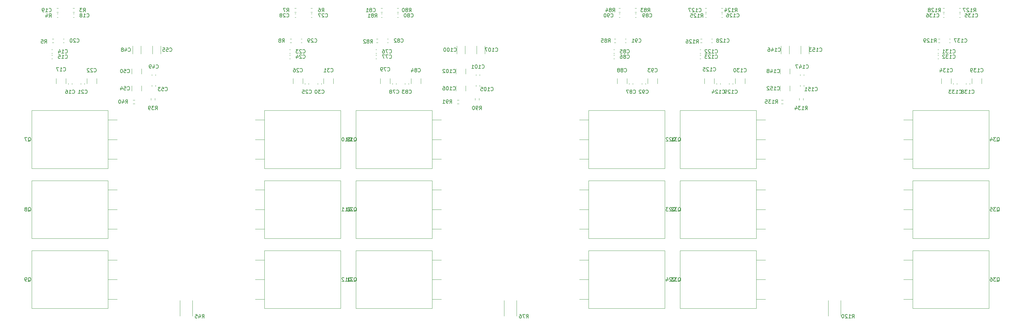
<source format=gbr>
%TF.GenerationSoftware,KiCad,Pcbnew,9.0.1*%
%TF.CreationDate,2025-07-31T04:03:31-05:00*%
%TF.ProjectId,TractionInverter,54726163-7469-46f6-9e49-6e7665727465,rev?*%
%TF.SameCoordinates,Original*%
%TF.FileFunction,Legend,Bot*%
%TF.FilePolarity,Positive*%
%FSLAX46Y46*%
G04 Gerber Fmt 4.6, Leading zero omitted, Abs format (unit mm)*
G04 Created by KiCad (PCBNEW 9.0.1) date 2025-07-31 04:03:31*
%MOMM*%
%LPD*%
G01*
G04 APERTURE LIST*
%ADD10C,0.150000*%
%ADD11C,0.120000*%
G04 APERTURE END LIST*
D10*
X152036064Y-122065114D02*
X152369397Y-121588923D01*
X152607492Y-122065114D02*
X152607492Y-121065114D01*
X152607492Y-121065114D02*
X152226540Y-121065114D01*
X152226540Y-121065114D02*
X152131302Y-121112733D01*
X152131302Y-121112733D02*
X152083683Y-121160352D01*
X152083683Y-121160352D02*
X152036064Y-121255590D01*
X152036064Y-121255590D02*
X152036064Y-121398447D01*
X152036064Y-121398447D02*
X152083683Y-121493685D01*
X152083683Y-121493685D02*
X152131302Y-121541304D01*
X152131302Y-121541304D02*
X152226540Y-121588923D01*
X152226540Y-121588923D02*
X152607492Y-121588923D01*
X151702730Y-121065114D02*
X151036064Y-121065114D01*
X151036064Y-121065114D02*
X151464635Y-122065114D01*
X150226540Y-121065114D02*
X150417016Y-121065114D01*
X150417016Y-121065114D02*
X150512254Y-121112733D01*
X150512254Y-121112733D02*
X150559873Y-121160352D01*
X150559873Y-121160352D02*
X150655111Y-121303209D01*
X150655111Y-121303209D02*
X150702730Y-121493685D01*
X150702730Y-121493685D02*
X150702730Y-121874637D01*
X150702730Y-121874637D02*
X150655111Y-121969875D01*
X150655111Y-121969875D02*
X150607492Y-122017495D01*
X150607492Y-122017495D02*
X150512254Y-122065114D01*
X150512254Y-122065114D02*
X150321778Y-122065114D01*
X150321778Y-122065114D02*
X150226540Y-122017495D01*
X150226540Y-122017495D02*
X150178921Y-121969875D01*
X150178921Y-121969875D02*
X150131302Y-121874637D01*
X150131302Y-121874637D02*
X150131302Y-121636542D01*
X150131302Y-121636542D02*
X150178921Y-121541304D01*
X150178921Y-121541304D02*
X150226540Y-121493685D01*
X150226540Y-121493685D02*
X150321778Y-121446066D01*
X150321778Y-121446066D02*
X150512254Y-121446066D01*
X150512254Y-121446066D02*
X150607492Y-121493685D01*
X150607492Y-121493685D02*
X150655111Y-121541304D01*
X150655111Y-121541304D02*
X150702730Y-121636542D01*
X108786064Y-45565114D02*
X109119397Y-45088923D01*
X109357492Y-45565114D02*
X109357492Y-44565114D01*
X109357492Y-44565114D02*
X108976540Y-44565114D01*
X108976540Y-44565114D02*
X108881302Y-44612733D01*
X108881302Y-44612733D02*
X108833683Y-44660352D01*
X108833683Y-44660352D02*
X108786064Y-44755590D01*
X108786064Y-44755590D02*
X108786064Y-44898447D01*
X108786064Y-44898447D02*
X108833683Y-44993685D01*
X108833683Y-44993685D02*
X108881302Y-45041304D01*
X108881302Y-45041304D02*
X108976540Y-45088923D01*
X108976540Y-45088923D02*
X109357492Y-45088923D01*
X108214635Y-44993685D02*
X108309873Y-44946066D01*
X108309873Y-44946066D02*
X108357492Y-44898447D01*
X108357492Y-44898447D02*
X108405111Y-44803209D01*
X108405111Y-44803209D02*
X108405111Y-44755590D01*
X108405111Y-44755590D02*
X108357492Y-44660352D01*
X108357492Y-44660352D02*
X108309873Y-44612733D01*
X108309873Y-44612733D02*
X108214635Y-44565114D01*
X108214635Y-44565114D02*
X108024159Y-44565114D01*
X108024159Y-44565114D02*
X107928921Y-44612733D01*
X107928921Y-44612733D02*
X107881302Y-44660352D01*
X107881302Y-44660352D02*
X107833683Y-44755590D01*
X107833683Y-44755590D02*
X107833683Y-44803209D01*
X107833683Y-44803209D02*
X107881302Y-44898447D01*
X107881302Y-44898447D02*
X107928921Y-44946066D01*
X107928921Y-44946066D02*
X108024159Y-44993685D01*
X108024159Y-44993685D02*
X108214635Y-44993685D01*
X108214635Y-44993685D02*
X108309873Y-45041304D01*
X108309873Y-45041304D02*
X108357492Y-45088923D01*
X108357492Y-45088923D02*
X108405111Y-45184161D01*
X108405111Y-45184161D02*
X108405111Y-45374637D01*
X108405111Y-45374637D02*
X108357492Y-45469875D01*
X108357492Y-45469875D02*
X108309873Y-45517495D01*
X108309873Y-45517495D02*
X108214635Y-45565114D01*
X108214635Y-45565114D02*
X108024159Y-45565114D01*
X108024159Y-45565114D02*
X107928921Y-45517495D01*
X107928921Y-45517495D02*
X107881302Y-45469875D01*
X107881302Y-45469875D02*
X107833683Y-45374637D01*
X107833683Y-45374637D02*
X107833683Y-45184161D01*
X107833683Y-45184161D02*
X107881302Y-45088923D01*
X107881302Y-45088923D02*
X107928921Y-45041304D01*
X107928921Y-45041304D02*
X108024159Y-44993685D01*
X107452730Y-44660352D02*
X107405111Y-44612733D01*
X107405111Y-44612733D02*
X107309873Y-44565114D01*
X107309873Y-44565114D02*
X107071778Y-44565114D01*
X107071778Y-44565114D02*
X106976540Y-44612733D01*
X106976540Y-44612733D02*
X106928921Y-44660352D01*
X106928921Y-44660352D02*
X106881302Y-44755590D01*
X106881302Y-44755590D02*
X106881302Y-44850828D01*
X106881302Y-44850828D02*
X106928921Y-44993685D01*
X106928921Y-44993685D02*
X107500349Y-45565114D01*
X107500349Y-45565114D02*
X106881302Y-45565114D01*
X174786064Y-45315114D02*
X175119397Y-44838923D01*
X175357492Y-45315114D02*
X175357492Y-44315114D01*
X175357492Y-44315114D02*
X174976540Y-44315114D01*
X174976540Y-44315114D02*
X174881302Y-44362733D01*
X174881302Y-44362733D02*
X174833683Y-44410352D01*
X174833683Y-44410352D02*
X174786064Y-44505590D01*
X174786064Y-44505590D02*
X174786064Y-44648447D01*
X174786064Y-44648447D02*
X174833683Y-44743685D01*
X174833683Y-44743685D02*
X174881302Y-44791304D01*
X174881302Y-44791304D02*
X174976540Y-44838923D01*
X174976540Y-44838923D02*
X175357492Y-44838923D01*
X174214635Y-44743685D02*
X174309873Y-44696066D01*
X174309873Y-44696066D02*
X174357492Y-44648447D01*
X174357492Y-44648447D02*
X174405111Y-44553209D01*
X174405111Y-44553209D02*
X174405111Y-44505590D01*
X174405111Y-44505590D02*
X174357492Y-44410352D01*
X174357492Y-44410352D02*
X174309873Y-44362733D01*
X174309873Y-44362733D02*
X174214635Y-44315114D01*
X174214635Y-44315114D02*
X174024159Y-44315114D01*
X174024159Y-44315114D02*
X173928921Y-44362733D01*
X173928921Y-44362733D02*
X173881302Y-44410352D01*
X173881302Y-44410352D02*
X173833683Y-44505590D01*
X173833683Y-44505590D02*
X173833683Y-44553209D01*
X173833683Y-44553209D02*
X173881302Y-44648447D01*
X173881302Y-44648447D02*
X173928921Y-44696066D01*
X173928921Y-44696066D02*
X174024159Y-44743685D01*
X174024159Y-44743685D02*
X174214635Y-44743685D01*
X174214635Y-44743685D02*
X174309873Y-44791304D01*
X174309873Y-44791304D02*
X174357492Y-44838923D01*
X174357492Y-44838923D02*
X174405111Y-44934161D01*
X174405111Y-44934161D02*
X174405111Y-45124637D01*
X174405111Y-45124637D02*
X174357492Y-45219875D01*
X174357492Y-45219875D02*
X174309873Y-45267495D01*
X174309873Y-45267495D02*
X174214635Y-45315114D01*
X174214635Y-45315114D02*
X174024159Y-45315114D01*
X174024159Y-45315114D02*
X173928921Y-45267495D01*
X173928921Y-45267495D02*
X173881302Y-45219875D01*
X173881302Y-45219875D02*
X173833683Y-45124637D01*
X173833683Y-45124637D02*
X173833683Y-44934161D01*
X173833683Y-44934161D02*
X173881302Y-44838923D01*
X173881302Y-44838923D02*
X173928921Y-44791304D01*
X173928921Y-44791304D02*
X174024159Y-44743685D01*
X172928921Y-44315114D02*
X173405111Y-44315114D01*
X173405111Y-44315114D02*
X173452730Y-44791304D01*
X173452730Y-44791304D02*
X173405111Y-44743685D01*
X173405111Y-44743685D02*
X173309873Y-44696066D01*
X173309873Y-44696066D02*
X173071778Y-44696066D01*
X173071778Y-44696066D02*
X172976540Y-44743685D01*
X172976540Y-44743685D02*
X172928921Y-44791304D01*
X172928921Y-44791304D02*
X172881302Y-44886542D01*
X172881302Y-44886542D02*
X172881302Y-45124637D01*
X172881302Y-45124637D02*
X172928921Y-45219875D01*
X172928921Y-45219875D02*
X172976540Y-45267495D01*
X172976540Y-45267495D02*
X173071778Y-45315114D01*
X173071778Y-45315114D02*
X173309873Y-45315114D01*
X173309873Y-45315114D02*
X173405111Y-45267495D01*
X173405111Y-45267495D02*
X173452730Y-45219875D01*
X119536064Y-36815114D02*
X119869397Y-36338923D01*
X120107492Y-36815114D02*
X120107492Y-35815114D01*
X120107492Y-35815114D02*
X119726540Y-35815114D01*
X119726540Y-35815114D02*
X119631302Y-35862733D01*
X119631302Y-35862733D02*
X119583683Y-35910352D01*
X119583683Y-35910352D02*
X119536064Y-36005590D01*
X119536064Y-36005590D02*
X119536064Y-36148447D01*
X119536064Y-36148447D02*
X119583683Y-36243685D01*
X119583683Y-36243685D02*
X119631302Y-36291304D01*
X119631302Y-36291304D02*
X119726540Y-36338923D01*
X119726540Y-36338923D02*
X120107492Y-36338923D01*
X118964635Y-36243685D02*
X119059873Y-36196066D01*
X119059873Y-36196066D02*
X119107492Y-36148447D01*
X119107492Y-36148447D02*
X119155111Y-36053209D01*
X119155111Y-36053209D02*
X119155111Y-36005590D01*
X119155111Y-36005590D02*
X119107492Y-35910352D01*
X119107492Y-35910352D02*
X119059873Y-35862733D01*
X119059873Y-35862733D02*
X118964635Y-35815114D01*
X118964635Y-35815114D02*
X118774159Y-35815114D01*
X118774159Y-35815114D02*
X118678921Y-35862733D01*
X118678921Y-35862733D02*
X118631302Y-35910352D01*
X118631302Y-35910352D02*
X118583683Y-36005590D01*
X118583683Y-36005590D02*
X118583683Y-36053209D01*
X118583683Y-36053209D02*
X118631302Y-36148447D01*
X118631302Y-36148447D02*
X118678921Y-36196066D01*
X118678921Y-36196066D02*
X118774159Y-36243685D01*
X118774159Y-36243685D02*
X118964635Y-36243685D01*
X118964635Y-36243685D02*
X119059873Y-36291304D01*
X119059873Y-36291304D02*
X119107492Y-36338923D01*
X119107492Y-36338923D02*
X119155111Y-36434161D01*
X119155111Y-36434161D02*
X119155111Y-36624637D01*
X119155111Y-36624637D02*
X119107492Y-36719875D01*
X119107492Y-36719875D02*
X119059873Y-36767495D01*
X119059873Y-36767495D02*
X118964635Y-36815114D01*
X118964635Y-36815114D02*
X118774159Y-36815114D01*
X118774159Y-36815114D02*
X118678921Y-36767495D01*
X118678921Y-36767495D02*
X118631302Y-36719875D01*
X118631302Y-36719875D02*
X118583683Y-36624637D01*
X118583683Y-36624637D02*
X118583683Y-36434161D01*
X118583683Y-36434161D02*
X118631302Y-36338923D01*
X118631302Y-36338923D02*
X118678921Y-36291304D01*
X118678921Y-36291304D02*
X118774159Y-36243685D01*
X117964635Y-35815114D02*
X117869397Y-35815114D01*
X117869397Y-35815114D02*
X117774159Y-35862733D01*
X117774159Y-35862733D02*
X117726540Y-35910352D01*
X117726540Y-35910352D02*
X117678921Y-36005590D01*
X117678921Y-36005590D02*
X117631302Y-36196066D01*
X117631302Y-36196066D02*
X117631302Y-36434161D01*
X117631302Y-36434161D02*
X117678921Y-36624637D01*
X117678921Y-36624637D02*
X117726540Y-36719875D01*
X117726540Y-36719875D02*
X117774159Y-36767495D01*
X117774159Y-36767495D02*
X117869397Y-36815114D01*
X117869397Y-36815114D02*
X117964635Y-36815114D01*
X117964635Y-36815114D02*
X118059873Y-36767495D01*
X118059873Y-36767495D02*
X118107492Y-36719875D01*
X118107492Y-36719875D02*
X118155111Y-36624637D01*
X118155111Y-36624637D02*
X118202730Y-36434161D01*
X118202730Y-36434161D02*
X118202730Y-36196066D01*
X118202730Y-36196066D02*
X118155111Y-36005590D01*
X118155111Y-36005590D02*
X118107492Y-35910352D01*
X118107492Y-35910352D02*
X118059873Y-35862733D01*
X118059873Y-35862733D02*
X117964635Y-35815114D01*
X110036064Y-38340114D02*
X110369397Y-37863923D01*
X110607492Y-38340114D02*
X110607492Y-37340114D01*
X110607492Y-37340114D02*
X110226540Y-37340114D01*
X110226540Y-37340114D02*
X110131302Y-37387733D01*
X110131302Y-37387733D02*
X110083683Y-37435352D01*
X110083683Y-37435352D02*
X110036064Y-37530590D01*
X110036064Y-37530590D02*
X110036064Y-37673447D01*
X110036064Y-37673447D02*
X110083683Y-37768685D01*
X110083683Y-37768685D02*
X110131302Y-37816304D01*
X110131302Y-37816304D02*
X110226540Y-37863923D01*
X110226540Y-37863923D02*
X110607492Y-37863923D01*
X109464635Y-37768685D02*
X109559873Y-37721066D01*
X109559873Y-37721066D02*
X109607492Y-37673447D01*
X109607492Y-37673447D02*
X109655111Y-37578209D01*
X109655111Y-37578209D02*
X109655111Y-37530590D01*
X109655111Y-37530590D02*
X109607492Y-37435352D01*
X109607492Y-37435352D02*
X109559873Y-37387733D01*
X109559873Y-37387733D02*
X109464635Y-37340114D01*
X109464635Y-37340114D02*
X109274159Y-37340114D01*
X109274159Y-37340114D02*
X109178921Y-37387733D01*
X109178921Y-37387733D02*
X109131302Y-37435352D01*
X109131302Y-37435352D02*
X109083683Y-37530590D01*
X109083683Y-37530590D02*
X109083683Y-37578209D01*
X109083683Y-37578209D02*
X109131302Y-37673447D01*
X109131302Y-37673447D02*
X109178921Y-37721066D01*
X109178921Y-37721066D02*
X109274159Y-37768685D01*
X109274159Y-37768685D02*
X109464635Y-37768685D01*
X109464635Y-37768685D02*
X109559873Y-37816304D01*
X109559873Y-37816304D02*
X109607492Y-37863923D01*
X109607492Y-37863923D02*
X109655111Y-37959161D01*
X109655111Y-37959161D02*
X109655111Y-38149637D01*
X109655111Y-38149637D02*
X109607492Y-38244875D01*
X109607492Y-38244875D02*
X109559873Y-38292495D01*
X109559873Y-38292495D02*
X109464635Y-38340114D01*
X109464635Y-38340114D02*
X109274159Y-38340114D01*
X109274159Y-38340114D02*
X109178921Y-38292495D01*
X109178921Y-38292495D02*
X109131302Y-38244875D01*
X109131302Y-38244875D02*
X109083683Y-38149637D01*
X109083683Y-38149637D02*
X109083683Y-37959161D01*
X109083683Y-37959161D02*
X109131302Y-37863923D01*
X109131302Y-37863923D02*
X109178921Y-37816304D01*
X109178921Y-37816304D02*
X109274159Y-37768685D01*
X108131302Y-38340114D02*
X108702730Y-38340114D01*
X108417016Y-38340114D02*
X108417016Y-37340114D01*
X108417016Y-37340114D02*
X108512254Y-37482971D01*
X108512254Y-37482971D02*
X108607492Y-37578209D01*
X108607492Y-37578209D02*
X108702730Y-37625828D01*
X185786064Y-36815114D02*
X186119397Y-36338923D01*
X186357492Y-36815114D02*
X186357492Y-35815114D01*
X186357492Y-35815114D02*
X185976540Y-35815114D01*
X185976540Y-35815114D02*
X185881302Y-35862733D01*
X185881302Y-35862733D02*
X185833683Y-35910352D01*
X185833683Y-35910352D02*
X185786064Y-36005590D01*
X185786064Y-36005590D02*
X185786064Y-36148447D01*
X185786064Y-36148447D02*
X185833683Y-36243685D01*
X185833683Y-36243685D02*
X185881302Y-36291304D01*
X185881302Y-36291304D02*
X185976540Y-36338923D01*
X185976540Y-36338923D02*
X186357492Y-36338923D01*
X185214635Y-36243685D02*
X185309873Y-36196066D01*
X185309873Y-36196066D02*
X185357492Y-36148447D01*
X185357492Y-36148447D02*
X185405111Y-36053209D01*
X185405111Y-36053209D02*
X185405111Y-36005590D01*
X185405111Y-36005590D02*
X185357492Y-35910352D01*
X185357492Y-35910352D02*
X185309873Y-35862733D01*
X185309873Y-35862733D02*
X185214635Y-35815114D01*
X185214635Y-35815114D02*
X185024159Y-35815114D01*
X185024159Y-35815114D02*
X184928921Y-35862733D01*
X184928921Y-35862733D02*
X184881302Y-35910352D01*
X184881302Y-35910352D02*
X184833683Y-36005590D01*
X184833683Y-36005590D02*
X184833683Y-36053209D01*
X184833683Y-36053209D02*
X184881302Y-36148447D01*
X184881302Y-36148447D02*
X184928921Y-36196066D01*
X184928921Y-36196066D02*
X185024159Y-36243685D01*
X185024159Y-36243685D02*
X185214635Y-36243685D01*
X185214635Y-36243685D02*
X185309873Y-36291304D01*
X185309873Y-36291304D02*
X185357492Y-36338923D01*
X185357492Y-36338923D02*
X185405111Y-36434161D01*
X185405111Y-36434161D02*
X185405111Y-36624637D01*
X185405111Y-36624637D02*
X185357492Y-36719875D01*
X185357492Y-36719875D02*
X185309873Y-36767495D01*
X185309873Y-36767495D02*
X185214635Y-36815114D01*
X185214635Y-36815114D02*
X185024159Y-36815114D01*
X185024159Y-36815114D02*
X184928921Y-36767495D01*
X184928921Y-36767495D02*
X184881302Y-36719875D01*
X184881302Y-36719875D02*
X184833683Y-36624637D01*
X184833683Y-36624637D02*
X184833683Y-36434161D01*
X184833683Y-36434161D02*
X184881302Y-36338923D01*
X184881302Y-36338923D02*
X184928921Y-36291304D01*
X184928921Y-36291304D02*
X185024159Y-36243685D01*
X184500349Y-35815114D02*
X183881302Y-35815114D01*
X183881302Y-35815114D02*
X184214635Y-36196066D01*
X184214635Y-36196066D02*
X184071778Y-36196066D01*
X184071778Y-36196066D02*
X183976540Y-36243685D01*
X183976540Y-36243685D02*
X183928921Y-36291304D01*
X183928921Y-36291304D02*
X183881302Y-36386542D01*
X183881302Y-36386542D02*
X183881302Y-36624637D01*
X183881302Y-36624637D02*
X183928921Y-36719875D01*
X183928921Y-36719875D02*
X183976540Y-36767495D01*
X183976540Y-36767495D02*
X184071778Y-36815114D01*
X184071778Y-36815114D02*
X184357492Y-36815114D01*
X184357492Y-36815114D02*
X184452730Y-36767495D01*
X184452730Y-36767495D02*
X184500349Y-36719875D01*
X176036064Y-36815114D02*
X176369397Y-36338923D01*
X176607492Y-36815114D02*
X176607492Y-35815114D01*
X176607492Y-35815114D02*
X176226540Y-35815114D01*
X176226540Y-35815114D02*
X176131302Y-35862733D01*
X176131302Y-35862733D02*
X176083683Y-35910352D01*
X176083683Y-35910352D02*
X176036064Y-36005590D01*
X176036064Y-36005590D02*
X176036064Y-36148447D01*
X176036064Y-36148447D02*
X176083683Y-36243685D01*
X176083683Y-36243685D02*
X176131302Y-36291304D01*
X176131302Y-36291304D02*
X176226540Y-36338923D01*
X176226540Y-36338923D02*
X176607492Y-36338923D01*
X175464635Y-36243685D02*
X175559873Y-36196066D01*
X175559873Y-36196066D02*
X175607492Y-36148447D01*
X175607492Y-36148447D02*
X175655111Y-36053209D01*
X175655111Y-36053209D02*
X175655111Y-36005590D01*
X175655111Y-36005590D02*
X175607492Y-35910352D01*
X175607492Y-35910352D02*
X175559873Y-35862733D01*
X175559873Y-35862733D02*
X175464635Y-35815114D01*
X175464635Y-35815114D02*
X175274159Y-35815114D01*
X175274159Y-35815114D02*
X175178921Y-35862733D01*
X175178921Y-35862733D02*
X175131302Y-35910352D01*
X175131302Y-35910352D02*
X175083683Y-36005590D01*
X175083683Y-36005590D02*
X175083683Y-36053209D01*
X175083683Y-36053209D02*
X175131302Y-36148447D01*
X175131302Y-36148447D02*
X175178921Y-36196066D01*
X175178921Y-36196066D02*
X175274159Y-36243685D01*
X175274159Y-36243685D02*
X175464635Y-36243685D01*
X175464635Y-36243685D02*
X175559873Y-36291304D01*
X175559873Y-36291304D02*
X175607492Y-36338923D01*
X175607492Y-36338923D02*
X175655111Y-36434161D01*
X175655111Y-36434161D02*
X175655111Y-36624637D01*
X175655111Y-36624637D02*
X175607492Y-36719875D01*
X175607492Y-36719875D02*
X175559873Y-36767495D01*
X175559873Y-36767495D02*
X175464635Y-36815114D01*
X175464635Y-36815114D02*
X175274159Y-36815114D01*
X175274159Y-36815114D02*
X175178921Y-36767495D01*
X175178921Y-36767495D02*
X175131302Y-36719875D01*
X175131302Y-36719875D02*
X175083683Y-36624637D01*
X175083683Y-36624637D02*
X175083683Y-36434161D01*
X175083683Y-36434161D02*
X175131302Y-36338923D01*
X175131302Y-36338923D02*
X175178921Y-36291304D01*
X175178921Y-36291304D02*
X175274159Y-36243685D01*
X174226540Y-36148447D02*
X174226540Y-36815114D01*
X174464635Y-35767495D02*
X174702730Y-36481780D01*
X174702730Y-36481780D02*
X174083683Y-36481780D01*
X139036064Y-64065114D02*
X139369397Y-63588923D01*
X139607492Y-64065114D02*
X139607492Y-63065114D01*
X139607492Y-63065114D02*
X139226540Y-63065114D01*
X139226540Y-63065114D02*
X139131302Y-63112733D01*
X139131302Y-63112733D02*
X139083683Y-63160352D01*
X139083683Y-63160352D02*
X139036064Y-63255590D01*
X139036064Y-63255590D02*
X139036064Y-63398447D01*
X139036064Y-63398447D02*
X139083683Y-63493685D01*
X139083683Y-63493685D02*
X139131302Y-63541304D01*
X139131302Y-63541304D02*
X139226540Y-63588923D01*
X139226540Y-63588923D02*
X139607492Y-63588923D01*
X138559873Y-64065114D02*
X138369397Y-64065114D01*
X138369397Y-64065114D02*
X138274159Y-64017495D01*
X138274159Y-64017495D02*
X138226540Y-63969875D01*
X138226540Y-63969875D02*
X138131302Y-63827018D01*
X138131302Y-63827018D02*
X138083683Y-63636542D01*
X138083683Y-63636542D02*
X138083683Y-63255590D01*
X138083683Y-63255590D02*
X138131302Y-63160352D01*
X138131302Y-63160352D02*
X138178921Y-63112733D01*
X138178921Y-63112733D02*
X138274159Y-63065114D01*
X138274159Y-63065114D02*
X138464635Y-63065114D01*
X138464635Y-63065114D02*
X138559873Y-63112733D01*
X138559873Y-63112733D02*
X138607492Y-63160352D01*
X138607492Y-63160352D02*
X138655111Y-63255590D01*
X138655111Y-63255590D02*
X138655111Y-63493685D01*
X138655111Y-63493685D02*
X138607492Y-63588923D01*
X138607492Y-63588923D02*
X138559873Y-63636542D01*
X138559873Y-63636542D02*
X138464635Y-63684161D01*
X138464635Y-63684161D02*
X138274159Y-63684161D01*
X138274159Y-63684161D02*
X138178921Y-63636542D01*
X138178921Y-63636542D02*
X138131302Y-63588923D01*
X138131302Y-63588923D02*
X138083683Y-63493685D01*
X137464635Y-63065114D02*
X137369397Y-63065114D01*
X137369397Y-63065114D02*
X137274159Y-63112733D01*
X137274159Y-63112733D02*
X137226540Y-63160352D01*
X137226540Y-63160352D02*
X137178921Y-63255590D01*
X137178921Y-63255590D02*
X137131302Y-63446066D01*
X137131302Y-63446066D02*
X137131302Y-63684161D01*
X137131302Y-63684161D02*
X137178921Y-63874637D01*
X137178921Y-63874637D02*
X137226540Y-63969875D01*
X137226540Y-63969875D02*
X137274159Y-64017495D01*
X137274159Y-64017495D02*
X137369397Y-64065114D01*
X137369397Y-64065114D02*
X137464635Y-64065114D01*
X137464635Y-64065114D02*
X137559873Y-64017495D01*
X137559873Y-64017495D02*
X137607492Y-63969875D01*
X137607492Y-63969875D02*
X137655111Y-63874637D01*
X137655111Y-63874637D02*
X137702730Y-63684161D01*
X137702730Y-63684161D02*
X137702730Y-63446066D01*
X137702730Y-63446066D02*
X137655111Y-63255590D01*
X137655111Y-63255590D02*
X137607492Y-63160352D01*
X137607492Y-63160352D02*
X137559873Y-63112733D01*
X137559873Y-63112733D02*
X137464635Y-63065114D01*
X130786064Y-62315114D02*
X131119397Y-61838923D01*
X131357492Y-62315114D02*
X131357492Y-61315114D01*
X131357492Y-61315114D02*
X130976540Y-61315114D01*
X130976540Y-61315114D02*
X130881302Y-61362733D01*
X130881302Y-61362733D02*
X130833683Y-61410352D01*
X130833683Y-61410352D02*
X130786064Y-61505590D01*
X130786064Y-61505590D02*
X130786064Y-61648447D01*
X130786064Y-61648447D02*
X130833683Y-61743685D01*
X130833683Y-61743685D02*
X130881302Y-61791304D01*
X130881302Y-61791304D02*
X130976540Y-61838923D01*
X130976540Y-61838923D02*
X131357492Y-61838923D01*
X130309873Y-62315114D02*
X130119397Y-62315114D01*
X130119397Y-62315114D02*
X130024159Y-62267495D01*
X130024159Y-62267495D02*
X129976540Y-62219875D01*
X129976540Y-62219875D02*
X129881302Y-62077018D01*
X129881302Y-62077018D02*
X129833683Y-61886542D01*
X129833683Y-61886542D02*
X129833683Y-61505590D01*
X129833683Y-61505590D02*
X129881302Y-61410352D01*
X129881302Y-61410352D02*
X129928921Y-61362733D01*
X129928921Y-61362733D02*
X130024159Y-61315114D01*
X130024159Y-61315114D02*
X130214635Y-61315114D01*
X130214635Y-61315114D02*
X130309873Y-61362733D01*
X130309873Y-61362733D02*
X130357492Y-61410352D01*
X130357492Y-61410352D02*
X130405111Y-61505590D01*
X130405111Y-61505590D02*
X130405111Y-61743685D01*
X130405111Y-61743685D02*
X130357492Y-61838923D01*
X130357492Y-61838923D02*
X130309873Y-61886542D01*
X130309873Y-61886542D02*
X130214635Y-61934161D01*
X130214635Y-61934161D02*
X130024159Y-61934161D01*
X130024159Y-61934161D02*
X129928921Y-61886542D01*
X129928921Y-61886542D02*
X129881302Y-61838923D01*
X129881302Y-61838923D02*
X129833683Y-61743685D01*
X128881302Y-62315114D02*
X129452730Y-62315114D01*
X129167016Y-62315114D02*
X129167016Y-61315114D01*
X129167016Y-61315114D02*
X129262254Y-61457971D01*
X129262254Y-61457971D02*
X129357492Y-61553209D01*
X129357492Y-61553209D02*
X129452730Y-61600828D01*
X113536064Y-53219875D02*
X113583683Y-53267495D01*
X113583683Y-53267495D02*
X113726540Y-53315114D01*
X113726540Y-53315114D02*
X113821778Y-53315114D01*
X113821778Y-53315114D02*
X113964635Y-53267495D01*
X113964635Y-53267495D02*
X114059873Y-53172256D01*
X114059873Y-53172256D02*
X114107492Y-53077018D01*
X114107492Y-53077018D02*
X114155111Y-52886542D01*
X114155111Y-52886542D02*
X114155111Y-52743685D01*
X114155111Y-52743685D02*
X114107492Y-52553209D01*
X114107492Y-52553209D02*
X114059873Y-52457971D01*
X114059873Y-52457971D02*
X113964635Y-52362733D01*
X113964635Y-52362733D02*
X113821778Y-52315114D01*
X113821778Y-52315114D02*
X113726540Y-52315114D01*
X113726540Y-52315114D02*
X113583683Y-52362733D01*
X113583683Y-52362733D02*
X113536064Y-52410352D01*
X113202730Y-52315114D02*
X112536064Y-52315114D01*
X112536064Y-52315114D02*
X112964635Y-53315114D01*
X112107492Y-53315114D02*
X111917016Y-53315114D01*
X111917016Y-53315114D02*
X111821778Y-53267495D01*
X111821778Y-53267495D02*
X111774159Y-53219875D01*
X111774159Y-53219875D02*
X111678921Y-53077018D01*
X111678921Y-53077018D02*
X111631302Y-52886542D01*
X111631302Y-52886542D02*
X111631302Y-52505590D01*
X111631302Y-52505590D02*
X111678921Y-52410352D01*
X111678921Y-52410352D02*
X111726540Y-52362733D01*
X111726540Y-52362733D02*
X111821778Y-52315114D01*
X111821778Y-52315114D02*
X112012254Y-52315114D01*
X112012254Y-52315114D02*
X112107492Y-52362733D01*
X112107492Y-52362733D02*
X112155111Y-52410352D01*
X112155111Y-52410352D02*
X112202730Y-52505590D01*
X112202730Y-52505590D02*
X112202730Y-52743685D01*
X112202730Y-52743685D02*
X112155111Y-52838923D01*
X112155111Y-52838923D02*
X112107492Y-52886542D01*
X112107492Y-52886542D02*
X112012254Y-52934161D01*
X112012254Y-52934161D02*
X111821778Y-52934161D01*
X111821778Y-52934161D02*
X111726540Y-52886542D01*
X111726540Y-52886542D02*
X111678921Y-52838923D01*
X111678921Y-52838923D02*
X111631302Y-52743685D01*
X119536064Y-59469875D02*
X119583683Y-59517495D01*
X119583683Y-59517495D02*
X119726540Y-59565114D01*
X119726540Y-59565114D02*
X119821778Y-59565114D01*
X119821778Y-59565114D02*
X119964635Y-59517495D01*
X119964635Y-59517495D02*
X120059873Y-59422256D01*
X120059873Y-59422256D02*
X120107492Y-59327018D01*
X120107492Y-59327018D02*
X120155111Y-59136542D01*
X120155111Y-59136542D02*
X120155111Y-58993685D01*
X120155111Y-58993685D02*
X120107492Y-58803209D01*
X120107492Y-58803209D02*
X120059873Y-58707971D01*
X120059873Y-58707971D02*
X119964635Y-58612733D01*
X119964635Y-58612733D02*
X119821778Y-58565114D01*
X119821778Y-58565114D02*
X119726540Y-58565114D01*
X119726540Y-58565114D02*
X119583683Y-58612733D01*
X119583683Y-58612733D02*
X119536064Y-58660352D01*
X118964635Y-58993685D02*
X119059873Y-58946066D01*
X119059873Y-58946066D02*
X119107492Y-58898447D01*
X119107492Y-58898447D02*
X119155111Y-58803209D01*
X119155111Y-58803209D02*
X119155111Y-58755590D01*
X119155111Y-58755590D02*
X119107492Y-58660352D01*
X119107492Y-58660352D02*
X119059873Y-58612733D01*
X119059873Y-58612733D02*
X118964635Y-58565114D01*
X118964635Y-58565114D02*
X118774159Y-58565114D01*
X118774159Y-58565114D02*
X118678921Y-58612733D01*
X118678921Y-58612733D02*
X118631302Y-58660352D01*
X118631302Y-58660352D02*
X118583683Y-58755590D01*
X118583683Y-58755590D02*
X118583683Y-58803209D01*
X118583683Y-58803209D02*
X118631302Y-58898447D01*
X118631302Y-58898447D02*
X118678921Y-58946066D01*
X118678921Y-58946066D02*
X118774159Y-58993685D01*
X118774159Y-58993685D02*
X118964635Y-58993685D01*
X118964635Y-58993685D02*
X119059873Y-59041304D01*
X119059873Y-59041304D02*
X119107492Y-59088923D01*
X119107492Y-59088923D02*
X119155111Y-59184161D01*
X119155111Y-59184161D02*
X119155111Y-59374637D01*
X119155111Y-59374637D02*
X119107492Y-59469875D01*
X119107492Y-59469875D02*
X119059873Y-59517495D01*
X119059873Y-59517495D02*
X118964635Y-59565114D01*
X118964635Y-59565114D02*
X118774159Y-59565114D01*
X118774159Y-59565114D02*
X118678921Y-59517495D01*
X118678921Y-59517495D02*
X118631302Y-59469875D01*
X118631302Y-59469875D02*
X118583683Y-59374637D01*
X118583683Y-59374637D02*
X118583683Y-59184161D01*
X118583683Y-59184161D02*
X118631302Y-59088923D01*
X118631302Y-59088923D02*
X118678921Y-59041304D01*
X118678921Y-59041304D02*
X118774159Y-58993685D01*
X118250349Y-58565114D02*
X117631302Y-58565114D01*
X117631302Y-58565114D02*
X117964635Y-58946066D01*
X117964635Y-58946066D02*
X117821778Y-58946066D01*
X117821778Y-58946066D02*
X117726540Y-58993685D01*
X117726540Y-58993685D02*
X117678921Y-59041304D01*
X117678921Y-59041304D02*
X117631302Y-59136542D01*
X117631302Y-59136542D02*
X117631302Y-59374637D01*
X117631302Y-59374637D02*
X117678921Y-59469875D01*
X117678921Y-59469875D02*
X117726540Y-59517495D01*
X117726540Y-59517495D02*
X117821778Y-59565114D01*
X117821778Y-59565114D02*
X118107492Y-59565114D01*
X118107492Y-59565114D02*
X118202730Y-59517495D01*
X118202730Y-59517495D02*
X118250349Y-59469875D01*
X109536064Y-36744875D02*
X109583683Y-36792495D01*
X109583683Y-36792495D02*
X109726540Y-36840114D01*
X109726540Y-36840114D02*
X109821778Y-36840114D01*
X109821778Y-36840114D02*
X109964635Y-36792495D01*
X109964635Y-36792495D02*
X110059873Y-36697256D01*
X110059873Y-36697256D02*
X110107492Y-36602018D01*
X110107492Y-36602018D02*
X110155111Y-36411542D01*
X110155111Y-36411542D02*
X110155111Y-36268685D01*
X110155111Y-36268685D02*
X110107492Y-36078209D01*
X110107492Y-36078209D02*
X110059873Y-35982971D01*
X110059873Y-35982971D02*
X109964635Y-35887733D01*
X109964635Y-35887733D02*
X109821778Y-35840114D01*
X109821778Y-35840114D02*
X109726540Y-35840114D01*
X109726540Y-35840114D02*
X109583683Y-35887733D01*
X109583683Y-35887733D02*
X109536064Y-35935352D01*
X108964635Y-36268685D02*
X109059873Y-36221066D01*
X109059873Y-36221066D02*
X109107492Y-36173447D01*
X109107492Y-36173447D02*
X109155111Y-36078209D01*
X109155111Y-36078209D02*
X109155111Y-36030590D01*
X109155111Y-36030590D02*
X109107492Y-35935352D01*
X109107492Y-35935352D02*
X109059873Y-35887733D01*
X109059873Y-35887733D02*
X108964635Y-35840114D01*
X108964635Y-35840114D02*
X108774159Y-35840114D01*
X108774159Y-35840114D02*
X108678921Y-35887733D01*
X108678921Y-35887733D02*
X108631302Y-35935352D01*
X108631302Y-35935352D02*
X108583683Y-36030590D01*
X108583683Y-36030590D02*
X108583683Y-36078209D01*
X108583683Y-36078209D02*
X108631302Y-36173447D01*
X108631302Y-36173447D02*
X108678921Y-36221066D01*
X108678921Y-36221066D02*
X108774159Y-36268685D01*
X108774159Y-36268685D02*
X108964635Y-36268685D01*
X108964635Y-36268685D02*
X109059873Y-36316304D01*
X109059873Y-36316304D02*
X109107492Y-36363923D01*
X109107492Y-36363923D02*
X109155111Y-36459161D01*
X109155111Y-36459161D02*
X109155111Y-36649637D01*
X109155111Y-36649637D02*
X109107492Y-36744875D01*
X109107492Y-36744875D02*
X109059873Y-36792495D01*
X109059873Y-36792495D02*
X108964635Y-36840114D01*
X108964635Y-36840114D02*
X108774159Y-36840114D01*
X108774159Y-36840114D02*
X108678921Y-36792495D01*
X108678921Y-36792495D02*
X108631302Y-36744875D01*
X108631302Y-36744875D02*
X108583683Y-36649637D01*
X108583683Y-36649637D02*
X108583683Y-36459161D01*
X108583683Y-36459161D02*
X108631302Y-36363923D01*
X108631302Y-36363923D02*
X108678921Y-36316304D01*
X108678921Y-36316304D02*
X108774159Y-36268685D01*
X107631302Y-36840114D02*
X108202730Y-36840114D01*
X107917016Y-36840114D02*
X107917016Y-35840114D01*
X107917016Y-35840114D02*
X108012254Y-35982971D01*
X108012254Y-35982971D02*
X108107492Y-36078209D01*
X108107492Y-36078209D02*
X108202730Y-36125828D01*
X114036064Y-48219875D02*
X114083683Y-48267495D01*
X114083683Y-48267495D02*
X114226540Y-48315114D01*
X114226540Y-48315114D02*
X114321778Y-48315114D01*
X114321778Y-48315114D02*
X114464635Y-48267495D01*
X114464635Y-48267495D02*
X114559873Y-48172256D01*
X114559873Y-48172256D02*
X114607492Y-48077018D01*
X114607492Y-48077018D02*
X114655111Y-47886542D01*
X114655111Y-47886542D02*
X114655111Y-47743685D01*
X114655111Y-47743685D02*
X114607492Y-47553209D01*
X114607492Y-47553209D02*
X114559873Y-47457971D01*
X114559873Y-47457971D02*
X114464635Y-47362733D01*
X114464635Y-47362733D02*
X114321778Y-47315114D01*
X114321778Y-47315114D02*
X114226540Y-47315114D01*
X114226540Y-47315114D02*
X114083683Y-47362733D01*
X114083683Y-47362733D02*
X114036064Y-47410352D01*
X113702730Y-47315114D02*
X113036064Y-47315114D01*
X113036064Y-47315114D02*
X113464635Y-48315114D01*
X112226540Y-47315114D02*
X112417016Y-47315114D01*
X112417016Y-47315114D02*
X112512254Y-47362733D01*
X112512254Y-47362733D02*
X112559873Y-47410352D01*
X112559873Y-47410352D02*
X112655111Y-47553209D01*
X112655111Y-47553209D02*
X112702730Y-47743685D01*
X112702730Y-47743685D02*
X112702730Y-48124637D01*
X112702730Y-48124637D02*
X112655111Y-48219875D01*
X112655111Y-48219875D02*
X112607492Y-48267495D01*
X112607492Y-48267495D02*
X112512254Y-48315114D01*
X112512254Y-48315114D02*
X112321778Y-48315114D01*
X112321778Y-48315114D02*
X112226540Y-48267495D01*
X112226540Y-48267495D02*
X112178921Y-48219875D01*
X112178921Y-48219875D02*
X112131302Y-48124637D01*
X112131302Y-48124637D02*
X112131302Y-47886542D01*
X112131302Y-47886542D02*
X112178921Y-47791304D01*
X112178921Y-47791304D02*
X112226540Y-47743685D01*
X112226540Y-47743685D02*
X112321778Y-47696066D01*
X112321778Y-47696066D02*
X112512254Y-47696066D01*
X112512254Y-47696066D02*
X112607492Y-47743685D01*
X112607492Y-47743685D02*
X112655111Y-47791304D01*
X112655111Y-47791304D02*
X112702730Y-47886542D01*
X117286064Y-45219875D02*
X117333683Y-45267495D01*
X117333683Y-45267495D02*
X117476540Y-45315114D01*
X117476540Y-45315114D02*
X117571778Y-45315114D01*
X117571778Y-45315114D02*
X117714635Y-45267495D01*
X117714635Y-45267495D02*
X117809873Y-45172256D01*
X117809873Y-45172256D02*
X117857492Y-45077018D01*
X117857492Y-45077018D02*
X117905111Y-44886542D01*
X117905111Y-44886542D02*
X117905111Y-44743685D01*
X117905111Y-44743685D02*
X117857492Y-44553209D01*
X117857492Y-44553209D02*
X117809873Y-44457971D01*
X117809873Y-44457971D02*
X117714635Y-44362733D01*
X117714635Y-44362733D02*
X117571778Y-44315114D01*
X117571778Y-44315114D02*
X117476540Y-44315114D01*
X117476540Y-44315114D02*
X117333683Y-44362733D01*
X117333683Y-44362733D02*
X117286064Y-44410352D01*
X116714635Y-44743685D02*
X116809873Y-44696066D01*
X116809873Y-44696066D02*
X116857492Y-44648447D01*
X116857492Y-44648447D02*
X116905111Y-44553209D01*
X116905111Y-44553209D02*
X116905111Y-44505590D01*
X116905111Y-44505590D02*
X116857492Y-44410352D01*
X116857492Y-44410352D02*
X116809873Y-44362733D01*
X116809873Y-44362733D02*
X116714635Y-44315114D01*
X116714635Y-44315114D02*
X116524159Y-44315114D01*
X116524159Y-44315114D02*
X116428921Y-44362733D01*
X116428921Y-44362733D02*
X116381302Y-44410352D01*
X116381302Y-44410352D02*
X116333683Y-44505590D01*
X116333683Y-44505590D02*
X116333683Y-44553209D01*
X116333683Y-44553209D02*
X116381302Y-44648447D01*
X116381302Y-44648447D02*
X116428921Y-44696066D01*
X116428921Y-44696066D02*
X116524159Y-44743685D01*
X116524159Y-44743685D02*
X116714635Y-44743685D01*
X116714635Y-44743685D02*
X116809873Y-44791304D01*
X116809873Y-44791304D02*
X116857492Y-44838923D01*
X116857492Y-44838923D02*
X116905111Y-44934161D01*
X116905111Y-44934161D02*
X116905111Y-45124637D01*
X116905111Y-45124637D02*
X116857492Y-45219875D01*
X116857492Y-45219875D02*
X116809873Y-45267495D01*
X116809873Y-45267495D02*
X116714635Y-45315114D01*
X116714635Y-45315114D02*
X116524159Y-45315114D01*
X116524159Y-45315114D02*
X116428921Y-45267495D01*
X116428921Y-45267495D02*
X116381302Y-45219875D01*
X116381302Y-45219875D02*
X116333683Y-45124637D01*
X116333683Y-45124637D02*
X116333683Y-44934161D01*
X116333683Y-44934161D02*
X116381302Y-44838923D01*
X116381302Y-44838923D02*
X116428921Y-44791304D01*
X116428921Y-44791304D02*
X116524159Y-44743685D01*
X115952730Y-44410352D02*
X115905111Y-44362733D01*
X115905111Y-44362733D02*
X115809873Y-44315114D01*
X115809873Y-44315114D02*
X115571778Y-44315114D01*
X115571778Y-44315114D02*
X115476540Y-44362733D01*
X115476540Y-44362733D02*
X115428921Y-44410352D01*
X115428921Y-44410352D02*
X115381302Y-44505590D01*
X115381302Y-44505590D02*
X115381302Y-44600828D01*
X115381302Y-44600828D02*
X115428921Y-44743685D01*
X115428921Y-44743685D02*
X116000349Y-45315114D01*
X116000349Y-45315114D02*
X115381302Y-45315114D01*
X114036064Y-49719875D02*
X114083683Y-49767495D01*
X114083683Y-49767495D02*
X114226540Y-49815114D01*
X114226540Y-49815114D02*
X114321778Y-49815114D01*
X114321778Y-49815114D02*
X114464635Y-49767495D01*
X114464635Y-49767495D02*
X114559873Y-49672256D01*
X114559873Y-49672256D02*
X114607492Y-49577018D01*
X114607492Y-49577018D02*
X114655111Y-49386542D01*
X114655111Y-49386542D02*
X114655111Y-49243685D01*
X114655111Y-49243685D02*
X114607492Y-49053209D01*
X114607492Y-49053209D02*
X114559873Y-48957971D01*
X114559873Y-48957971D02*
X114464635Y-48862733D01*
X114464635Y-48862733D02*
X114321778Y-48815114D01*
X114321778Y-48815114D02*
X114226540Y-48815114D01*
X114226540Y-48815114D02*
X114083683Y-48862733D01*
X114083683Y-48862733D02*
X114036064Y-48910352D01*
X113702730Y-48815114D02*
X113036064Y-48815114D01*
X113036064Y-48815114D02*
X113464635Y-49815114D01*
X112750349Y-48815114D02*
X112083683Y-48815114D01*
X112083683Y-48815114D02*
X112512254Y-49815114D01*
X116036064Y-59469875D02*
X116083683Y-59517495D01*
X116083683Y-59517495D02*
X116226540Y-59565114D01*
X116226540Y-59565114D02*
X116321778Y-59565114D01*
X116321778Y-59565114D02*
X116464635Y-59517495D01*
X116464635Y-59517495D02*
X116559873Y-59422256D01*
X116559873Y-59422256D02*
X116607492Y-59327018D01*
X116607492Y-59327018D02*
X116655111Y-59136542D01*
X116655111Y-59136542D02*
X116655111Y-58993685D01*
X116655111Y-58993685D02*
X116607492Y-58803209D01*
X116607492Y-58803209D02*
X116559873Y-58707971D01*
X116559873Y-58707971D02*
X116464635Y-58612733D01*
X116464635Y-58612733D02*
X116321778Y-58565114D01*
X116321778Y-58565114D02*
X116226540Y-58565114D01*
X116226540Y-58565114D02*
X116083683Y-58612733D01*
X116083683Y-58612733D02*
X116036064Y-58660352D01*
X115702730Y-58565114D02*
X115036064Y-58565114D01*
X115036064Y-58565114D02*
X115464635Y-59565114D01*
X114512254Y-58993685D02*
X114607492Y-58946066D01*
X114607492Y-58946066D02*
X114655111Y-58898447D01*
X114655111Y-58898447D02*
X114702730Y-58803209D01*
X114702730Y-58803209D02*
X114702730Y-58755590D01*
X114702730Y-58755590D02*
X114655111Y-58660352D01*
X114655111Y-58660352D02*
X114607492Y-58612733D01*
X114607492Y-58612733D02*
X114512254Y-58565114D01*
X114512254Y-58565114D02*
X114321778Y-58565114D01*
X114321778Y-58565114D02*
X114226540Y-58612733D01*
X114226540Y-58612733D02*
X114178921Y-58660352D01*
X114178921Y-58660352D02*
X114131302Y-58755590D01*
X114131302Y-58755590D02*
X114131302Y-58803209D01*
X114131302Y-58803209D02*
X114178921Y-58898447D01*
X114178921Y-58898447D02*
X114226540Y-58946066D01*
X114226540Y-58946066D02*
X114321778Y-58993685D01*
X114321778Y-58993685D02*
X114512254Y-58993685D01*
X114512254Y-58993685D02*
X114607492Y-59041304D01*
X114607492Y-59041304D02*
X114655111Y-59088923D01*
X114655111Y-59088923D02*
X114702730Y-59184161D01*
X114702730Y-59184161D02*
X114702730Y-59374637D01*
X114702730Y-59374637D02*
X114655111Y-59469875D01*
X114655111Y-59469875D02*
X114607492Y-59517495D01*
X114607492Y-59517495D02*
X114512254Y-59565114D01*
X114512254Y-59565114D02*
X114321778Y-59565114D01*
X114321778Y-59565114D02*
X114226540Y-59517495D01*
X114226540Y-59517495D02*
X114178921Y-59469875D01*
X114178921Y-59469875D02*
X114131302Y-59374637D01*
X114131302Y-59374637D02*
X114131302Y-59184161D01*
X114131302Y-59184161D02*
X114178921Y-59088923D01*
X114178921Y-59088923D02*
X114226540Y-59041304D01*
X114226540Y-59041304D02*
X114321778Y-58993685D01*
X180036064Y-48219875D02*
X180083683Y-48267495D01*
X180083683Y-48267495D02*
X180226540Y-48315114D01*
X180226540Y-48315114D02*
X180321778Y-48315114D01*
X180321778Y-48315114D02*
X180464635Y-48267495D01*
X180464635Y-48267495D02*
X180559873Y-48172256D01*
X180559873Y-48172256D02*
X180607492Y-48077018D01*
X180607492Y-48077018D02*
X180655111Y-47886542D01*
X180655111Y-47886542D02*
X180655111Y-47743685D01*
X180655111Y-47743685D02*
X180607492Y-47553209D01*
X180607492Y-47553209D02*
X180559873Y-47457971D01*
X180559873Y-47457971D02*
X180464635Y-47362733D01*
X180464635Y-47362733D02*
X180321778Y-47315114D01*
X180321778Y-47315114D02*
X180226540Y-47315114D01*
X180226540Y-47315114D02*
X180083683Y-47362733D01*
X180083683Y-47362733D02*
X180036064Y-47410352D01*
X179464635Y-47743685D02*
X179559873Y-47696066D01*
X179559873Y-47696066D02*
X179607492Y-47648447D01*
X179607492Y-47648447D02*
X179655111Y-47553209D01*
X179655111Y-47553209D02*
X179655111Y-47505590D01*
X179655111Y-47505590D02*
X179607492Y-47410352D01*
X179607492Y-47410352D02*
X179559873Y-47362733D01*
X179559873Y-47362733D02*
X179464635Y-47315114D01*
X179464635Y-47315114D02*
X179274159Y-47315114D01*
X179274159Y-47315114D02*
X179178921Y-47362733D01*
X179178921Y-47362733D02*
X179131302Y-47410352D01*
X179131302Y-47410352D02*
X179083683Y-47505590D01*
X179083683Y-47505590D02*
X179083683Y-47553209D01*
X179083683Y-47553209D02*
X179131302Y-47648447D01*
X179131302Y-47648447D02*
X179178921Y-47696066D01*
X179178921Y-47696066D02*
X179274159Y-47743685D01*
X179274159Y-47743685D02*
X179464635Y-47743685D01*
X179464635Y-47743685D02*
X179559873Y-47791304D01*
X179559873Y-47791304D02*
X179607492Y-47838923D01*
X179607492Y-47838923D02*
X179655111Y-47934161D01*
X179655111Y-47934161D02*
X179655111Y-48124637D01*
X179655111Y-48124637D02*
X179607492Y-48219875D01*
X179607492Y-48219875D02*
X179559873Y-48267495D01*
X179559873Y-48267495D02*
X179464635Y-48315114D01*
X179464635Y-48315114D02*
X179274159Y-48315114D01*
X179274159Y-48315114D02*
X179178921Y-48267495D01*
X179178921Y-48267495D02*
X179131302Y-48219875D01*
X179131302Y-48219875D02*
X179083683Y-48124637D01*
X179083683Y-48124637D02*
X179083683Y-47934161D01*
X179083683Y-47934161D02*
X179131302Y-47838923D01*
X179131302Y-47838923D02*
X179178921Y-47791304D01*
X179178921Y-47791304D02*
X179274159Y-47743685D01*
X178178921Y-47315114D02*
X178655111Y-47315114D01*
X178655111Y-47315114D02*
X178702730Y-47791304D01*
X178702730Y-47791304D02*
X178655111Y-47743685D01*
X178655111Y-47743685D02*
X178559873Y-47696066D01*
X178559873Y-47696066D02*
X178321778Y-47696066D01*
X178321778Y-47696066D02*
X178226540Y-47743685D01*
X178226540Y-47743685D02*
X178178921Y-47791304D01*
X178178921Y-47791304D02*
X178131302Y-47886542D01*
X178131302Y-47886542D02*
X178131302Y-48124637D01*
X178131302Y-48124637D02*
X178178921Y-48219875D01*
X178178921Y-48219875D02*
X178226540Y-48267495D01*
X178226540Y-48267495D02*
X178321778Y-48315114D01*
X178321778Y-48315114D02*
X178559873Y-48315114D01*
X178559873Y-48315114D02*
X178655111Y-48267495D01*
X178655111Y-48267495D02*
X178702730Y-48219875D01*
X120036064Y-38219875D02*
X120083683Y-38267495D01*
X120083683Y-38267495D02*
X120226540Y-38315114D01*
X120226540Y-38315114D02*
X120321778Y-38315114D01*
X120321778Y-38315114D02*
X120464635Y-38267495D01*
X120464635Y-38267495D02*
X120559873Y-38172256D01*
X120559873Y-38172256D02*
X120607492Y-38077018D01*
X120607492Y-38077018D02*
X120655111Y-37886542D01*
X120655111Y-37886542D02*
X120655111Y-37743685D01*
X120655111Y-37743685D02*
X120607492Y-37553209D01*
X120607492Y-37553209D02*
X120559873Y-37457971D01*
X120559873Y-37457971D02*
X120464635Y-37362733D01*
X120464635Y-37362733D02*
X120321778Y-37315114D01*
X120321778Y-37315114D02*
X120226540Y-37315114D01*
X120226540Y-37315114D02*
X120083683Y-37362733D01*
X120083683Y-37362733D02*
X120036064Y-37410352D01*
X119464635Y-37743685D02*
X119559873Y-37696066D01*
X119559873Y-37696066D02*
X119607492Y-37648447D01*
X119607492Y-37648447D02*
X119655111Y-37553209D01*
X119655111Y-37553209D02*
X119655111Y-37505590D01*
X119655111Y-37505590D02*
X119607492Y-37410352D01*
X119607492Y-37410352D02*
X119559873Y-37362733D01*
X119559873Y-37362733D02*
X119464635Y-37315114D01*
X119464635Y-37315114D02*
X119274159Y-37315114D01*
X119274159Y-37315114D02*
X119178921Y-37362733D01*
X119178921Y-37362733D02*
X119131302Y-37410352D01*
X119131302Y-37410352D02*
X119083683Y-37505590D01*
X119083683Y-37505590D02*
X119083683Y-37553209D01*
X119083683Y-37553209D02*
X119131302Y-37648447D01*
X119131302Y-37648447D02*
X119178921Y-37696066D01*
X119178921Y-37696066D02*
X119274159Y-37743685D01*
X119274159Y-37743685D02*
X119464635Y-37743685D01*
X119464635Y-37743685D02*
X119559873Y-37791304D01*
X119559873Y-37791304D02*
X119607492Y-37838923D01*
X119607492Y-37838923D02*
X119655111Y-37934161D01*
X119655111Y-37934161D02*
X119655111Y-38124637D01*
X119655111Y-38124637D02*
X119607492Y-38219875D01*
X119607492Y-38219875D02*
X119559873Y-38267495D01*
X119559873Y-38267495D02*
X119464635Y-38315114D01*
X119464635Y-38315114D02*
X119274159Y-38315114D01*
X119274159Y-38315114D02*
X119178921Y-38267495D01*
X119178921Y-38267495D02*
X119131302Y-38219875D01*
X119131302Y-38219875D02*
X119083683Y-38124637D01*
X119083683Y-38124637D02*
X119083683Y-37934161D01*
X119083683Y-37934161D02*
X119131302Y-37838923D01*
X119131302Y-37838923D02*
X119178921Y-37791304D01*
X119178921Y-37791304D02*
X119274159Y-37743685D01*
X118464635Y-37315114D02*
X118369397Y-37315114D01*
X118369397Y-37315114D02*
X118274159Y-37362733D01*
X118274159Y-37362733D02*
X118226540Y-37410352D01*
X118226540Y-37410352D02*
X118178921Y-37505590D01*
X118178921Y-37505590D02*
X118131302Y-37696066D01*
X118131302Y-37696066D02*
X118131302Y-37934161D01*
X118131302Y-37934161D02*
X118178921Y-38124637D01*
X118178921Y-38124637D02*
X118226540Y-38219875D01*
X118226540Y-38219875D02*
X118274159Y-38267495D01*
X118274159Y-38267495D02*
X118369397Y-38315114D01*
X118369397Y-38315114D02*
X118464635Y-38315114D01*
X118464635Y-38315114D02*
X118559873Y-38267495D01*
X118559873Y-38267495D02*
X118607492Y-38219875D01*
X118607492Y-38219875D02*
X118655111Y-38124637D01*
X118655111Y-38124637D02*
X118702730Y-37934161D01*
X118702730Y-37934161D02*
X118702730Y-37696066D01*
X118702730Y-37696066D02*
X118655111Y-37505590D01*
X118655111Y-37505590D02*
X118607492Y-37410352D01*
X118607492Y-37410352D02*
X118559873Y-37362733D01*
X118559873Y-37362733D02*
X118464635Y-37315114D01*
X180036064Y-49719875D02*
X180083683Y-49767495D01*
X180083683Y-49767495D02*
X180226540Y-49815114D01*
X180226540Y-49815114D02*
X180321778Y-49815114D01*
X180321778Y-49815114D02*
X180464635Y-49767495D01*
X180464635Y-49767495D02*
X180559873Y-49672256D01*
X180559873Y-49672256D02*
X180607492Y-49577018D01*
X180607492Y-49577018D02*
X180655111Y-49386542D01*
X180655111Y-49386542D02*
X180655111Y-49243685D01*
X180655111Y-49243685D02*
X180607492Y-49053209D01*
X180607492Y-49053209D02*
X180559873Y-48957971D01*
X180559873Y-48957971D02*
X180464635Y-48862733D01*
X180464635Y-48862733D02*
X180321778Y-48815114D01*
X180321778Y-48815114D02*
X180226540Y-48815114D01*
X180226540Y-48815114D02*
X180083683Y-48862733D01*
X180083683Y-48862733D02*
X180036064Y-48910352D01*
X179464635Y-49243685D02*
X179559873Y-49196066D01*
X179559873Y-49196066D02*
X179607492Y-49148447D01*
X179607492Y-49148447D02*
X179655111Y-49053209D01*
X179655111Y-49053209D02*
X179655111Y-49005590D01*
X179655111Y-49005590D02*
X179607492Y-48910352D01*
X179607492Y-48910352D02*
X179559873Y-48862733D01*
X179559873Y-48862733D02*
X179464635Y-48815114D01*
X179464635Y-48815114D02*
X179274159Y-48815114D01*
X179274159Y-48815114D02*
X179178921Y-48862733D01*
X179178921Y-48862733D02*
X179131302Y-48910352D01*
X179131302Y-48910352D02*
X179083683Y-49005590D01*
X179083683Y-49005590D02*
X179083683Y-49053209D01*
X179083683Y-49053209D02*
X179131302Y-49148447D01*
X179131302Y-49148447D02*
X179178921Y-49196066D01*
X179178921Y-49196066D02*
X179274159Y-49243685D01*
X179274159Y-49243685D02*
X179464635Y-49243685D01*
X179464635Y-49243685D02*
X179559873Y-49291304D01*
X179559873Y-49291304D02*
X179607492Y-49338923D01*
X179607492Y-49338923D02*
X179655111Y-49434161D01*
X179655111Y-49434161D02*
X179655111Y-49624637D01*
X179655111Y-49624637D02*
X179607492Y-49719875D01*
X179607492Y-49719875D02*
X179559873Y-49767495D01*
X179559873Y-49767495D02*
X179464635Y-49815114D01*
X179464635Y-49815114D02*
X179274159Y-49815114D01*
X179274159Y-49815114D02*
X179178921Y-49767495D01*
X179178921Y-49767495D02*
X179131302Y-49719875D01*
X179131302Y-49719875D02*
X179083683Y-49624637D01*
X179083683Y-49624637D02*
X179083683Y-49434161D01*
X179083683Y-49434161D02*
X179131302Y-49338923D01*
X179131302Y-49338923D02*
X179178921Y-49291304D01*
X179178921Y-49291304D02*
X179274159Y-49243685D01*
X178226540Y-48815114D02*
X178417016Y-48815114D01*
X178417016Y-48815114D02*
X178512254Y-48862733D01*
X178512254Y-48862733D02*
X178559873Y-48910352D01*
X178559873Y-48910352D02*
X178655111Y-49053209D01*
X178655111Y-49053209D02*
X178702730Y-49243685D01*
X178702730Y-49243685D02*
X178702730Y-49624637D01*
X178702730Y-49624637D02*
X178655111Y-49719875D01*
X178655111Y-49719875D02*
X178607492Y-49767495D01*
X178607492Y-49767495D02*
X178512254Y-49815114D01*
X178512254Y-49815114D02*
X178321778Y-49815114D01*
X178321778Y-49815114D02*
X178226540Y-49767495D01*
X178226540Y-49767495D02*
X178178921Y-49719875D01*
X178178921Y-49719875D02*
X178131302Y-49624637D01*
X178131302Y-49624637D02*
X178131302Y-49386542D01*
X178131302Y-49386542D02*
X178178921Y-49291304D01*
X178178921Y-49291304D02*
X178226540Y-49243685D01*
X178226540Y-49243685D02*
X178321778Y-49196066D01*
X178321778Y-49196066D02*
X178512254Y-49196066D01*
X178512254Y-49196066D02*
X178607492Y-49243685D01*
X178607492Y-49243685D02*
X178655111Y-49291304D01*
X178655111Y-49291304D02*
X178702730Y-49386542D01*
X187786064Y-53469875D02*
X187833683Y-53517495D01*
X187833683Y-53517495D02*
X187976540Y-53565114D01*
X187976540Y-53565114D02*
X188071778Y-53565114D01*
X188071778Y-53565114D02*
X188214635Y-53517495D01*
X188214635Y-53517495D02*
X188309873Y-53422256D01*
X188309873Y-53422256D02*
X188357492Y-53327018D01*
X188357492Y-53327018D02*
X188405111Y-53136542D01*
X188405111Y-53136542D02*
X188405111Y-52993685D01*
X188405111Y-52993685D02*
X188357492Y-52803209D01*
X188357492Y-52803209D02*
X188309873Y-52707971D01*
X188309873Y-52707971D02*
X188214635Y-52612733D01*
X188214635Y-52612733D02*
X188071778Y-52565114D01*
X188071778Y-52565114D02*
X187976540Y-52565114D01*
X187976540Y-52565114D02*
X187833683Y-52612733D01*
X187833683Y-52612733D02*
X187786064Y-52660352D01*
X187309873Y-53565114D02*
X187119397Y-53565114D01*
X187119397Y-53565114D02*
X187024159Y-53517495D01*
X187024159Y-53517495D02*
X186976540Y-53469875D01*
X186976540Y-53469875D02*
X186881302Y-53327018D01*
X186881302Y-53327018D02*
X186833683Y-53136542D01*
X186833683Y-53136542D02*
X186833683Y-52755590D01*
X186833683Y-52755590D02*
X186881302Y-52660352D01*
X186881302Y-52660352D02*
X186928921Y-52612733D01*
X186928921Y-52612733D02*
X187024159Y-52565114D01*
X187024159Y-52565114D02*
X187214635Y-52565114D01*
X187214635Y-52565114D02*
X187309873Y-52612733D01*
X187309873Y-52612733D02*
X187357492Y-52660352D01*
X187357492Y-52660352D02*
X187405111Y-52755590D01*
X187405111Y-52755590D02*
X187405111Y-52993685D01*
X187405111Y-52993685D02*
X187357492Y-53088923D01*
X187357492Y-53088923D02*
X187309873Y-53136542D01*
X187309873Y-53136542D02*
X187214635Y-53184161D01*
X187214635Y-53184161D02*
X187024159Y-53184161D01*
X187024159Y-53184161D02*
X186928921Y-53136542D01*
X186928921Y-53136542D02*
X186881302Y-53088923D01*
X186881302Y-53088923D02*
X186833683Y-52993685D01*
X186500349Y-52565114D02*
X185881302Y-52565114D01*
X185881302Y-52565114D02*
X186214635Y-52946066D01*
X186214635Y-52946066D02*
X186071778Y-52946066D01*
X186071778Y-52946066D02*
X185976540Y-52993685D01*
X185976540Y-52993685D02*
X185928921Y-53041304D01*
X185928921Y-53041304D02*
X185881302Y-53136542D01*
X185881302Y-53136542D02*
X185881302Y-53374637D01*
X185881302Y-53374637D02*
X185928921Y-53469875D01*
X185928921Y-53469875D02*
X185976540Y-53517495D01*
X185976540Y-53517495D02*
X186071778Y-53565114D01*
X186071778Y-53565114D02*
X186357492Y-53565114D01*
X186357492Y-53565114D02*
X186452730Y-53517495D01*
X186452730Y-53517495D02*
X186500349Y-53469875D01*
X179286064Y-53469875D02*
X179333683Y-53517495D01*
X179333683Y-53517495D02*
X179476540Y-53565114D01*
X179476540Y-53565114D02*
X179571778Y-53565114D01*
X179571778Y-53565114D02*
X179714635Y-53517495D01*
X179714635Y-53517495D02*
X179809873Y-53422256D01*
X179809873Y-53422256D02*
X179857492Y-53327018D01*
X179857492Y-53327018D02*
X179905111Y-53136542D01*
X179905111Y-53136542D02*
X179905111Y-52993685D01*
X179905111Y-52993685D02*
X179857492Y-52803209D01*
X179857492Y-52803209D02*
X179809873Y-52707971D01*
X179809873Y-52707971D02*
X179714635Y-52612733D01*
X179714635Y-52612733D02*
X179571778Y-52565114D01*
X179571778Y-52565114D02*
X179476540Y-52565114D01*
X179476540Y-52565114D02*
X179333683Y-52612733D01*
X179333683Y-52612733D02*
X179286064Y-52660352D01*
X178714635Y-52993685D02*
X178809873Y-52946066D01*
X178809873Y-52946066D02*
X178857492Y-52898447D01*
X178857492Y-52898447D02*
X178905111Y-52803209D01*
X178905111Y-52803209D02*
X178905111Y-52755590D01*
X178905111Y-52755590D02*
X178857492Y-52660352D01*
X178857492Y-52660352D02*
X178809873Y-52612733D01*
X178809873Y-52612733D02*
X178714635Y-52565114D01*
X178714635Y-52565114D02*
X178524159Y-52565114D01*
X178524159Y-52565114D02*
X178428921Y-52612733D01*
X178428921Y-52612733D02*
X178381302Y-52660352D01*
X178381302Y-52660352D02*
X178333683Y-52755590D01*
X178333683Y-52755590D02*
X178333683Y-52803209D01*
X178333683Y-52803209D02*
X178381302Y-52898447D01*
X178381302Y-52898447D02*
X178428921Y-52946066D01*
X178428921Y-52946066D02*
X178524159Y-52993685D01*
X178524159Y-52993685D02*
X178714635Y-52993685D01*
X178714635Y-52993685D02*
X178809873Y-53041304D01*
X178809873Y-53041304D02*
X178857492Y-53088923D01*
X178857492Y-53088923D02*
X178905111Y-53184161D01*
X178905111Y-53184161D02*
X178905111Y-53374637D01*
X178905111Y-53374637D02*
X178857492Y-53469875D01*
X178857492Y-53469875D02*
X178809873Y-53517495D01*
X178809873Y-53517495D02*
X178714635Y-53565114D01*
X178714635Y-53565114D02*
X178524159Y-53565114D01*
X178524159Y-53565114D02*
X178428921Y-53517495D01*
X178428921Y-53517495D02*
X178381302Y-53469875D01*
X178381302Y-53469875D02*
X178333683Y-53374637D01*
X178333683Y-53374637D02*
X178333683Y-53184161D01*
X178333683Y-53184161D02*
X178381302Y-53088923D01*
X178381302Y-53088923D02*
X178428921Y-53041304D01*
X178428921Y-53041304D02*
X178524159Y-52993685D01*
X177762254Y-52993685D02*
X177857492Y-52946066D01*
X177857492Y-52946066D02*
X177905111Y-52898447D01*
X177905111Y-52898447D02*
X177952730Y-52803209D01*
X177952730Y-52803209D02*
X177952730Y-52755590D01*
X177952730Y-52755590D02*
X177905111Y-52660352D01*
X177905111Y-52660352D02*
X177857492Y-52612733D01*
X177857492Y-52612733D02*
X177762254Y-52565114D01*
X177762254Y-52565114D02*
X177571778Y-52565114D01*
X177571778Y-52565114D02*
X177476540Y-52612733D01*
X177476540Y-52612733D02*
X177428921Y-52660352D01*
X177428921Y-52660352D02*
X177381302Y-52755590D01*
X177381302Y-52755590D02*
X177381302Y-52803209D01*
X177381302Y-52803209D02*
X177428921Y-52898447D01*
X177428921Y-52898447D02*
X177476540Y-52946066D01*
X177476540Y-52946066D02*
X177571778Y-52993685D01*
X177571778Y-52993685D02*
X177762254Y-52993685D01*
X177762254Y-52993685D02*
X177857492Y-53041304D01*
X177857492Y-53041304D02*
X177905111Y-53088923D01*
X177905111Y-53088923D02*
X177952730Y-53184161D01*
X177952730Y-53184161D02*
X177952730Y-53374637D01*
X177952730Y-53374637D02*
X177905111Y-53469875D01*
X177905111Y-53469875D02*
X177857492Y-53517495D01*
X177857492Y-53517495D02*
X177762254Y-53565114D01*
X177762254Y-53565114D02*
X177571778Y-53565114D01*
X177571778Y-53565114D02*
X177476540Y-53517495D01*
X177476540Y-53517495D02*
X177428921Y-53469875D01*
X177428921Y-53469875D02*
X177381302Y-53374637D01*
X177381302Y-53374637D02*
X177381302Y-53184161D01*
X177381302Y-53184161D02*
X177428921Y-53088923D01*
X177428921Y-53088923D02*
X177476540Y-53041304D01*
X177476540Y-53041304D02*
X177571778Y-52993685D01*
X186286064Y-38219875D02*
X186333683Y-38267495D01*
X186333683Y-38267495D02*
X186476540Y-38315114D01*
X186476540Y-38315114D02*
X186571778Y-38315114D01*
X186571778Y-38315114D02*
X186714635Y-38267495D01*
X186714635Y-38267495D02*
X186809873Y-38172256D01*
X186809873Y-38172256D02*
X186857492Y-38077018D01*
X186857492Y-38077018D02*
X186905111Y-37886542D01*
X186905111Y-37886542D02*
X186905111Y-37743685D01*
X186905111Y-37743685D02*
X186857492Y-37553209D01*
X186857492Y-37553209D02*
X186809873Y-37457971D01*
X186809873Y-37457971D02*
X186714635Y-37362733D01*
X186714635Y-37362733D02*
X186571778Y-37315114D01*
X186571778Y-37315114D02*
X186476540Y-37315114D01*
X186476540Y-37315114D02*
X186333683Y-37362733D01*
X186333683Y-37362733D02*
X186286064Y-37410352D01*
X185714635Y-37743685D02*
X185809873Y-37696066D01*
X185809873Y-37696066D02*
X185857492Y-37648447D01*
X185857492Y-37648447D02*
X185905111Y-37553209D01*
X185905111Y-37553209D02*
X185905111Y-37505590D01*
X185905111Y-37505590D02*
X185857492Y-37410352D01*
X185857492Y-37410352D02*
X185809873Y-37362733D01*
X185809873Y-37362733D02*
X185714635Y-37315114D01*
X185714635Y-37315114D02*
X185524159Y-37315114D01*
X185524159Y-37315114D02*
X185428921Y-37362733D01*
X185428921Y-37362733D02*
X185381302Y-37410352D01*
X185381302Y-37410352D02*
X185333683Y-37505590D01*
X185333683Y-37505590D02*
X185333683Y-37553209D01*
X185333683Y-37553209D02*
X185381302Y-37648447D01*
X185381302Y-37648447D02*
X185428921Y-37696066D01*
X185428921Y-37696066D02*
X185524159Y-37743685D01*
X185524159Y-37743685D02*
X185714635Y-37743685D01*
X185714635Y-37743685D02*
X185809873Y-37791304D01*
X185809873Y-37791304D02*
X185857492Y-37838923D01*
X185857492Y-37838923D02*
X185905111Y-37934161D01*
X185905111Y-37934161D02*
X185905111Y-38124637D01*
X185905111Y-38124637D02*
X185857492Y-38219875D01*
X185857492Y-38219875D02*
X185809873Y-38267495D01*
X185809873Y-38267495D02*
X185714635Y-38315114D01*
X185714635Y-38315114D02*
X185524159Y-38315114D01*
X185524159Y-38315114D02*
X185428921Y-38267495D01*
X185428921Y-38267495D02*
X185381302Y-38219875D01*
X185381302Y-38219875D02*
X185333683Y-38124637D01*
X185333683Y-38124637D02*
X185333683Y-37934161D01*
X185333683Y-37934161D02*
X185381302Y-37838923D01*
X185381302Y-37838923D02*
X185428921Y-37791304D01*
X185428921Y-37791304D02*
X185524159Y-37743685D01*
X184857492Y-38315114D02*
X184667016Y-38315114D01*
X184667016Y-38315114D02*
X184571778Y-38267495D01*
X184571778Y-38267495D02*
X184524159Y-38219875D01*
X184524159Y-38219875D02*
X184428921Y-38077018D01*
X184428921Y-38077018D02*
X184381302Y-37886542D01*
X184381302Y-37886542D02*
X184381302Y-37505590D01*
X184381302Y-37505590D02*
X184428921Y-37410352D01*
X184428921Y-37410352D02*
X184476540Y-37362733D01*
X184476540Y-37362733D02*
X184571778Y-37315114D01*
X184571778Y-37315114D02*
X184762254Y-37315114D01*
X184762254Y-37315114D02*
X184857492Y-37362733D01*
X184857492Y-37362733D02*
X184905111Y-37410352D01*
X184905111Y-37410352D02*
X184952730Y-37505590D01*
X184952730Y-37505590D02*
X184952730Y-37743685D01*
X184952730Y-37743685D02*
X184905111Y-37838923D01*
X184905111Y-37838923D02*
X184857492Y-37886542D01*
X184857492Y-37886542D02*
X184762254Y-37934161D01*
X184762254Y-37934161D02*
X184571778Y-37934161D01*
X184571778Y-37934161D02*
X184476540Y-37886542D01*
X184476540Y-37886542D02*
X184428921Y-37838923D01*
X184428921Y-37838923D02*
X184381302Y-37743685D01*
X122036064Y-53469875D02*
X122083683Y-53517495D01*
X122083683Y-53517495D02*
X122226540Y-53565114D01*
X122226540Y-53565114D02*
X122321778Y-53565114D01*
X122321778Y-53565114D02*
X122464635Y-53517495D01*
X122464635Y-53517495D02*
X122559873Y-53422256D01*
X122559873Y-53422256D02*
X122607492Y-53327018D01*
X122607492Y-53327018D02*
X122655111Y-53136542D01*
X122655111Y-53136542D02*
X122655111Y-52993685D01*
X122655111Y-52993685D02*
X122607492Y-52803209D01*
X122607492Y-52803209D02*
X122559873Y-52707971D01*
X122559873Y-52707971D02*
X122464635Y-52612733D01*
X122464635Y-52612733D02*
X122321778Y-52565114D01*
X122321778Y-52565114D02*
X122226540Y-52565114D01*
X122226540Y-52565114D02*
X122083683Y-52612733D01*
X122083683Y-52612733D02*
X122036064Y-52660352D01*
X121464635Y-52993685D02*
X121559873Y-52946066D01*
X121559873Y-52946066D02*
X121607492Y-52898447D01*
X121607492Y-52898447D02*
X121655111Y-52803209D01*
X121655111Y-52803209D02*
X121655111Y-52755590D01*
X121655111Y-52755590D02*
X121607492Y-52660352D01*
X121607492Y-52660352D02*
X121559873Y-52612733D01*
X121559873Y-52612733D02*
X121464635Y-52565114D01*
X121464635Y-52565114D02*
X121274159Y-52565114D01*
X121274159Y-52565114D02*
X121178921Y-52612733D01*
X121178921Y-52612733D02*
X121131302Y-52660352D01*
X121131302Y-52660352D02*
X121083683Y-52755590D01*
X121083683Y-52755590D02*
X121083683Y-52803209D01*
X121083683Y-52803209D02*
X121131302Y-52898447D01*
X121131302Y-52898447D02*
X121178921Y-52946066D01*
X121178921Y-52946066D02*
X121274159Y-52993685D01*
X121274159Y-52993685D02*
X121464635Y-52993685D01*
X121464635Y-52993685D02*
X121559873Y-53041304D01*
X121559873Y-53041304D02*
X121607492Y-53088923D01*
X121607492Y-53088923D02*
X121655111Y-53184161D01*
X121655111Y-53184161D02*
X121655111Y-53374637D01*
X121655111Y-53374637D02*
X121607492Y-53469875D01*
X121607492Y-53469875D02*
X121559873Y-53517495D01*
X121559873Y-53517495D02*
X121464635Y-53565114D01*
X121464635Y-53565114D02*
X121274159Y-53565114D01*
X121274159Y-53565114D02*
X121178921Y-53517495D01*
X121178921Y-53517495D02*
X121131302Y-53469875D01*
X121131302Y-53469875D02*
X121083683Y-53374637D01*
X121083683Y-53374637D02*
X121083683Y-53184161D01*
X121083683Y-53184161D02*
X121131302Y-53088923D01*
X121131302Y-53088923D02*
X121178921Y-53041304D01*
X121178921Y-53041304D02*
X121274159Y-52993685D01*
X120226540Y-52898447D02*
X120226540Y-53565114D01*
X120464635Y-52517495D02*
X120702730Y-53231780D01*
X120702730Y-53231780D02*
X120083683Y-53231780D01*
X183286064Y-45219875D02*
X183333683Y-45267495D01*
X183333683Y-45267495D02*
X183476540Y-45315114D01*
X183476540Y-45315114D02*
X183571778Y-45315114D01*
X183571778Y-45315114D02*
X183714635Y-45267495D01*
X183714635Y-45267495D02*
X183809873Y-45172256D01*
X183809873Y-45172256D02*
X183857492Y-45077018D01*
X183857492Y-45077018D02*
X183905111Y-44886542D01*
X183905111Y-44886542D02*
X183905111Y-44743685D01*
X183905111Y-44743685D02*
X183857492Y-44553209D01*
X183857492Y-44553209D02*
X183809873Y-44457971D01*
X183809873Y-44457971D02*
X183714635Y-44362733D01*
X183714635Y-44362733D02*
X183571778Y-44315114D01*
X183571778Y-44315114D02*
X183476540Y-44315114D01*
X183476540Y-44315114D02*
X183333683Y-44362733D01*
X183333683Y-44362733D02*
X183286064Y-44410352D01*
X182809873Y-45315114D02*
X182619397Y-45315114D01*
X182619397Y-45315114D02*
X182524159Y-45267495D01*
X182524159Y-45267495D02*
X182476540Y-45219875D01*
X182476540Y-45219875D02*
X182381302Y-45077018D01*
X182381302Y-45077018D02*
X182333683Y-44886542D01*
X182333683Y-44886542D02*
X182333683Y-44505590D01*
X182333683Y-44505590D02*
X182381302Y-44410352D01*
X182381302Y-44410352D02*
X182428921Y-44362733D01*
X182428921Y-44362733D02*
X182524159Y-44315114D01*
X182524159Y-44315114D02*
X182714635Y-44315114D01*
X182714635Y-44315114D02*
X182809873Y-44362733D01*
X182809873Y-44362733D02*
X182857492Y-44410352D01*
X182857492Y-44410352D02*
X182905111Y-44505590D01*
X182905111Y-44505590D02*
X182905111Y-44743685D01*
X182905111Y-44743685D02*
X182857492Y-44838923D01*
X182857492Y-44838923D02*
X182809873Y-44886542D01*
X182809873Y-44886542D02*
X182714635Y-44934161D01*
X182714635Y-44934161D02*
X182524159Y-44934161D01*
X182524159Y-44934161D02*
X182428921Y-44886542D01*
X182428921Y-44886542D02*
X182381302Y-44838923D01*
X182381302Y-44838923D02*
X182333683Y-44743685D01*
X181381302Y-45315114D02*
X181952730Y-45315114D01*
X181667016Y-45315114D02*
X181667016Y-44315114D01*
X181667016Y-44315114D02*
X181762254Y-44457971D01*
X181762254Y-44457971D02*
X181857492Y-44553209D01*
X181857492Y-44553209D02*
X181952730Y-44600828D01*
X185286064Y-59469875D02*
X185333683Y-59517495D01*
X185333683Y-59517495D02*
X185476540Y-59565114D01*
X185476540Y-59565114D02*
X185571778Y-59565114D01*
X185571778Y-59565114D02*
X185714635Y-59517495D01*
X185714635Y-59517495D02*
X185809873Y-59422256D01*
X185809873Y-59422256D02*
X185857492Y-59327018D01*
X185857492Y-59327018D02*
X185905111Y-59136542D01*
X185905111Y-59136542D02*
X185905111Y-58993685D01*
X185905111Y-58993685D02*
X185857492Y-58803209D01*
X185857492Y-58803209D02*
X185809873Y-58707971D01*
X185809873Y-58707971D02*
X185714635Y-58612733D01*
X185714635Y-58612733D02*
X185571778Y-58565114D01*
X185571778Y-58565114D02*
X185476540Y-58565114D01*
X185476540Y-58565114D02*
X185333683Y-58612733D01*
X185333683Y-58612733D02*
X185286064Y-58660352D01*
X184809873Y-59565114D02*
X184619397Y-59565114D01*
X184619397Y-59565114D02*
X184524159Y-59517495D01*
X184524159Y-59517495D02*
X184476540Y-59469875D01*
X184476540Y-59469875D02*
X184381302Y-59327018D01*
X184381302Y-59327018D02*
X184333683Y-59136542D01*
X184333683Y-59136542D02*
X184333683Y-58755590D01*
X184333683Y-58755590D02*
X184381302Y-58660352D01*
X184381302Y-58660352D02*
X184428921Y-58612733D01*
X184428921Y-58612733D02*
X184524159Y-58565114D01*
X184524159Y-58565114D02*
X184714635Y-58565114D01*
X184714635Y-58565114D02*
X184809873Y-58612733D01*
X184809873Y-58612733D02*
X184857492Y-58660352D01*
X184857492Y-58660352D02*
X184905111Y-58755590D01*
X184905111Y-58755590D02*
X184905111Y-58993685D01*
X184905111Y-58993685D02*
X184857492Y-59088923D01*
X184857492Y-59088923D02*
X184809873Y-59136542D01*
X184809873Y-59136542D02*
X184714635Y-59184161D01*
X184714635Y-59184161D02*
X184524159Y-59184161D01*
X184524159Y-59184161D02*
X184428921Y-59136542D01*
X184428921Y-59136542D02*
X184381302Y-59088923D01*
X184381302Y-59088923D02*
X184333683Y-58993685D01*
X183952730Y-58660352D02*
X183905111Y-58612733D01*
X183905111Y-58612733D02*
X183809873Y-58565114D01*
X183809873Y-58565114D02*
X183571778Y-58565114D01*
X183571778Y-58565114D02*
X183476540Y-58612733D01*
X183476540Y-58612733D02*
X183428921Y-58660352D01*
X183428921Y-58660352D02*
X183381302Y-58755590D01*
X183381302Y-58755590D02*
X183381302Y-58850828D01*
X183381302Y-58850828D02*
X183428921Y-58993685D01*
X183428921Y-58993685D02*
X184000349Y-59565114D01*
X184000349Y-59565114D02*
X183381302Y-59565114D01*
X181786064Y-59469875D02*
X181833683Y-59517495D01*
X181833683Y-59517495D02*
X181976540Y-59565114D01*
X181976540Y-59565114D02*
X182071778Y-59565114D01*
X182071778Y-59565114D02*
X182214635Y-59517495D01*
X182214635Y-59517495D02*
X182309873Y-59422256D01*
X182309873Y-59422256D02*
X182357492Y-59327018D01*
X182357492Y-59327018D02*
X182405111Y-59136542D01*
X182405111Y-59136542D02*
X182405111Y-58993685D01*
X182405111Y-58993685D02*
X182357492Y-58803209D01*
X182357492Y-58803209D02*
X182309873Y-58707971D01*
X182309873Y-58707971D02*
X182214635Y-58612733D01*
X182214635Y-58612733D02*
X182071778Y-58565114D01*
X182071778Y-58565114D02*
X181976540Y-58565114D01*
X181976540Y-58565114D02*
X181833683Y-58612733D01*
X181833683Y-58612733D02*
X181786064Y-58660352D01*
X181214635Y-58993685D02*
X181309873Y-58946066D01*
X181309873Y-58946066D02*
X181357492Y-58898447D01*
X181357492Y-58898447D02*
X181405111Y-58803209D01*
X181405111Y-58803209D02*
X181405111Y-58755590D01*
X181405111Y-58755590D02*
X181357492Y-58660352D01*
X181357492Y-58660352D02*
X181309873Y-58612733D01*
X181309873Y-58612733D02*
X181214635Y-58565114D01*
X181214635Y-58565114D02*
X181024159Y-58565114D01*
X181024159Y-58565114D02*
X180928921Y-58612733D01*
X180928921Y-58612733D02*
X180881302Y-58660352D01*
X180881302Y-58660352D02*
X180833683Y-58755590D01*
X180833683Y-58755590D02*
X180833683Y-58803209D01*
X180833683Y-58803209D02*
X180881302Y-58898447D01*
X180881302Y-58898447D02*
X180928921Y-58946066D01*
X180928921Y-58946066D02*
X181024159Y-58993685D01*
X181024159Y-58993685D02*
X181214635Y-58993685D01*
X181214635Y-58993685D02*
X181309873Y-59041304D01*
X181309873Y-59041304D02*
X181357492Y-59088923D01*
X181357492Y-59088923D02*
X181405111Y-59184161D01*
X181405111Y-59184161D02*
X181405111Y-59374637D01*
X181405111Y-59374637D02*
X181357492Y-59469875D01*
X181357492Y-59469875D02*
X181309873Y-59517495D01*
X181309873Y-59517495D02*
X181214635Y-59565114D01*
X181214635Y-59565114D02*
X181024159Y-59565114D01*
X181024159Y-59565114D02*
X180928921Y-59517495D01*
X180928921Y-59517495D02*
X180881302Y-59469875D01*
X180881302Y-59469875D02*
X180833683Y-59374637D01*
X180833683Y-59374637D02*
X180833683Y-59184161D01*
X180833683Y-59184161D02*
X180881302Y-59088923D01*
X180881302Y-59088923D02*
X180928921Y-59041304D01*
X180928921Y-59041304D02*
X181024159Y-58993685D01*
X180500349Y-58565114D02*
X179833683Y-58565114D01*
X179833683Y-58565114D02*
X180262254Y-59565114D01*
X175536064Y-38219875D02*
X175583683Y-38267495D01*
X175583683Y-38267495D02*
X175726540Y-38315114D01*
X175726540Y-38315114D02*
X175821778Y-38315114D01*
X175821778Y-38315114D02*
X175964635Y-38267495D01*
X175964635Y-38267495D02*
X176059873Y-38172256D01*
X176059873Y-38172256D02*
X176107492Y-38077018D01*
X176107492Y-38077018D02*
X176155111Y-37886542D01*
X176155111Y-37886542D02*
X176155111Y-37743685D01*
X176155111Y-37743685D02*
X176107492Y-37553209D01*
X176107492Y-37553209D02*
X176059873Y-37457971D01*
X176059873Y-37457971D02*
X175964635Y-37362733D01*
X175964635Y-37362733D02*
X175821778Y-37315114D01*
X175821778Y-37315114D02*
X175726540Y-37315114D01*
X175726540Y-37315114D02*
X175583683Y-37362733D01*
X175583683Y-37362733D02*
X175536064Y-37410352D01*
X175059873Y-38315114D02*
X174869397Y-38315114D01*
X174869397Y-38315114D02*
X174774159Y-38267495D01*
X174774159Y-38267495D02*
X174726540Y-38219875D01*
X174726540Y-38219875D02*
X174631302Y-38077018D01*
X174631302Y-38077018D02*
X174583683Y-37886542D01*
X174583683Y-37886542D02*
X174583683Y-37505590D01*
X174583683Y-37505590D02*
X174631302Y-37410352D01*
X174631302Y-37410352D02*
X174678921Y-37362733D01*
X174678921Y-37362733D02*
X174774159Y-37315114D01*
X174774159Y-37315114D02*
X174964635Y-37315114D01*
X174964635Y-37315114D02*
X175059873Y-37362733D01*
X175059873Y-37362733D02*
X175107492Y-37410352D01*
X175107492Y-37410352D02*
X175155111Y-37505590D01*
X175155111Y-37505590D02*
X175155111Y-37743685D01*
X175155111Y-37743685D02*
X175107492Y-37838923D01*
X175107492Y-37838923D02*
X175059873Y-37886542D01*
X175059873Y-37886542D02*
X174964635Y-37934161D01*
X174964635Y-37934161D02*
X174774159Y-37934161D01*
X174774159Y-37934161D02*
X174678921Y-37886542D01*
X174678921Y-37886542D02*
X174631302Y-37838923D01*
X174631302Y-37838923D02*
X174583683Y-37743685D01*
X173964635Y-37315114D02*
X173869397Y-37315114D01*
X173869397Y-37315114D02*
X173774159Y-37362733D01*
X173774159Y-37362733D02*
X173726540Y-37410352D01*
X173726540Y-37410352D02*
X173678921Y-37505590D01*
X173678921Y-37505590D02*
X173631302Y-37696066D01*
X173631302Y-37696066D02*
X173631302Y-37934161D01*
X173631302Y-37934161D02*
X173678921Y-38124637D01*
X173678921Y-38124637D02*
X173726540Y-38219875D01*
X173726540Y-38219875D02*
X173774159Y-38267495D01*
X173774159Y-38267495D02*
X173869397Y-38315114D01*
X173869397Y-38315114D02*
X173964635Y-38315114D01*
X173964635Y-38315114D02*
X174059873Y-38267495D01*
X174059873Y-38267495D02*
X174107492Y-38219875D01*
X174107492Y-38219875D02*
X174155111Y-38124637D01*
X174155111Y-38124637D02*
X174202730Y-37934161D01*
X174202730Y-37934161D02*
X174202730Y-37696066D01*
X174202730Y-37696066D02*
X174155111Y-37505590D01*
X174155111Y-37505590D02*
X174107492Y-37410352D01*
X174107492Y-37410352D02*
X174059873Y-37362733D01*
X174059873Y-37362733D02*
X173964635Y-37315114D01*
X142262254Y-58719875D02*
X142309873Y-58767495D01*
X142309873Y-58767495D02*
X142452730Y-58815114D01*
X142452730Y-58815114D02*
X142547968Y-58815114D01*
X142547968Y-58815114D02*
X142690825Y-58767495D01*
X142690825Y-58767495D02*
X142786063Y-58672256D01*
X142786063Y-58672256D02*
X142833682Y-58577018D01*
X142833682Y-58577018D02*
X142881301Y-58386542D01*
X142881301Y-58386542D02*
X142881301Y-58243685D01*
X142881301Y-58243685D02*
X142833682Y-58053209D01*
X142833682Y-58053209D02*
X142786063Y-57957971D01*
X142786063Y-57957971D02*
X142690825Y-57862733D01*
X142690825Y-57862733D02*
X142547968Y-57815114D01*
X142547968Y-57815114D02*
X142452730Y-57815114D01*
X142452730Y-57815114D02*
X142309873Y-57862733D01*
X142309873Y-57862733D02*
X142262254Y-57910352D01*
X141309873Y-58815114D02*
X141881301Y-58815114D01*
X141595587Y-58815114D02*
X141595587Y-57815114D01*
X141595587Y-57815114D02*
X141690825Y-57957971D01*
X141690825Y-57957971D02*
X141786063Y-58053209D01*
X141786063Y-58053209D02*
X141881301Y-58100828D01*
X140690825Y-57815114D02*
X140595587Y-57815114D01*
X140595587Y-57815114D02*
X140500349Y-57862733D01*
X140500349Y-57862733D02*
X140452730Y-57910352D01*
X140452730Y-57910352D02*
X140405111Y-58005590D01*
X140405111Y-58005590D02*
X140357492Y-58196066D01*
X140357492Y-58196066D02*
X140357492Y-58434161D01*
X140357492Y-58434161D02*
X140405111Y-58624637D01*
X140405111Y-58624637D02*
X140452730Y-58719875D01*
X140452730Y-58719875D02*
X140500349Y-58767495D01*
X140500349Y-58767495D02*
X140595587Y-58815114D01*
X140595587Y-58815114D02*
X140690825Y-58815114D01*
X140690825Y-58815114D02*
X140786063Y-58767495D01*
X140786063Y-58767495D02*
X140833682Y-58719875D01*
X140833682Y-58719875D02*
X140881301Y-58624637D01*
X140881301Y-58624637D02*
X140928920Y-58434161D01*
X140928920Y-58434161D02*
X140928920Y-58196066D01*
X140928920Y-58196066D02*
X140881301Y-58005590D01*
X140881301Y-58005590D02*
X140833682Y-57910352D01*
X140833682Y-57910352D02*
X140786063Y-57862733D01*
X140786063Y-57862733D02*
X140690825Y-57815114D01*
X139452730Y-57815114D02*
X139928920Y-57815114D01*
X139928920Y-57815114D02*
X139976539Y-58291304D01*
X139976539Y-58291304D02*
X139928920Y-58243685D01*
X139928920Y-58243685D02*
X139833682Y-58196066D01*
X139833682Y-58196066D02*
X139595587Y-58196066D01*
X139595587Y-58196066D02*
X139500349Y-58243685D01*
X139500349Y-58243685D02*
X139452730Y-58291304D01*
X139452730Y-58291304D02*
X139405111Y-58386542D01*
X139405111Y-58386542D02*
X139405111Y-58624637D01*
X139405111Y-58624637D02*
X139452730Y-58719875D01*
X139452730Y-58719875D02*
X139500349Y-58767495D01*
X139500349Y-58767495D02*
X139595587Y-58815114D01*
X139595587Y-58815114D02*
X139833682Y-58815114D01*
X139833682Y-58815114D02*
X139928920Y-58767495D01*
X139928920Y-58767495D02*
X139976539Y-58719875D01*
X131762254Y-58522375D02*
X131809873Y-58569995D01*
X131809873Y-58569995D02*
X131952730Y-58617614D01*
X131952730Y-58617614D02*
X132047968Y-58617614D01*
X132047968Y-58617614D02*
X132190825Y-58569995D01*
X132190825Y-58569995D02*
X132286063Y-58474756D01*
X132286063Y-58474756D02*
X132333682Y-58379518D01*
X132333682Y-58379518D02*
X132381301Y-58189042D01*
X132381301Y-58189042D02*
X132381301Y-58046185D01*
X132381301Y-58046185D02*
X132333682Y-57855709D01*
X132333682Y-57855709D02*
X132286063Y-57760471D01*
X132286063Y-57760471D02*
X132190825Y-57665233D01*
X132190825Y-57665233D02*
X132047968Y-57617614D01*
X132047968Y-57617614D02*
X131952730Y-57617614D01*
X131952730Y-57617614D02*
X131809873Y-57665233D01*
X131809873Y-57665233D02*
X131762254Y-57712852D01*
X130809873Y-58617614D02*
X131381301Y-58617614D01*
X131095587Y-58617614D02*
X131095587Y-57617614D01*
X131095587Y-57617614D02*
X131190825Y-57760471D01*
X131190825Y-57760471D02*
X131286063Y-57855709D01*
X131286063Y-57855709D02*
X131381301Y-57903328D01*
X130190825Y-57617614D02*
X130095587Y-57617614D01*
X130095587Y-57617614D02*
X130000349Y-57665233D01*
X130000349Y-57665233D02*
X129952730Y-57712852D01*
X129952730Y-57712852D02*
X129905111Y-57808090D01*
X129905111Y-57808090D02*
X129857492Y-57998566D01*
X129857492Y-57998566D02*
X129857492Y-58236661D01*
X129857492Y-58236661D02*
X129905111Y-58427137D01*
X129905111Y-58427137D02*
X129952730Y-58522375D01*
X129952730Y-58522375D02*
X130000349Y-58569995D01*
X130000349Y-58569995D02*
X130095587Y-58617614D01*
X130095587Y-58617614D02*
X130190825Y-58617614D01*
X130190825Y-58617614D02*
X130286063Y-58569995D01*
X130286063Y-58569995D02*
X130333682Y-58522375D01*
X130333682Y-58522375D02*
X130381301Y-58427137D01*
X130381301Y-58427137D02*
X130428920Y-58236661D01*
X130428920Y-58236661D02*
X130428920Y-57998566D01*
X130428920Y-57998566D02*
X130381301Y-57808090D01*
X130381301Y-57808090D02*
X130333682Y-57712852D01*
X130333682Y-57712852D02*
X130286063Y-57665233D01*
X130286063Y-57665233D02*
X130190825Y-57617614D01*
X129000349Y-57617614D02*
X129190825Y-57617614D01*
X129190825Y-57617614D02*
X129286063Y-57665233D01*
X129286063Y-57665233D02*
X129333682Y-57712852D01*
X129333682Y-57712852D02*
X129428920Y-57855709D01*
X129428920Y-57855709D02*
X129476539Y-58046185D01*
X129476539Y-58046185D02*
X129476539Y-58427137D01*
X129476539Y-58427137D02*
X129428920Y-58522375D01*
X129428920Y-58522375D02*
X129381301Y-58569995D01*
X129381301Y-58569995D02*
X129286063Y-58617614D01*
X129286063Y-58617614D02*
X129095587Y-58617614D01*
X129095587Y-58617614D02*
X129000349Y-58569995D01*
X129000349Y-58569995D02*
X128952730Y-58522375D01*
X128952730Y-58522375D02*
X128905111Y-58427137D01*
X128905111Y-58427137D02*
X128905111Y-58189042D01*
X128905111Y-58189042D02*
X128952730Y-58093804D01*
X128952730Y-58093804D02*
X129000349Y-58046185D01*
X129000349Y-58046185D02*
X129095587Y-57998566D01*
X129095587Y-57998566D02*
X129286063Y-57998566D01*
X129286063Y-57998566D02*
X129381301Y-58046185D01*
X129381301Y-58046185D02*
X129428920Y-58093804D01*
X129428920Y-58093804D02*
X129476539Y-58189042D01*
X139762254Y-52469875D02*
X139809873Y-52517495D01*
X139809873Y-52517495D02*
X139952730Y-52565114D01*
X139952730Y-52565114D02*
X140047968Y-52565114D01*
X140047968Y-52565114D02*
X140190825Y-52517495D01*
X140190825Y-52517495D02*
X140286063Y-52422256D01*
X140286063Y-52422256D02*
X140333682Y-52327018D01*
X140333682Y-52327018D02*
X140381301Y-52136542D01*
X140381301Y-52136542D02*
X140381301Y-51993685D01*
X140381301Y-51993685D02*
X140333682Y-51803209D01*
X140333682Y-51803209D02*
X140286063Y-51707971D01*
X140286063Y-51707971D02*
X140190825Y-51612733D01*
X140190825Y-51612733D02*
X140047968Y-51565114D01*
X140047968Y-51565114D02*
X139952730Y-51565114D01*
X139952730Y-51565114D02*
X139809873Y-51612733D01*
X139809873Y-51612733D02*
X139762254Y-51660352D01*
X138809873Y-52565114D02*
X139381301Y-52565114D01*
X139095587Y-52565114D02*
X139095587Y-51565114D01*
X139095587Y-51565114D02*
X139190825Y-51707971D01*
X139190825Y-51707971D02*
X139286063Y-51803209D01*
X139286063Y-51803209D02*
X139381301Y-51850828D01*
X138190825Y-51565114D02*
X138095587Y-51565114D01*
X138095587Y-51565114D02*
X138000349Y-51612733D01*
X138000349Y-51612733D02*
X137952730Y-51660352D01*
X137952730Y-51660352D02*
X137905111Y-51755590D01*
X137905111Y-51755590D02*
X137857492Y-51946066D01*
X137857492Y-51946066D02*
X137857492Y-52184161D01*
X137857492Y-52184161D02*
X137905111Y-52374637D01*
X137905111Y-52374637D02*
X137952730Y-52469875D01*
X137952730Y-52469875D02*
X138000349Y-52517495D01*
X138000349Y-52517495D02*
X138095587Y-52565114D01*
X138095587Y-52565114D02*
X138190825Y-52565114D01*
X138190825Y-52565114D02*
X138286063Y-52517495D01*
X138286063Y-52517495D02*
X138333682Y-52469875D01*
X138333682Y-52469875D02*
X138381301Y-52374637D01*
X138381301Y-52374637D02*
X138428920Y-52184161D01*
X138428920Y-52184161D02*
X138428920Y-51946066D01*
X138428920Y-51946066D02*
X138381301Y-51755590D01*
X138381301Y-51755590D02*
X138333682Y-51660352D01*
X138333682Y-51660352D02*
X138286063Y-51612733D01*
X138286063Y-51612733D02*
X138190825Y-51565114D01*
X136905111Y-52565114D02*
X137476539Y-52565114D01*
X137190825Y-52565114D02*
X137190825Y-51565114D01*
X137190825Y-51565114D02*
X137286063Y-51707971D01*
X137286063Y-51707971D02*
X137381301Y-51803209D01*
X137381301Y-51803209D02*
X137476539Y-51850828D01*
X131762254Y-53719875D02*
X131809873Y-53767495D01*
X131809873Y-53767495D02*
X131952730Y-53815114D01*
X131952730Y-53815114D02*
X132047968Y-53815114D01*
X132047968Y-53815114D02*
X132190825Y-53767495D01*
X132190825Y-53767495D02*
X132286063Y-53672256D01*
X132286063Y-53672256D02*
X132333682Y-53577018D01*
X132333682Y-53577018D02*
X132381301Y-53386542D01*
X132381301Y-53386542D02*
X132381301Y-53243685D01*
X132381301Y-53243685D02*
X132333682Y-53053209D01*
X132333682Y-53053209D02*
X132286063Y-52957971D01*
X132286063Y-52957971D02*
X132190825Y-52862733D01*
X132190825Y-52862733D02*
X132047968Y-52815114D01*
X132047968Y-52815114D02*
X131952730Y-52815114D01*
X131952730Y-52815114D02*
X131809873Y-52862733D01*
X131809873Y-52862733D02*
X131762254Y-52910352D01*
X130809873Y-53815114D02*
X131381301Y-53815114D01*
X131095587Y-53815114D02*
X131095587Y-52815114D01*
X131095587Y-52815114D02*
X131190825Y-52957971D01*
X131190825Y-52957971D02*
X131286063Y-53053209D01*
X131286063Y-53053209D02*
X131381301Y-53100828D01*
X130190825Y-52815114D02*
X130095587Y-52815114D01*
X130095587Y-52815114D02*
X130000349Y-52862733D01*
X130000349Y-52862733D02*
X129952730Y-52910352D01*
X129952730Y-52910352D02*
X129905111Y-53005590D01*
X129905111Y-53005590D02*
X129857492Y-53196066D01*
X129857492Y-53196066D02*
X129857492Y-53434161D01*
X129857492Y-53434161D02*
X129905111Y-53624637D01*
X129905111Y-53624637D02*
X129952730Y-53719875D01*
X129952730Y-53719875D02*
X130000349Y-53767495D01*
X130000349Y-53767495D02*
X130095587Y-53815114D01*
X130095587Y-53815114D02*
X130190825Y-53815114D01*
X130190825Y-53815114D02*
X130286063Y-53767495D01*
X130286063Y-53767495D02*
X130333682Y-53719875D01*
X130333682Y-53719875D02*
X130381301Y-53624637D01*
X130381301Y-53624637D02*
X130428920Y-53434161D01*
X130428920Y-53434161D02*
X130428920Y-53196066D01*
X130428920Y-53196066D02*
X130381301Y-53005590D01*
X130381301Y-53005590D02*
X130333682Y-52910352D01*
X130333682Y-52910352D02*
X130286063Y-52862733D01*
X130286063Y-52862733D02*
X130190825Y-52815114D01*
X129476539Y-52910352D02*
X129428920Y-52862733D01*
X129428920Y-52862733D02*
X129333682Y-52815114D01*
X129333682Y-52815114D02*
X129095587Y-52815114D01*
X129095587Y-52815114D02*
X129000349Y-52862733D01*
X129000349Y-52862733D02*
X128952730Y-52910352D01*
X128952730Y-52910352D02*
X128905111Y-53005590D01*
X128905111Y-53005590D02*
X128905111Y-53100828D01*
X128905111Y-53100828D02*
X128952730Y-53243685D01*
X128952730Y-53243685D02*
X129524158Y-53815114D01*
X129524158Y-53815114D02*
X128905111Y-53815114D01*
X132012254Y-47772375D02*
X132059873Y-47819995D01*
X132059873Y-47819995D02*
X132202730Y-47867614D01*
X132202730Y-47867614D02*
X132297968Y-47867614D01*
X132297968Y-47867614D02*
X132440825Y-47819995D01*
X132440825Y-47819995D02*
X132536063Y-47724756D01*
X132536063Y-47724756D02*
X132583682Y-47629518D01*
X132583682Y-47629518D02*
X132631301Y-47439042D01*
X132631301Y-47439042D02*
X132631301Y-47296185D01*
X132631301Y-47296185D02*
X132583682Y-47105709D01*
X132583682Y-47105709D02*
X132536063Y-47010471D01*
X132536063Y-47010471D02*
X132440825Y-46915233D01*
X132440825Y-46915233D02*
X132297968Y-46867614D01*
X132297968Y-46867614D02*
X132202730Y-46867614D01*
X132202730Y-46867614D02*
X132059873Y-46915233D01*
X132059873Y-46915233D02*
X132012254Y-46962852D01*
X131059873Y-47867614D02*
X131631301Y-47867614D01*
X131345587Y-47867614D02*
X131345587Y-46867614D01*
X131345587Y-46867614D02*
X131440825Y-47010471D01*
X131440825Y-47010471D02*
X131536063Y-47105709D01*
X131536063Y-47105709D02*
X131631301Y-47153328D01*
X130440825Y-46867614D02*
X130345587Y-46867614D01*
X130345587Y-46867614D02*
X130250349Y-46915233D01*
X130250349Y-46915233D02*
X130202730Y-46962852D01*
X130202730Y-46962852D02*
X130155111Y-47058090D01*
X130155111Y-47058090D02*
X130107492Y-47248566D01*
X130107492Y-47248566D02*
X130107492Y-47486661D01*
X130107492Y-47486661D02*
X130155111Y-47677137D01*
X130155111Y-47677137D02*
X130202730Y-47772375D01*
X130202730Y-47772375D02*
X130250349Y-47819995D01*
X130250349Y-47819995D02*
X130345587Y-47867614D01*
X130345587Y-47867614D02*
X130440825Y-47867614D01*
X130440825Y-47867614D02*
X130536063Y-47819995D01*
X130536063Y-47819995D02*
X130583682Y-47772375D01*
X130583682Y-47772375D02*
X130631301Y-47677137D01*
X130631301Y-47677137D02*
X130678920Y-47486661D01*
X130678920Y-47486661D02*
X130678920Y-47248566D01*
X130678920Y-47248566D02*
X130631301Y-47058090D01*
X130631301Y-47058090D02*
X130583682Y-46962852D01*
X130583682Y-46962852D02*
X130536063Y-46915233D01*
X130536063Y-46915233D02*
X130440825Y-46867614D01*
X129488444Y-46867614D02*
X129393206Y-46867614D01*
X129393206Y-46867614D02*
X129297968Y-46915233D01*
X129297968Y-46915233D02*
X129250349Y-46962852D01*
X129250349Y-46962852D02*
X129202730Y-47058090D01*
X129202730Y-47058090D02*
X129155111Y-47248566D01*
X129155111Y-47248566D02*
X129155111Y-47486661D01*
X129155111Y-47486661D02*
X129202730Y-47677137D01*
X129202730Y-47677137D02*
X129250349Y-47772375D01*
X129250349Y-47772375D02*
X129297968Y-47819995D01*
X129297968Y-47819995D02*
X129393206Y-47867614D01*
X129393206Y-47867614D02*
X129488444Y-47867614D01*
X129488444Y-47867614D02*
X129583682Y-47819995D01*
X129583682Y-47819995D02*
X129631301Y-47772375D01*
X129631301Y-47772375D02*
X129678920Y-47677137D01*
X129678920Y-47677137D02*
X129726539Y-47486661D01*
X129726539Y-47486661D02*
X129726539Y-47248566D01*
X129726539Y-47248566D02*
X129678920Y-47058090D01*
X129678920Y-47058090D02*
X129631301Y-46962852D01*
X129631301Y-46962852D02*
X129583682Y-46915233D01*
X129583682Y-46915233D02*
X129488444Y-46867614D01*
X143512254Y-47772375D02*
X143559873Y-47819995D01*
X143559873Y-47819995D02*
X143702730Y-47867614D01*
X143702730Y-47867614D02*
X143797968Y-47867614D01*
X143797968Y-47867614D02*
X143940825Y-47819995D01*
X143940825Y-47819995D02*
X144036063Y-47724756D01*
X144036063Y-47724756D02*
X144083682Y-47629518D01*
X144083682Y-47629518D02*
X144131301Y-47439042D01*
X144131301Y-47439042D02*
X144131301Y-47296185D01*
X144131301Y-47296185D02*
X144083682Y-47105709D01*
X144083682Y-47105709D02*
X144036063Y-47010471D01*
X144036063Y-47010471D02*
X143940825Y-46915233D01*
X143940825Y-46915233D02*
X143797968Y-46867614D01*
X143797968Y-46867614D02*
X143702730Y-46867614D01*
X143702730Y-46867614D02*
X143559873Y-46915233D01*
X143559873Y-46915233D02*
X143512254Y-46962852D01*
X142559873Y-47867614D02*
X143131301Y-47867614D01*
X142845587Y-47867614D02*
X142845587Y-46867614D01*
X142845587Y-46867614D02*
X142940825Y-47010471D01*
X142940825Y-47010471D02*
X143036063Y-47105709D01*
X143036063Y-47105709D02*
X143131301Y-47153328D01*
X141940825Y-46867614D02*
X141845587Y-46867614D01*
X141845587Y-46867614D02*
X141750349Y-46915233D01*
X141750349Y-46915233D02*
X141702730Y-46962852D01*
X141702730Y-46962852D02*
X141655111Y-47058090D01*
X141655111Y-47058090D02*
X141607492Y-47248566D01*
X141607492Y-47248566D02*
X141607492Y-47486661D01*
X141607492Y-47486661D02*
X141655111Y-47677137D01*
X141655111Y-47677137D02*
X141702730Y-47772375D01*
X141702730Y-47772375D02*
X141750349Y-47819995D01*
X141750349Y-47819995D02*
X141845587Y-47867614D01*
X141845587Y-47867614D02*
X141940825Y-47867614D01*
X141940825Y-47867614D02*
X142036063Y-47819995D01*
X142036063Y-47819995D02*
X142083682Y-47772375D01*
X142083682Y-47772375D02*
X142131301Y-47677137D01*
X142131301Y-47677137D02*
X142178920Y-47486661D01*
X142178920Y-47486661D02*
X142178920Y-47248566D01*
X142178920Y-47248566D02*
X142131301Y-47058090D01*
X142131301Y-47058090D02*
X142083682Y-46962852D01*
X142083682Y-46962852D02*
X142036063Y-46915233D01*
X142036063Y-46915233D02*
X141940825Y-46867614D01*
X141274158Y-46867614D02*
X140607492Y-46867614D01*
X140607492Y-46867614D02*
X141036063Y-47867614D01*
X104214635Y-92410352D02*
X104309873Y-92362733D01*
X104309873Y-92362733D02*
X104405111Y-92267495D01*
X104405111Y-92267495D02*
X104547968Y-92124637D01*
X104547968Y-92124637D02*
X104643206Y-92077018D01*
X104643206Y-92077018D02*
X104738444Y-92077018D01*
X104690825Y-92315114D02*
X104786063Y-92267495D01*
X104786063Y-92267495D02*
X104881301Y-92172256D01*
X104881301Y-92172256D02*
X104928920Y-91981780D01*
X104928920Y-91981780D02*
X104928920Y-91648447D01*
X104928920Y-91648447D02*
X104881301Y-91457971D01*
X104881301Y-91457971D02*
X104786063Y-91362733D01*
X104786063Y-91362733D02*
X104690825Y-91315114D01*
X104690825Y-91315114D02*
X104500349Y-91315114D01*
X104500349Y-91315114D02*
X104405111Y-91362733D01*
X104405111Y-91362733D02*
X104309873Y-91457971D01*
X104309873Y-91457971D02*
X104262254Y-91648447D01*
X104262254Y-91648447D02*
X104262254Y-91981780D01*
X104262254Y-91981780D02*
X104309873Y-92172256D01*
X104309873Y-92172256D02*
X104405111Y-92267495D01*
X104405111Y-92267495D02*
X104500349Y-92315114D01*
X104500349Y-92315114D02*
X104690825Y-92315114D01*
X103881301Y-91410352D02*
X103833682Y-91362733D01*
X103833682Y-91362733D02*
X103738444Y-91315114D01*
X103738444Y-91315114D02*
X103500349Y-91315114D01*
X103500349Y-91315114D02*
X103405111Y-91362733D01*
X103405111Y-91362733D02*
X103357492Y-91410352D01*
X103357492Y-91410352D02*
X103309873Y-91505590D01*
X103309873Y-91505590D02*
X103309873Y-91600828D01*
X103309873Y-91600828D02*
X103357492Y-91743685D01*
X103357492Y-91743685D02*
X103928920Y-92315114D01*
X103928920Y-92315114D02*
X103309873Y-92315114D01*
X102690825Y-91315114D02*
X102595587Y-91315114D01*
X102595587Y-91315114D02*
X102500349Y-91362733D01*
X102500349Y-91362733D02*
X102452730Y-91410352D01*
X102452730Y-91410352D02*
X102405111Y-91505590D01*
X102405111Y-91505590D02*
X102357492Y-91696066D01*
X102357492Y-91696066D02*
X102357492Y-91934161D01*
X102357492Y-91934161D02*
X102405111Y-92124637D01*
X102405111Y-92124637D02*
X102452730Y-92219875D01*
X102452730Y-92219875D02*
X102500349Y-92267495D01*
X102500349Y-92267495D02*
X102595587Y-92315114D01*
X102595587Y-92315114D02*
X102690825Y-92315114D01*
X102690825Y-92315114D02*
X102786063Y-92267495D01*
X102786063Y-92267495D02*
X102833682Y-92219875D01*
X102833682Y-92219875D02*
X102881301Y-92124637D01*
X102881301Y-92124637D02*
X102928920Y-91934161D01*
X102928920Y-91934161D02*
X102928920Y-91696066D01*
X102928920Y-91696066D02*
X102881301Y-91505590D01*
X102881301Y-91505590D02*
X102833682Y-91410352D01*
X102833682Y-91410352D02*
X102786063Y-91362733D01*
X102786063Y-91362733D02*
X102690825Y-91315114D01*
X192714635Y-72910352D02*
X192809873Y-72862733D01*
X192809873Y-72862733D02*
X192905111Y-72767495D01*
X192905111Y-72767495D02*
X193047968Y-72624637D01*
X193047968Y-72624637D02*
X193143206Y-72577018D01*
X193143206Y-72577018D02*
X193238444Y-72577018D01*
X193190825Y-72815114D02*
X193286063Y-72767495D01*
X193286063Y-72767495D02*
X193381301Y-72672256D01*
X193381301Y-72672256D02*
X193428920Y-72481780D01*
X193428920Y-72481780D02*
X193428920Y-72148447D01*
X193428920Y-72148447D02*
X193381301Y-71957971D01*
X193381301Y-71957971D02*
X193286063Y-71862733D01*
X193286063Y-71862733D02*
X193190825Y-71815114D01*
X193190825Y-71815114D02*
X193000349Y-71815114D01*
X193000349Y-71815114D02*
X192905111Y-71862733D01*
X192905111Y-71862733D02*
X192809873Y-71957971D01*
X192809873Y-71957971D02*
X192762254Y-72148447D01*
X192762254Y-72148447D02*
X192762254Y-72481780D01*
X192762254Y-72481780D02*
X192809873Y-72672256D01*
X192809873Y-72672256D02*
X192905111Y-72767495D01*
X192905111Y-72767495D02*
X193000349Y-72815114D01*
X193000349Y-72815114D02*
X193190825Y-72815114D01*
X192381301Y-71910352D02*
X192333682Y-71862733D01*
X192333682Y-71862733D02*
X192238444Y-71815114D01*
X192238444Y-71815114D02*
X192000349Y-71815114D01*
X192000349Y-71815114D02*
X191905111Y-71862733D01*
X191905111Y-71862733D02*
X191857492Y-71910352D01*
X191857492Y-71910352D02*
X191809873Y-72005590D01*
X191809873Y-72005590D02*
X191809873Y-72100828D01*
X191809873Y-72100828D02*
X191857492Y-72243685D01*
X191857492Y-72243685D02*
X192428920Y-72815114D01*
X192428920Y-72815114D02*
X191809873Y-72815114D01*
X191428920Y-71910352D02*
X191381301Y-71862733D01*
X191381301Y-71862733D02*
X191286063Y-71815114D01*
X191286063Y-71815114D02*
X191047968Y-71815114D01*
X191047968Y-71815114D02*
X190952730Y-71862733D01*
X190952730Y-71862733D02*
X190905111Y-71910352D01*
X190905111Y-71910352D02*
X190857492Y-72005590D01*
X190857492Y-72005590D02*
X190857492Y-72100828D01*
X190857492Y-72100828D02*
X190905111Y-72243685D01*
X190905111Y-72243685D02*
X191476539Y-72815114D01*
X191476539Y-72815114D02*
X190857492Y-72815114D01*
X104214635Y-72910352D02*
X104309873Y-72862733D01*
X104309873Y-72862733D02*
X104405111Y-72767495D01*
X104405111Y-72767495D02*
X104547968Y-72624637D01*
X104547968Y-72624637D02*
X104643206Y-72577018D01*
X104643206Y-72577018D02*
X104738444Y-72577018D01*
X104690825Y-72815114D02*
X104786063Y-72767495D01*
X104786063Y-72767495D02*
X104881301Y-72672256D01*
X104881301Y-72672256D02*
X104928920Y-72481780D01*
X104928920Y-72481780D02*
X104928920Y-72148447D01*
X104928920Y-72148447D02*
X104881301Y-71957971D01*
X104881301Y-71957971D02*
X104786063Y-71862733D01*
X104786063Y-71862733D02*
X104690825Y-71815114D01*
X104690825Y-71815114D02*
X104500349Y-71815114D01*
X104500349Y-71815114D02*
X104405111Y-71862733D01*
X104405111Y-71862733D02*
X104309873Y-71957971D01*
X104309873Y-71957971D02*
X104262254Y-72148447D01*
X104262254Y-72148447D02*
X104262254Y-72481780D01*
X104262254Y-72481780D02*
X104309873Y-72672256D01*
X104309873Y-72672256D02*
X104405111Y-72767495D01*
X104405111Y-72767495D02*
X104500349Y-72815114D01*
X104500349Y-72815114D02*
X104690825Y-72815114D01*
X103309873Y-72815114D02*
X103881301Y-72815114D01*
X103595587Y-72815114D02*
X103595587Y-71815114D01*
X103595587Y-71815114D02*
X103690825Y-71957971D01*
X103690825Y-71957971D02*
X103786063Y-72053209D01*
X103786063Y-72053209D02*
X103881301Y-72100828D01*
X102833682Y-72815114D02*
X102643206Y-72815114D01*
X102643206Y-72815114D02*
X102547968Y-72767495D01*
X102547968Y-72767495D02*
X102500349Y-72719875D01*
X102500349Y-72719875D02*
X102405111Y-72577018D01*
X102405111Y-72577018D02*
X102357492Y-72386542D01*
X102357492Y-72386542D02*
X102357492Y-72005590D01*
X102357492Y-72005590D02*
X102405111Y-71910352D01*
X102405111Y-71910352D02*
X102452730Y-71862733D01*
X102452730Y-71862733D02*
X102547968Y-71815114D01*
X102547968Y-71815114D02*
X102738444Y-71815114D01*
X102738444Y-71815114D02*
X102833682Y-71862733D01*
X102833682Y-71862733D02*
X102881301Y-71910352D01*
X102881301Y-71910352D02*
X102928920Y-72005590D01*
X102928920Y-72005590D02*
X102928920Y-72243685D01*
X102928920Y-72243685D02*
X102881301Y-72338923D01*
X102881301Y-72338923D02*
X102833682Y-72386542D01*
X102833682Y-72386542D02*
X102738444Y-72434161D01*
X102738444Y-72434161D02*
X102547968Y-72434161D01*
X102547968Y-72434161D02*
X102452730Y-72386542D01*
X102452730Y-72386542D02*
X102405111Y-72338923D01*
X102405111Y-72338923D02*
X102357492Y-72243685D01*
X104214635Y-111910352D02*
X104309873Y-111862733D01*
X104309873Y-111862733D02*
X104405111Y-111767495D01*
X104405111Y-111767495D02*
X104547968Y-111624637D01*
X104547968Y-111624637D02*
X104643206Y-111577018D01*
X104643206Y-111577018D02*
X104738444Y-111577018D01*
X104690825Y-111815114D02*
X104786063Y-111767495D01*
X104786063Y-111767495D02*
X104881301Y-111672256D01*
X104881301Y-111672256D02*
X104928920Y-111481780D01*
X104928920Y-111481780D02*
X104928920Y-111148447D01*
X104928920Y-111148447D02*
X104881301Y-110957971D01*
X104881301Y-110957971D02*
X104786063Y-110862733D01*
X104786063Y-110862733D02*
X104690825Y-110815114D01*
X104690825Y-110815114D02*
X104500349Y-110815114D01*
X104500349Y-110815114D02*
X104405111Y-110862733D01*
X104405111Y-110862733D02*
X104309873Y-110957971D01*
X104309873Y-110957971D02*
X104262254Y-111148447D01*
X104262254Y-111148447D02*
X104262254Y-111481780D01*
X104262254Y-111481780D02*
X104309873Y-111672256D01*
X104309873Y-111672256D02*
X104405111Y-111767495D01*
X104405111Y-111767495D02*
X104500349Y-111815114D01*
X104500349Y-111815114D02*
X104690825Y-111815114D01*
X103881301Y-110910352D02*
X103833682Y-110862733D01*
X103833682Y-110862733D02*
X103738444Y-110815114D01*
X103738444Y-110815114D02*
X103500349Y-110815114D01*
X103500349Y-110815114D02*
X103405111Y-110862733D01*
X103405111Y-110862733D02*
X103357492Y-110910352D01*
X103357492Y-110910352D02*
X103309873Y-111005590D01*
X103309873Y-111005590D02*
X103309873Y-111100828D01*
X103309873Y-111100828D02*
X103357492Y-111243685D01*
X103357492Y-111243685D02*
X103928920Y-111815114D01*
X103928920Y-111815114D02*
X103309873Y-111815114D01*
X102357492Y-111815114D02*
X102928920Y-111815114D01*
X102643206Y-111815114D02*
X102643206Y-110815114D01*
X102643206Y-110815114D02*
X102738444Y-110957971D01*
X102738444Y-110957971D02*
X102833682Y-111053209D01*
X102833682Y-111053209D02*
X102928920Y-111100828D01*
X192714635Y-111910352D02*
X192809873Y-111862733D01*
X192809873Y-111862733D02*
X192905111Y-111767495D01*
X192905111Y-111767495D02*
X193047968Y-111624637D01*
X193047968Y-111624637D02*
X193143206Y-111577018D01*
X193143206Y-111577018D02*
X193238444Y-111577018D01*
X193190825Y-111815114D02*
X193286063Y-111767495D01*
X193286063Y-111767495D02*
X193381301Y-111672256D01*
X193381301Y-111672256D02*
X193428920Y-111481780D01*
X193428920Y-111481780D02*
X193428920Y-111148447D01*
X193428920Y-111148447D02*
X193381301Y-110957971D01*
X193381301Y-110957971D02*
X193286063Y-110862733D01*
X193286063Y-110862733D02*
X193190825Y-110815114D01*
X193190825Y-110815114D02*
X193000349Y-110815114D01*
X193000349Y-110815114D02*
X192905111Y-110862733D01*
X192905111Y-110862733D02*
X192809873Y-110957971D01*
X192809873Y-110957971D02*
X192762254Y-111148447D01*
X192762254Y-111148447D02*
X192762254Y-111481780D01*
X192762254Y-111481780D02*
X192809873Y-111672256D01*
X192809873Y-111672256D02*
X192905111Y-111767495D01*
X192905111Y-111767495D02*
X193000349Y-111815114D01*
X193000349Y-111815114D02*
X193190825Y-111815114D01*
X192381301Y-110910352D02*
X192333682Y-110862733D01*
X192333682Y-110862733D02*
X192238444Y-110815114D01*
X192238444Y-110815114D02*
X192000349Y-110815114D01*
X192000349Y-110815114D02*
X191905111Y-110862733D01*
X191905111Y-110862733D02*
X191857492Y-110910352D01*
X191857492Y-110910352D02*
X191809873Y-111005590D01*
X191809873Y-111005590D02*
X191809873Y-111100828D01*
X191809873Y-111100828D02*
X191857492Y-111243685D01*
X191857492Y-111243685D02*
X192428920Y-111815114D01*
X192428920Y-111815114D02*
X191809873Y-111815114D01*
X190952730Y-111148447D02*
X190952730Y-111815114D01*
X191190825Y-110767495D02*
X191428920Y-111481780D01*
X191428920Y-111481780D02*
X190809873Y-111481780D01*
X192714635Y-92410352D02*
X192809873Y-92362733D01*
X192809873Y-92362733D02*
X192905111Y-92267495D01*
X192905111Y-92267495D02*
X193047968Y-92124637D01*
X193047968Y-92124637D02*
X193143206Y-92077018D01*
X193143206Y-92077018D02*
X193238444Y-92077018D01*
X193190825Y-92315114D02*
X193286063Y-92267495D01*
X193286063Y-92267495D02*
X193381301Y-92172256D01*
X193381301Y-92172256D02*
X193428920Y-91981780D01*
X193428920Y-91981780D02*
X193428920Y-91648447D01*
X193428920Y-91648447D02*
X193381301Y-91457971D01*
X193381301Y-91457971D02*
X193286063Y-91362733D01*
X193286063Y-91362733D02*
X193190825Y-91315114D01*
X193190825Y-91315114D02*
X193000349Y-91315114D01*
X193000349Y-91315114D02*
X192905111Y-91362733D01*
X192905111Y-91362733D02*
X192809873Y-91457971D01*
X192809873Y-91457971D02*
X192762254Y-91648447D01*
X192762254Y-91648447D02*
X192762254Y-91981780D01*
X192762254Y-91981780D02*
X192809873Y-92172256D01*
X192809873Y-92172256D02*
X192905111Y-92267495D01*
X192905111Y-92267495D02*
X193000349Y-92315114D01*
X193000349Y-92315114D02*
X193190825Y-92315114D01*
X192381301Y-91410352D02*
X192333682Y-91362733D01*
X192333682Y-91362733D02*
X192238444Y-91315114D01*
X192238444Y-91315114D02*
X192000349Y-91315114D01*
X192000349Y-91315114D02*
X191905111Y-91362733D01*
X191905111Y-91362733D02*
X191857492Y-91410352D01*
X191857492Y-91410352D02*
X191809873Y-91505590D01*
X191809873Y-91505590D02*
X191809873Y-91600828D01*
X191809873Y-91600828D02*
X191857492Y-91743685D01*
X191857492Y-91743685D02*
X192428920Y-92315114D01*
X192428920Y-92315114D02*
X191809873Y-92315114D01*
X191476539Y-91315114D02*
X190857492Y-91315114D01*
X190857492Y-91315114D02*
X191190825Y-91696066D01*
X191190825Y-91696066D02*
X191047968Y-91696066D01*
X191047968Y-91696066D02*
X190952730Y-91743685D01*
X190952730Y-91743685D02*
X190905111Y-91791304D01*
X190905111Y-91791304D02*
X190857492Y-91886542D01*
X190857492Y-91886542D02*
X190857492Y-92124637D01*
X190857492Y-92124637D02*
X190905111Y-92219875D01*
X190905111Y-92219875D02*
X190952730Y-92267495D01*
X190952730Y-92267495D02*
X191047968Y-92315114D01*
X191047968Y-92315114D02*
X191333682Y-92315114D01*
X191333682Y-92315114D02*
X191428920Y-92267495D01*
X191428920Y-92267495D02*
X191476539Y-92219875D01*
X266512254Y-36815114D02*
X266845587Y-36338923D01*
X267083682Y-36815114D02*
X267083682Y-35815114D01*
X267083682Y-35815114D02*
X266702730Y-35815114D01*
X266702730Y-35815114D02*
X266607492Y-35862733D01*
X266607492Y-35862733D02*
X266559873Y-35910352D01*
X266559873Y-35910352D02*
X266512254Y-36005590D01*
X266512254Y-36005590D02*
X266512254Y-36148447D01*
X266512254Y-36148447D02*
X266559873Y-36243685D01*
X266559873Y-36243685D02*
X266607492Y-36291304D01*
X266607492Y-36291304D02*
X266702730Y-36338923D01*
X266702730Y-36338923D02*
X267083682Y-36338923D01*
X265559873Y-36815114D02*
X266131301Y-36815114D01*
X265845587Y-36815114D02*
X265845587Y-35815114D01*
X265845587Y-35815114D02*
X265940825Y-35957971D01*
X265940825Y-35957971D02*
X266036063Y-36053209D01*
X266036063Y-36053209D02*
X266131301Y-36100828D01*
X265178920Y-35910352D02*
X265131301Y-35862733D01*
X265131301Y-35862733D02*
X265036063Y-35815114D01*
X265036063Y-35815114D02*
X264797968Y-35815114D01*
X264797968Y-35815114D02*
X264702730Y-35862733D01*
X264702730Y-35862733D02*
X264655111Y-35910352D01*
X264655111Y-35910352D02*
X264607492Y-36005590D01*
X264607492Y-36005590D02*
X264607492Y-36100828D01*
X264607492Y-36100828D02*
X264655111Y-36243685D01*
X264655111Y-36243685D02*
X265226539Y-36815114D01*
X265226539Y-36815114D02*
X264607492Y-36815114D01*
X264036063Y-36243685D02*
X264131301Y-36196066D01*
X264131301Y-36196066D02*
X264178920Y-36148447D01*
X264178920Y-36148447D02*
X264226539Y-36053209D01*
X264226539Y-36053209D02*
X264226539Y-36005590D01*
X264226539Y-36005590D02*
X264178920Y-35910352D01*
X264178920Y-35910352D02*
X264131301Y-35862733D01*
X264131301Y-35862733D02*
X264036063Y-35815114D01*
X264036063Y-35815114D02*
X263845587Y-35815114D01*
X263845587Y-35815114D02*
X263750349Y-35862733D01*
X263750349Y-35862733D02*
X263702730Y-35910352D01*
X263702730Y-35910352D02*
X263655111Y-36005590D01*
X263655111Y-36005590D02*
X263655111Y-36053209D01*
X263655111Y-36053209D02*
X263702730Y-36148447D01*
X263702730Y-36148447D02*
X263750349Y-36196066D01*
X263750349Y-36196066D02*
X263845587Y-36243685D01*
X263845587Y-36243685D02*
X264036063Y-36243685D01*
X264036063Y-36243685D02*
X264131301Y-36291304D01*
X264131301Y-36291304D02*
X264178920Y-36338923D01*
X264178920Y-36338923D02*
X264226539Y-36434161D01*
X264226539Y-36434161D02*
X264226539Y-36624637D01*
X264226539Y-36624637D02*
X264178920Y-36719875D01*
X264178920Y-36719875D02*
X264131301Y-36767495D01*
X264131301Y-36767495D02*
X264036063Y-36815114D01*
X264036063Y-36815114D02*
X263845587Y-36815114D01*
X263845587Y-36815114D02*
X263750349Y-36767495D01*
X263750349Y-36767495D02*
X263702730Y-36719875D01*
X263702730Y-36719875D02*
X263655111Y-36624637D01*
X263655111Y-36624637D02*
X263655111Y-36434161D01*
X263655111Y-36434161D02*
X263702730Y-36338923D01*
X263702730Y-36338923D02*
X263750349Y-36291304D01*
X263750349Y-36291304D02*
X263845587Y-36243685D01*
X199262254Y-45565114D02*
X199595587Y-45088923D01*
X199833682Y-45565114D02*
X199833682Y-44565114D01*
X199833682Y-44565114D02*
X199452730Y-44565114D01*
X199452730Y-44565114D02*
X199357492Y-44612733D01*
X199357492Y-44612733D02*
X199309873Y-44660352D01*
X199309873Y-44660352D02*
X199262254Y-44755590D01*
X199262254Y-44755590D02*
X199262254Y-44898447D01*
X199262254Y-44898447D02*
X199309873Y-44993685D01*
X199309873Y-44993685D02*
X199357492Y-45041304D01*
X199357492Y-45041304D02*
X199452730Y-45088923D01*
X199452730Y-45088923D02*
X199833682Y-45088923D01*
X198309873Y-45565114D02*
X198881301Y-45565114D01*
X198595587Y-45565114D02*
X198595587Y-44565114D01*
X198595587Y-44565114D02*
X198690825Y-44707971D01*
X198690825Y-44707971D02*
X198786063Y-44803209D01*
X198786063Y-44803209D02*
X198881301Y-44850828D01*
X197928920Y-44660352D02*
X197881301Y-44612733D01*
X197881301Y-44612733D02*
X197786063Y-44565114D01*
X197786063Y-44565114D02*
X197547968Y-44565114D01*
X197547968Y-44565114D02*
X197452730Y-44612733D01*
X197452730Y-44612733D02*
X197405111Y-44660352D01*
X197405111Y-44660352D02*
X197357492Y-44755590D01*
X197357492Y-44755590D02*
X197357492Y-44850828D01*
X197357492Y-44850828D02*
X197405111Y-44993685D01*
X197405111Y-44993685D02*
X197976539Y-45565114D01*
X197976539Y-45565114D02*
X197357492Y-45565114D01*
X196500349Y-44565114D02*
X196690825Y-44565114D01*
X196690825Y-44565114D02*
X196786063Y-44612733D01*
X196786063Y-44612733D02*
X196833682Y-44660352D01*
X196833682Y-44660352D02*
X196928920Y-44803209D01*
X196928920Y-44803209D02*
X196976539Y-44993685D01*
X196976539Y-44993685D02*
X196976539Y-45374637D01*
X196976539Y-45374637D02*
X196928920Y-45469875D01*
X196928920Y-45469875D02*
X196881301Y-45517495D01*
X196881301Y-45517495D02*
X196786063Y-45565114D01*
X196786063Y-45565114D02*
X196595587Y-45565114D01*
X196595587Y-45565114D02*
X196500349Y-45517495D01*
X196500349Y-45517495D02*
X196452730Y-45469875D01*
X196452730Y-45469875D02*
X196405111Y-45374637D01*
X196405111Y-45374637D02*
X196405111Y-45136542D01*
X196405111Y-45136542D02*
X196452730Y-45041304D01*
X196452730Y-45041304D02*
X196500349Y-44993685D01*
X196500349Y-44993685D02*
X196595587Y-44946066D01*
X196595587Y-44946066D02*
X196786063Y-44946066D01*
X196786063Y-44946066D02*
X196881301Y-44993685D01*
X196881301Y-44993685D02*
X196928920Y-45041304D01*
X196928920Y-45041304D02*
X196976539Y-45136542D01*
X265262254Y-45315114D02*
X265595587Y-44838923D01*
X265833682Y-45315114D02*
X265833682Y-44315114D01*
X265833682Y-44315114D02*
X265452730Y-44315114D01*
X265452730Y-44315114D02*
X265357492Y-44362733D01*
X265357492Y-44362733D02*
X265309873Y-44410352D01*
X265309873Y-44410352D02*
X265262254Y-44505590D01*
X265262254Y-44505590D02*
X265262254Y-44648447D01*
X265262254Y-44648447D02*
X265309873Y-44743685D01*
X265309873Y-44743685D02*
X265357492Y-44791304D01*
X265357492Y-44791304D02*
X265452730Y-44838923D01*
X265452730Y-44838923D02*
X265833682Y-44838923D01*
X264309873Y-45315114D02*
X264881301Y-45315114D01*
X264595587Y-45315114D02*
X264595587Y-44315114D01*
X264595587Y-44315114D02*
X264690825Y-44457971D01*
X264690825Y-44457971D02*
X264786063Y-44553209D01*
X264786063Y-44553209D02*
X264881301Y-44600828D01*
X263928920Y-44410352D02*
X263881301Y-44362733D01*
X263881301Y-44362733D02*
X263786063Y-44315114D01*
X263786063Y-44315114D02*
X263547968Y-44315114D01*
X263547968Y-44315114D02*
X263452730Y-44362733D01*
X263452730Y-44362733D02*
X263405111Y-44410352D01*
X263405111Y-44410352D02*
X263357492Y-44505590D01*
X263357492Y-44505590D02*
X263357492Y-44600828D01*
X263357492Y-44600828D02*
X263405111Y-44743685D01*
X263405111Y-44743685D02*
X263976539Y-45315114D01*
X263976539Y-45315114D02*
X263357492Y-45315114D01*
X262881301Y-45315114D02*
X262690825Y-45315114D01*
X262690825Y-45315114D02*
X262595587Y-45267495D01*
X262595587Y-45267495D02*
X262547968Y-45219875D01*
X262547968Y-45219875D02*
X262452730Y-45077018D01*
X262452730Y-45077018D02*
X262405111Y-44886542D01*
X262405111Y-44886542D02*
X262405111Y-44505590D01*
X262405111Y-44505590D02*
X262452730Y-44410352D01*
X262452730Y-44410352D02*
X262500349Y-44362733D01*
X262500349Y-44362733D02*
X262595587Y-44315114D01*
X262595587Y-44315114D02*
X262786063Y-44315114D01*
X262786063Y-44315114D02*
X262881301Y-44362733D01*
X262881301Y-44362733D02*
X262928920Y-44410352D01*
X262928920Y-44410352D02*
X262976539Y-44505590D01*
X262976539Y-44505590D02*
X262976539Y-44743685D01*
X262976539Y-44743685D02*
X262928920Y-44838923D01*
X262928920Y-44838923D02*
X262881301Y-44886542D01*
X262881301Y-44886542D02*
X262786063Y-44934161D01*
X262786063Y-44934161D02*
X262595587Y-44934161D01*
X262595587Y-44934161D02*
X262500349Y-44886542D01*
X262500349Y-44886542D02*
X262452730Y-44838923D01*
X262452730Y-44838923D02*
X262405111Y-44743685D01*
X210012254Y-36815114D02*
X210345587Y-36338923D01*
X210583682Y-36815114D02*
X210583682Y-35815114D01*
X210583682Y-35815114D02*
X210202730Y-35815114D01*
X210202730Y-35815114D02*
X210107492Y-35862733D01*
X210107492Y-35862733D02*
X210059873Y-35910352D01*
X210059873Y-35910352D02*
X210012254Y-36005590D01*
X210012254Y-36005590D02*
X210012254Y-36148447D01*
X210012254Y-36148447D02*
X210059873Y-36243685D01*
X210059873Y-36243685D02*
X210107492Y-36291304D01*
X210107492Y-36291304D02*
X210202730Y-36338923D01*
X210202730Y-36338923D02*
X210583682Y-36338923D01*
X209059873Y-36815114D02*
X209631301Y-36815114D01*
X209345587Y-36815114D02*
X209345587Y-35815114D01*
X209345587Y-35815114D02*
X209440825Y-35957971D01*
X209440825Y-35957971D02*
X209536063Y-36053209D01*
X209536063Y-36053209D02*
X209631301Y-36100828D01*
X208678920Y-35910352D02*
X208631301Y-35862733D01*
X208631301Y-35862733D02*
X208536063Y-35815114D01*
X208536063Y-35815114D02*
X208297968Y-35815114D01*
X208297968Y-35815114D02*
X208202730Y-35862733D01*
X208202730Y-35862733D02*
X208155111Y-35910352D01*
X208155111Y-35910352D02*
X208107492Y-36005590D01*
X208107492Y-36005590D02*
X208107492Y-36100828D01*
X208107492Y-36100828D02*
X208155111Y-36243685D01*
X208155111Y-36243685D02*
X208726539Y-36815114D01*
X208726539Y-36815114D02*
X208107492Y-36815114D01*
X207250349Y-36148447D02*
X207250349Y-36815114D01*
X207488444Y-35767495D02*
X207726539Y-36481780D01*
X207726539Y-36481780D02*
X207107492Y-36481780D01*
X200512254Y-38340114D02*
X200845587Y-37863923D01*
X201083682Y-38340114D02*
X201083682Y-37340114D01*
X201083682Y-37340114D02*
X200702730Y-37340114D01*
X200702730Y-37340114D02*
X200607492Y-37387733D01*
X200607492Y-37387733D02*
X200559873Y-37435352D01*
X200559873Y-37435352D02*
X200512254Y-37530590D01*
X200512254Y-37530590D02*
X200512254Y-37673447D01*
X200512254Y-37673447D02*
X200559873Y-37768685D01*
X200559873Y-37768685D02*
X200607492Y-37816304D01*
X200607492Y-37816304D02*
X200702730Y-37863923D01*
X200702730Y-37863923D02*
X201083682Y-37863923D01*
X199559873Y-38340114D02*
X200131301Y-38340114D01*
X199845587Y-38340114D02*
X199845587Y-37340114D01*
X199845587Y-37340114D02*
X199940825Y-37482971D01*
X199940825Y-37482971D02*
X200036063Y-37578209D01*
X200036063Y-37578209D02*
X200131301Y-37625828D01*
X199178920Y-37435352D02*
X199131301Y-37387733D01*
X199131301Y-37387733D02*
X199036063Y-37340114D01*
X199036063Y-37340114D02*
X198797968Y-37340114D01*
X198797968Y-37340114D02*
X198702730Y-37387733D01*
X198702730Y-37387733D02*
X198655111Y-37435352D01*
X198655111Y-37435352D02*
X198607492Y-37530590D01*
X198607492Y-37530590D02*
X198607492Y-37625828D01*
X198607492Y-37625828D02*
X198655111Y-37768685D01*
X198655111Y-37768685D02*
X199226539Y-38340114D01*
X199226539Y-38340114D02*
X198607492Y-38340114D01*
X197702730Y-37340114D02*
X198178920Y-37340114D01*
X198178920Y-37340114D02*
X198226539Y-37816304D01*
X198226539Y-37816304D02*
X198178920Y-37768685D01*
X198178920Y-37768685D02*
X198083682Y-37721066D01*
X198083682Y-37721066D02*
X197845587Y-37721066D01*
X197845587Y-37721066D02*
X197750349Y-37768685D01*
X197750349Y-37768685D02*
X197702730Y-37816304D01*
X197702730Y-37816304D02*
X197655111Y-37911542D01*
X197655111Y-37911542D02*
X197655111Y-38149637D01*
X197655111Y-38149637D02*
X197702730Y-38244875D01*
X197702730Y-38244875D02*
X197750349Y-38292495D01*
X197750349Y-38292495D02*
X197845587Y-38340114D01*
X197845587Y-38340114D02*
X198083682Y-38340114D01*
X198083682Y-38340114D02*
X198178920Y-38292495D01*
X198178920Y-38292495D02*
X198226539Y-38244875D01*
X276262254Y-36815114D02*
X276595587Y-36338923D01*
X276833682Y-36815114D02*
X276833682Y-35815114D01*
X276833682Y-35815114D02*
X276452730Y-35815114D01*
X276452730Y-35815114D02*
X276357492Y-35862733D01*
X276357492Y-35862733D02*
X276309873Y-35910352D01*
X276309873Y-35910352D02*
X276262254Y-36005590D01*
X276262254Y-36005590D02*
X276262254Y-36148447D01*
X276262254Y-36148447D02*
X276309873Y-36243685D01*
X276309873Y-36243685D02*
X276357492Y-36291304D01*
X276357492Y-36291304D02*
X276452730Y-36338923D01*
X276452730Y-36338923D02*
X276833682Y-36338923D01*
X275309873Y-36815114D02*
X275881301Y-36815114D01*
X275595587Y-36815114D02*
X275595587Y-35815114D01*
X275595587Y-35815114D02*
X275690825Y-35957971D01*
X275690825Y-35957971D02*
X275786063Y-36053209D01*
X275786063Y-36053209D02*
X275881301Y-36100828D01*
X274928920Y-35910352D02*
X274881301Y-35862733D01*
X274881301Y-35862733D02*
X274786063Y-35815114D01*
X274786063Y-35815114D02*
X274547968Y-35815114D01*
X274547968Y-35815114D02*
X274452730Y-35862733D01*
X274452730Y-35862733D02*
X274405111Y-35910352D01*
X274405111Y-35910352D02*
X274357492Y-36005590D01*
X274357492Y-36005590D02*
X274357492Y-36100828D01*
X274357492Y-36100828D02*
X274405111Y-36243685D01*
X274405111Y-36243685D02*
X274976539Y-36815114D01*
X274976539Y-36815114D02*
X274357492Y-36815114D01*
X274024158Y-35815114D02*
X273357492Y-35815114D01*
X273357492Y-35815114D02*
X273786063Y-36815114D01*
X229512254Y-64065114D02*
X229845587Y-63588923D01*
X230083682Y-64065114D02*
X230083682Y-63065114D01*
X230083682Y-63065114D02*
X229702730Y-63065114D01*
X229702730Y-63065114D02*
X229607492Y-63112733D01*
X229607492Y-63112733D02*
X229559873Y-63160352D01*
X229559873Y-63160352D02*
X229512254Y-63255590D01*
X229512254Y-63255590D02*
X229512254Y-63398447D01*
X229512254Y-63398447D02*
X229559873Y-63493685D01*
X229559873Y-63493685D02*
X229607492Y-63541304D01*
X229607492Y-63541304D02*
X229702730Y-63588923D01*
X229702730Y-63588923D02*
X230083682Y-63588923D01*
X228559873Y-64065114D02*
X229131301Y-64065114D01*
X228845587Y-64065114D02*
X228845587Y-63065114D01*
X228845587Y-63065114D02*
X228940825Y-63207971D01*
X228940825Y-63207971D02*
X229036063Y-63303209D01*
X229036063Y-63303209D02*
X229131301Y-63350828D01*
X228226539Y-63065114D02*
X227607492Y-63065114D01*
X227607492Y-63065114D02*
X227940825Y-63446066D01*
X227940825Y-63446066D02*
X227797968Y-63446066D01*
X227797968Y-63446066D02*
X227702730Y-63493685D01*
X227702730Y-63493685D02*
X227655111Y-63541304D01*
X227655111Y-63541304D02*
X227607492Y-63636542D01*
X227607492Y-63636542D02*
X227607492Y-63874637D01*
X227607492Y-63874637D02*
X227655111Y-63969875D01*
X227655111Y-63969875D02*
X227702730Y-64017495D01*
X227702730Y-64017495D02*
X227797968Y-64065114D01*
X227797968Y-64065114D02*
X228083682Y-64065114D01*
X228083682Y-64065114D02*
X228178920Y-64017495D01*
X228178920Y-64017495D02*
X228226539Y-63969875D01*
X226750349Y-63398447D02*
X226750349Y-64065114D01*
X226988444Y-63017495D02*
X227226539Y-63731780D01*
X227226539Y-63731780D02*
X226607492Y-63731780D01*
X221262254Y-62315114D02*
X221595587Y-61838923D01*
X221833682Y-62315114D02*
X221833682Y-61315114D01*
X221833682Y-61315114D02*
X221452730Y-61315114D01*
X221452730Y-61315114D02*
X221357492Y-61362733D01*
X221357492Y-61362733D02*
X221309873Y-61410352D01*
X221309873Y-61410352D02*
X221262254Y-61505590D01*
X221262254Y-61505590D02*
X221262254Y-61648447D01*
X221262254Y-61648447D02*
X221309873Y-61743685D01*
X221309873Y-61743685D02*
X221357492Y-61791304D01*
X221357492Y-61791304D02*
X221452730Y-61838923D01*
X221452730Y-61838923D02*
X221833682Y-61838923D01*
X220309873Y-62315114D02*
X220881301Y-62315114D01*
X220595587Y-62315114D02*
X220595587Y-61315114D01*
X220595587Y-61315114D02*
X220690825Y-61457971D01*
X220690825Y-61457971D02*
X220786063Y-61553209D01*
X220786063Y-61553209D02*
X220881301Y-61600828D01*
X219976539Y-61315114D02*
X219357492Y-61315114D01*
X219357492Y-61315114D02*
X219690825Y-61696066D01*
X219690825Y-61696066D02*
X219547968Y-61696066D01*
X219547968Y-61696066D02*
X219452730Y-61743685D01*
X219452730Y-61743685D02*
X219405111Y-61791304D01*
X219405111Y-61791304D02*
X219357492Y-61886542D01*
X219357492Y-61886542D02*
X219357492Y-62124637D01*
X219357492Y-62124637D02*
X219405111Y-62219875D01*
X219405111Y-62219875D02*
X219452730Y-62267495D01*
X219452730Y-62267495D02*
X219547968Y-62315114D01*
X219547968Y-62315114D02*
X219833682Y-62315114D01*
X219833682Y-62315114D02*
X219928920Y-62267495D01*
X219928920Y-62267495D02*
X219976539Y-62219875D01*
X218452730Y-61315114D02*
X218928920Y-61315114D01*
X218928920Y-61315114D02*
X218976539Y-61791304D01*
X218976539Y-61791304D02*
X218928920Y-61743685D01*
X218928920Y-61743685D02*
X218833682Y-61696066D01*
X218833682Y-61696066D02*
X218595587Y-61696066D01*
X218595587Y-61696066D02*
X218500349Y-61743685D01*
X218500349Y-61743685D02*
X218452730Y-61791304D01*
X218452730Y-61791304D02*
X218405111Y-61886542D01*
X218405111Y-61886542D02*
X218405111Y-62124637D01*
X218405111Y-62124637D02*
X218452730Y-62219875D01*
X218452730Y-62219875D02*
X218500349Y-62267495D01*
X218500349Y-62267495D02*
X218595587Y-62315114D01*
X218595587Y-62315114D02*
X218833682Y-62315114D01*
X218833682Y-62315114D02*
X218928920Y-62267495D01*
X218928920Y-62267495D02*
X218976539Y-62219875D01*
X204512254Y-49719875D02*
X204559873Y-49767495D01*
X204559873Y-49767495D02*
X204702730Y-49815114D01*
X204702730Y-49815114D02*
X204797968Y-49815114D01*
X204797968Y-49815114D02*
X204940825Y-49767495D01*
X204940825Y-49767495D02*
X205036063Y-49672256D01*
X205036063Y-49672256D02*
X205083682Y-49577018D01*
X205083682Y-49577018D02*
X205131301Y-49386542D01*
X205131301Y-49386542D02*
X205131301Y-49243685D01*
X205131301Y-49243685D02*
X205083682Y-49053209D01*
X205083682Y-49053209D02*
X205036063Y-48957971D01*
X205036063Y-48957971D02*
X204940825Y-48862733D01*
X204940825Y-48862733D02*
X204797968Y-48815114D01*
X204797968Y-48815114D02*
X204702730Y-48815114D01*
X204702730Y-48815114D02*
X204559873Y-48862733D01*
X204559873Y-48862733D02*
X204512254Y-48910352D01*
X203559873Y-49815114D02*
X204131301Y-49815114D01*
X203845587Y-49815114D02*
X203845587Y-48815114D01*
X203845587Y-48815114D02*
X203940825Y-48957971D01*
X203940825Y-48957971D02*
X204036063Y-49053209D01*
X204036063Y-49053209D02*
X204131301Y-49100828D01*
X203178920Y-48910352D02*
X203131301Y-48862733D01*
X203131301Y-48862733D02*
X203036063Y-48815114D01*
X203036063Y-48815114D02*
X202797968Y-48815114D01*
X202797968Y-48815114D02*
X202702730Y-48862733D01*
X202702730Y-48862733D02*
X202655111Y-48910352D01*
X202655111Y-48910352D02*
X202607492Y-49005590D01*
X202607492Y-49005590D02*
X202607492Y-49100828D01*
X202607492Y-49100828D02*
X202655111Y-49243685D01*
X202655111Y-49243685D02*
X203226539Y-49815114D01*
X203226539Y-49815114D02*
X202607492Y-49815114D01*
X202274158Y-48815114D02*
X201655111Y-48815114D01*
X201655111Y-48815114D02*
X201988444Y-49196066D01*
X201988444Y-49196066D02*
X201845587Y-49196066D01*
X201845587Y-49196066D02*
X201750349Y-49243685D01*
X201750349Y-49243685D02*
X201702730Y-49291304D01*
X201702730Y-49291304D02*
X201655111Y-49386542D01*
X201655111Y-49386542D02*
X201655111Y-49624637D01*
X201655111Y-49624637D02*
X201702730Y-49719875D01*
X201702730Y-49719875D02*
X201750349Y-49767495D01*
X201750349Y-49767495D02*
X201845587Y-49815114D01*
X201845587Y-49815114D02*
X202131301Y-49815114D01*
X202131301Y-49815114D02*
X202226539Y-49767495D01*
X202226539Y-49767495D02*
X202274158Y-49719875D01*
X204012254Y-53219875D02*
X204059873Y-53267495D01*
X204059873Y-53267495D02*
X204202730Y-53315114D01*
X204202730Y-53315114D02*
X204297968Y-53315114D01*
X204297968Y-53315114D02*
X204440825Y-53267495D01*
X204440825Y-53267495D02*
X204536063Y-53172256D01*
X204536063Y-53172256D02*
X204583682Y-53077018D01*
X204583682Y-53077018D02*
X204631301Y-52886542D01*
X204631301Y-52886542D02*
X204631301Y-52743685D01*
X204631301Y-52743685D02*
X204583682Y-52553209D01*
X204583682Y-52553209D02*
X204536063Y-52457971D01*
X204536063Y-52457971D02*
X204440825Y-52362733D01*
X204440825Y-52362733D02*
X204297968Y-52315114D01*
X204297968Y-52315114D02*
X204202730Y-52315114D01*
X204202730Y-52315114D02*
X204059873Y-52362733D01*
X204059873Y-52362733D02*
X204012254Y-52410352D01*
X203059873Y-53315114D02*
X203631301Y-53315114D01*
X203345587Y-53315114D02*
X203345587Y-52315114D01*
X203345587Y-52315114D02*
X203440825Y-52457971D01*
X203440825Y-52457971D02*
X203536063Y-52553209D01*
X203536063Y-52553209D02*
X203631301Y-52600828D01*
X202678920Y-52410352D02*
X202631301Y-52362733D01*
X202631301Y-52362733D02*
X202536063Y-52315114D01*
X202536063Y-52315114D02*
X202297968Y-52315114D01*
X202297968Y-52315114D02*
X202202730Y-52362733D01*
X202202730Y-52362733D02*
X202155111Y-52410352D01*
X202155111Y-52410352D02*
X202107492Y-52505590D01*
X202107492Y-52505590D02*
X202107492Y-52600828D01*
X202107492Y-52600828D02*
X202155111Y-52743685D01*
X202155111Y-52743685D02*
X202726539Y-53315114D01*
X202726539Y-53315114D02*
X202107492Y-53315114D01*
X201202730Y-52315114D02*
X201678920Y-52315114D01*
X201678920Y-52315114D02*
X201726539Y-52791304D01*
X201726539Y-52791304D02*
X201678920Y-52743685D01*
X201678920Y-52743685D02*
X201583682Y-52696066D01*
X201583682Y-52696066D02*
X201345587Y-52696066D01*
X201345587Y-52696066D02*
X201250349Y-52743685D01*
X201250349Y-52743685D02*
X201202730Y-52791304D01*
X201202730Y-52791304D02*
X201155111Y-52886542D01*
X201155111Y-52886542D02*
X201155111Y-53124637D01*
X201155111Y-53124637D02*
X201202730Y-53219875D01*
X201202730Y-53219875D02*
X201250349Y-53267495D01*
X201250349Y-53267495D02*
X201345587Y-53315114D01*
X201345587Y-53315114D02*
X201583682Y-53315114D01*
X201583682Y-53315114D02*
X201678920Y-53267495D01*
X201678920Y-53267495D02*
X201726539Y-53219875D01*
X204512254Y-48219875D02*
X204559873Y-48267495D01*
X204559873Y-48267495D02*
X204702730Y-48315114D01*
X204702730Y-48315114D02*
X204797968Y-48315114D01*
X204797968Y-48315114D02*
X204940825Y-48267495D01*
X204940825Y-48267495D02*
X205036063Y-48172256D01*
X205036063Y-48172256D02*
X205083682Y-48077018D01*
X205083682Y-48077018D02*
X205131301Y-47886542D01*
X205131301Y-47886542D02*
X205131301Y-47743685D01*
X205131301Y-47743685D02*
X205083682Y-47553209D01*
X205083682Y-47553209D02*
X205036063Y-47457971D01*
X205036063Y-47457971D02*
X204940825Y-47362733D01*
X204940825Y-47362733D02*
X204797968Y-47315114D01*
X204797968Y-47315114D02*
X204702730Y-47315114D01*
X204702730Y-47315114D02*
X204559873Y-47362733D01*
X204559873Y-47362733D02*
X204512254Y-47410352D01*
X203559873Y-48315114D02*
X204131301Y-48315114D01*
X203845587Y-48315114D02*
X203845587Y-47315114D01*
X203845587Y-47315114D02*
X203940825Y-47457971D01*
X203940825Y-47457971D02*
X204036063Y-47553209D01*
X204036063Y-47553209D02*
X204131301Y-47600828D01*
X203178920Y-47410352D02*
X203131301Y-47362733D01*
X203131301Y-47362733D02*
X203036063Y-47315114D01*
X203036063Y-47315114D02*
X202797968Y-47315114D01*
X202797968Y-47315114D02*
X202702730Y-47362733D01*
X202702730Y-47362733D02*
X202655111Y-47410352D01*
X202655111Y-47410352D02*
X202607492Y-47505590D01*
X202607492Y-47505590D02*
X202607492Y-47600828D01*
X202607492Y-47600828D02*
X202655111Y-47743685D01*
X202655111Y-47743685D02*
X203226539Y-48315114D01*
X203226539Y-48315114D02*
X202607492Y-48315114D01*
X202226539Y-47410352D02*
X202178920Y-47362733D01*
X202178920Y-47362733D02*
X202083682Y-47315114D01*
X202083682Y-47315114D02*
X201845587Y-47315114D01*
X201845587Y-47315114D02*
X201750349Y-47362733D01*
X201750349Y-47362733D02*
X201702730Y-47410352D01*
X201702730Y-47410352D02*
X201655111Y-47505590D01*
X201655111Y-47505590D02*
X201655111Y-47600828D01*
X201655111Y-47600828D02*
X201702730Y-47743685D01*
X201702730Y-47743685D02*
X202274158Y-48315114D01*
X202274158Y-48315114D02*
X201655111Y-48315114D01*
X206512254Y-59469875D02*
X206559873Y-59517495D01*
X206559873Y-59517495D02*
X206702730Y-59565114D01*
X206702730Y-59565114D02*
X206797968Y-59565114D01*
X206797968Y-59565114D02*
X206940825Y-59517495D01*
X206940825Y-59517495D02*
X207036063Y-59422256D01*
X207036063Y-59422256D02*
X207083682Y-59327018D01*
X207083682Y-59327018D02*
X207131301Y-59136542D01*
X207131301Y-59136542D02*
X207131301Y-58993685D01*
X207131301Y-58993685D02*
X207083682Y-58803209D01*
X207083682Y-58803209D02*
X207036063Y-58707971D01*
X207036063Y-58707971D02*
X206940825Y-58612733D01*
X206940825Y-58612733D02*
X206797968Y-58565114D01*
X206797968Y-58565114D02*
X206702730Y-58565114D01*
X206702730Y-58565114D02*
X206559873Y-58612733D01*
X206559873Y-58612733D02*
X206512254Y-58660352D01*
X205559873Y-59565114D02*
X206131301Y-59565114D01*
X205845587Y-59565114D02*
X205845587Y-58565114D01*
X205845587Y-58565114D02*
X205940825Y-58707971D01*
X205940825Y-58707971D02*
X206036063Y-58803209D01*
X206036063Y-58803209D02*
X206131301Y-58850828D01*
X205178920Y-58660352D02*
X205131301Y-58612733D01*
X205131301Y-58612733D02*
X205036063Y-58565114D01*
X205036063Y-58565114D02*
X204797968Y-58565114D01*
X204797968Y-58565114D02*
X204702730Y-58612733D01*
X204702730Y-58612733D02*
X204655111Y-58660352D01*
X204655111Y-58660352D02*
X204607492Y-58755590D01*
X204607492Y-58755590D02*
X204607492Y-58850828D01*
X204607492Y-58850828D02*
X204655111Y-58993685D01*
X204655111Y-58993685D02*
X205226539Y-59565114D01*
X205226539Y-59565114D02*
X204607492Y-59565114D01*
X203750349Y-58898447D02*
X203750349Y-59565114D01*
X203988444Y-58517495D02*
X204226539Y-59231780D01*
X204226539Y-59231780D02*
X203607492Y-59231780D01*
X200012254Y-36744875D02*
X200059873Y-36792495D01*
X200059873Y-36792495D02*
X200202730Y-36840114D01*
X200202730Y-36840114D02*
X200297968Y-36840114D01*
X200297968Y-36840114D02*
X200440825Y-36792495D01*
X200440825Y-36792495D02*
X200536063Y-36697256D01*
X200536063Y-36697256D02*
X200583682Y-36602018D01*
X200583682Y-36602018D02*
X200631301Y-36411542D01*
X200631301Y-36411542D02*
X200631301Y-36268685D01*
X200631301Y-36268685D02*
X200583682Y-36078209D01*
X200583682Y-36078209D02*
X200536063Y-35982971D01*
X200536063Y-35982971D02*
X200440825Y-35887733D01*
X200440825Y-35887733D02*
X200297968Y-35840114D01*
X200297968Y-35840114D02*
X200202730Y-35840114D01*
X200202730Y-35840114D02*
X200059873Y-35887733D01*
X200059873Y-35887733D02*
X200012254Y-35935352D01*
X199059873Y-36840114D02*
X199631301Y-36840114D01*
X199345587Y-36840114D02*
X199345587Y-35840114D01*
X199345587Y-35840114D02*
X199440825Y-35982971D01*
X199440825Y-35982971D02*
X199536063Y-36078209D01*
X199536063Y-36078209D02*
X199631301Y-36125828D01*
X198678920Y-35935352D02*
X198631301Y-35887733D01*
X198631301Y-35887733D02*
X198536063Y-35840114D01*
X198536063Y-35840114D02*
X198297968Y-35840114D01*
X198297968Y-35840114D02*
X198202730Y-35887733D01*
X198202730Y-35887733D02*
X198155111Y-35935352D01*
X198155111Y-35935352D02*
X198107492Y-36030590D01*
X198107492Y-36030590D02*
X198107492Y-36125828D01*
X198107492Y-36125828D02*
X198155111Y-36268685D01*
X198155111Y-36268685D02*
X198726539Y-36840114D01*
X198726539Y-36840114D02*
X198107492Y-36840114D01*
X197774158Y-35840114D02*
X197107492Y-35840114D01*
X197107492Y-35840114D02*
X197536063Y-36840114D01*
X207762254Y-45219875D02*
X207809873Y-45267495D01*
X207809873Y-45267495D02*
X207952730Y-45315114D01*
X207952730Y-45315114D02*
X208047968Y-45315114D01*
X208047968Y-45315114D02*
X208190825Y-45267495D01*
X208190825Y-45267495D02*
X208286063Y-45172256D01*
X208286063Y-45172256D02*
X208333682Y-45077018D01*
X208333682Y-45077018D02*
X208381301Y-44886542D01*
X208381301Y-44886542D02*
X208381301Y-44743685D01*
X208381301Y-44743685D02*
X208333682Y-44553209D01*
X208333682Y-44553209D02*
X208286063Y-44457971D01*
X208286063Y-44457971D02*
X208190825Y-44362733D01*
X208190825Y-44362733D02*
X208047968Y-44315114D01*
X208047968Y-44315114D02*
X207952730Y-44315114D01*
X207952730Y-44315114D02*
X207809873Y-44362733D01*
X207809873Y-44362733D02*
X207762254Y-44410352D01*
X206809873Y-45315114D02*
X207381301Y-45315114D01*
X207095587Y-45315114D02*
X207095587Y-44315114D01*
X207095587Y-44315114D02*
X207190825Y-44457971D01*
X207190825Y-44457971D02*
X207286063Y-44553209D01*
X207286063Y-44553209D02*
X207381301Y-44600828D01*
X206428920Y-44410352D02*
X206381301Y-44362733D01*
X206381301Y-44362733D02*
X206286063Y-44315114D01*
X206286063Y-44315114D02*
X206047968Y-44315114D01*
X206047968Y-44315114D02*
X205952730Y-44362733D01*
X205952730Y-44362733D02*
X205905111Y-44410352D01*
X205905111Y-44410352D02*
X205857492Y-44505590D01*
X205857492Y-44505590D02*
X205857492Y-44600828D01*
X205857492Y-44600828D02*
X205905111Y-44743685D01*
X205905111Y-44743685D02*
X206476539Y-45315114D01*
X206476539Y-45315114D02*
X205857492Y-45315114D01*
X205286063Y-44743685D02*
X205381301Y-44696066D01*
X205381301Y-44696066D02*
X205428920Y-44648447D01*
X205428920Y-44648447D02*
X205476539Y-44553209D01*
X205476539Y-44553209D02*
X205476539Y-44505590D01*
X205476539Y-44505590D02*
X205428920Y-44410352D01*
X205428920Y-44410352D02*
X205381301Y-44362733D01*
X205381301Y-44362733D02*
X205286063Y-44315114D01*
X205286063Y-44315114D02*
X205095587Y-44315114D01*
X205095587Y-44315114D02*
X205000349Y-44362733D01*
X205000349Y-44362733D02*
X204952730Y-44410352D01*
X204952730Y-44410352D02*
X204905111Y-44505590D01*
X204905111Y-44505590D02*
X204905111Y-44553209D01*
X204905111Y-44553209D02*
X204952730Y-44648447D01*
X204952730Y-44648447D02*
X205000349Y-44696066D01*
X205000349Y-44696066D02*
X205095587Y-44743685D01*
X205095587Y-44743685D02*
X205286063Y-44743685D01*
X205286063Y-44743685D02*
X205381301Y-44791304D01*
X205381301Y-44791304D02*
X205428920Y-44838923D01*
X205428920Y-44838923D02*
X205476539Y-44934161D01*
X205476539Y-44934161D02*
X205476539Y-45124637D01*
X205476539Y-45124637D02*
X205428920Y-45219875D01*
X205428920Y-45219875D02*
X205381301Y-45267495D01*
X205381301Y-45267495D02*
X205286063Y-45315114D01*
X205286063Y-45315114D02*
X205095587Y-45315114D01*
X205095587Y-45315114D02*
X205000349Y-45267495D01*
X205000349Y-45267495D02*
X204952730Y-45219875D01*
X204952730Y-45219875D02*
X204905111Y-45124637D01*
X204905111Y-45124637D02*
X204905111Y-44934161D01*
X204905111Y-44934161D02*
X204952730Y-44838923D01*
X204952730Y-44838923D02*
X205000349Y-44791304D01*
X205000349Y-44791304D02*
X205095587Y-44743685D01*
X270512254Y-48219875D02*
X270559873Y-48267495D01*
X270559873Y-48267495D02*
X270702730Y-48315114D01*
X270702730Y-48315114D02*
X270797968Y-48315114D01*
X270797968Y-48315114D02*
X270940825Y-48267495D01*
X270940825Y-48267495D02*
X271036063Y-48172256D01*
X271036063Y-48172256D02*
X271083682Y-48077018D01*
X271083682Y-48077018D02*
X271131301Y-47886542D01*
X271131301Y-47886542D02*
X271131301Y-47743685D01*
X271131301Y-47743685D02*
X271083682Y-47553209D01*
X271083682Y-47553209D02*
X271036063Y-47457971D01*
X271036063Y-47457971D02*
X270940825Y-47362733D01*
X270940825Y-47362733D02*
X270797968Y-47315114D01*
X270797968Y-47315114D02*
X270702730Y-47315114D01*
X270702730Y-47315114D02*
X270559873Y-47362733D01*
X270559873Y-47362733D02*
X270512254Y-47410352D01*
X269559873Y-48315114D02*
X270131301Y-48315114D01*
X269845587Y-48315114D02*
X269845587Y-47315114D01*
X269845587Y-47315114D02*
X269940825Y-47457971D01*
X269940825Y-47457971D02*
X270036063Y-47553209D01*
X270036063Y-47553209D02*
X270131301Y-47600828D01*
X269226539Y-47315114D02*
X268607492Y-47315114D01*
X268607492Y-47315114D02*
X268940825Y-47696066D01*
X268940825Y-47696066D02*
X268797968Y-47696066D01*
X268797968Y-47696066D02*
X268702730Y-47743685D01*
X268702730Y-47743685D02*
X268655111Y-47791304D01*
X268655111Y-47791304D02*
X268607492Y-47886542D01*
X268607492Y-47886542D02*
X268607492Y-48124637D01*
X268607492Y-48124637D02*
X268655111Y-48219875D01*
X268655111Y-48219875D02*
X268702730Y-48267495D01*
X268702730Y-48267495D02*
X268797968Y-48315114D01*
X268797968Y-48315114D02*
X269083682Y-48315114D01*
X269083682Y-48315114D02*
X269178920Y-48267495D01*
X269178920Y-48267495D02*
X269226539Y-48219875D01*
X267655111Y-48315114D02*
X268226539Y-48315114D01*
X267940825Y-48315114D02*
X267940825Y-47315114D01*
X267940825Y-47315114D02*
X268036063Y-47457971D01*
X268036063Y-47457971D02*
X268131301Y-47553209D01*
X268131301Y-47553209D02*
X268226539Y-47600828D01*
X276762254Y-38219875D02*
X276809873Y-38267495D01*
X276809873Y-38267495D02*
X276952730Y-38315114D01*
X276952730Y-38315114D02*
X277047968Y-38315114D01*
X277047968Y-38315114D02*
X277190825Y-38267495D01*
X277190825Y-38267495D02*
X277286063Y-38172256D01*
X277286063Y-38172256D02*
X277333682Y-38077018D01*
X277333682Y-38077018D02*
X277381301Y-37886542D01*
X277381301Y-37886542D02*
X277381301Y-37743685D01*
X277381301Y-37743685D02*
X277333682Y-37553209D01*
X277333682Y-37553209D02*
X277286063Y-37457971D01*
X277286063Y-37457971D02*
X277190825Y-37362733D01*
X277190825Y-37362733D02*
X277047968Y-37315114D01*
X277047968Y-37315114D02*
X276952730Y-37315114D01*
X276952730Y-37315114D02*
X276809873Y-37362733D01*
X276809873Y-37362733D02*
X276762254Y-37410352D01*
X275809873Y-38315114D02*
X276381301Y-38315114D01*
X276095587Y-38315114D02*
X276095587Y-37315114D01*
X276095587Y-37315114D02*
X276190825Y-37457971D01*
X276190825Y-37457971D02*
X276286063Y-37553209D01*
X276286063Y-37553209D02*
X276381301Y-37600828D01*
X275476539Y-37315114D02*
X274857492Y-37315114D01*
X274857492Y-37315114D02*
X275190825Y-37696066D01*
X275190825Y-37696066D02*
X275047968Y-37696066D01*
X275047968Y-37696066D02*
X274952730Y-37743685D01*
X274952730Y-37743685D02*
X274905111Y-37791304D01*
X274905111Y-37791304D02*
X274857492Y-37886542D01*
X274857492Y-37886542D02*
X274857492Y-38124637D01*
X274857492Y-38124637D02*
X274905111Y-38219875D01*
X274905111Y-38219875D02*
X274952730Y-38267495D01*
X274952730Y-38267495D02*
X275047968Y-38315114D01*
X275047968Y-38315114D02*
X275333682Y-38315114D01*
X275333682Y-38315114D02*
X275428920Y-38267495D01*
X275428920Y-38267495D02*
X275476539Y-38219875D01*
X273952730Y-37315114D02*
X274428920Y-37315114D01*
X274428920Y-37315114D02*
X274476539Y-37791304D01*
X274476539Y-37791304D02*
X274428920Y-37743685D01*
X274428920Y-37743685D02*
X274333682Y-37696066D01*
X274333682Y-37696066D02*
X274095587Y-37696066D01*
X274095587Y-37696066D02*
X274000349Y-37743685D01*
X274000349Y-37743685D02*
X273952730Y-37791304D01*
X273952730Y-37791304D02*
X273905111Y-37886542D01*
X273905111Y-37886542D02*
X273905111Y-38124637D01*
X273905111Y-38124637D02*
X273952730Y-38219875D01*
X273952730Y-38219875D02*
X274000349Y-38267495D01*
X274000349Y-38267495D02*
X274095587Y-38315114D01*
X274095587Y-38315114D02*
X274333682Y-38315114D01*
X274333682Y-38315114D02*
X274428920Y-38267495D01*
X274428920Y-38267495D02*
X274476539Y-38219875D01*
X210012254Y-59469875D02*
X210059873Y-59517495D01*
X210059873Y-59517495D02*
X210202730Y-59565114D01*
X210202730Y-59565114D02*
X210297968Y-59565114D01*
X210297968Y-59565114D02*
X210440825Y-59517495D01*
X210440825Y-59517495D02*
X210536063Y-59422256D01*
X210536063Y-59422256D02*
X210583682Y-59327018D01*
X210583682Y-59327018D02*
X210631301Y-59136542D01*
X210631301Y-59136542D02*
X210631301Y-58993685D01*
X210631301Y-58993685D02*
X210583682Y-58803209D01*
X210583682Y-58803209D02*
X210536063Y-58707971D01*
X210536063Y-58707971D02*
X210440825Y-58612733D01*
X210440825Y-58612733D02*
X210297968Y-58565114D01*
X210297968Y-58565114D02*
X210202730Y-58565114D01*
X210202730Y-58565114D02*
X210059873Y-58612733D01*
X210059873Y-58612733D02*
X210012254Y-58660352D01*
X209059873Y-59565114D02*
X209631301Y-59565114D01*
X209345587Y-59565114D02*
X209345587Y-58565114D01*
X209345587Y-58565114D02*
X209440825Y-58707971D01*
X209440825Y-58707971D02*
X209536063Y-58803209D01*
X209536063Y-58803209D02*
X209631301Y-58850828D01*
X208678920Y-58660352D02*
X208631301Y-58612733D01*
X208631301Y-58612733D02*
X208536063Y-58565114D01*
X208536063Y-58565114D02*
X208297968Y-58565114D01*
X208297968Y-58565114D02*
X208202730Y-58612733D01*
X208202730Y-58612733D02*
X208155111Y-58660352D01*
X208155111Y-58660352D02*
X208107492Y-58755590D01*
X208107492Y-58755590D02*
X208107492Y-58850828D01*
X208107492Y-58850828D02*
X208155111Y-58993685D01*
X208155111Y-58993685D02*
X208726539Y-59565114D01*
X208726539Y-59565114D02*
X208107492Y-59565114D01*
X207631301Y-59565114D02*
X207440825Y-59565114D01*
X207440825Y-59565114D02*
X207345587Y-59517495D01*
X207345587Y-59517495D02*
X207297968Y-59469875D01*
X207297968Y-59469875D02*
X207202730Y-59327018D01*
X207202730Y-59327018D02*
X207155111Y-59136542D01*
X207155111Y-59136542D02*
X207155111Y-58755590D01*
X207155111Y-58755590D02*
X207202730Y-58660352D01*
X207202730Y-58660352D02*
X207250349Y-58612733D01*
X207250349Y-58612733D02*
X207345587Y-58565114D01*
X207345587Y-58565114D02*
X207536063Y-58565114D01*
X207536063Y-58565114D02*
X207631301Y-58612733D01*
X207631301Y-58612733D02*
X207678920Y-58660352D01*
X207678920Y-58660352D02*
X207726539Y-58755590D01*
X207726539Y-58755590D02*
X207726539Y-58993685D01*
X207726539Y-58993685D02*
X207678920Y-59088923D01*
X207678920Y-59088923D02*
X207631301Y-59136542D01*
X207631301Y-59136542D02*
X207536063Y-59184161D01*
X207536063Y-59184161D02*
X207345587Y-59184161D01*
X207345587Y-59184161D02*
X207250349Y-59136542D01*
X207250349Y-59136542D02*
X207202730Y-59088923D01*
X207202730Y-59088923D02*
X207155111Y-58993685D01*
X269762254Y-53469875D02*
X269809873Y-53517495D01*
X269809873Y-53517495D02*
X269952730Y-53565114D01*
X269952730Y-53565114D02*
X270047968Y-53565114D01*
X270047968Y-53565114D02*
X270190825Y-53517495D01*
X270190825Y-53517495D02*
X270286063Y-53422256D01*
X270286063Y-53422256D02*
X270333682Y-53327018D01*
X270333682Y-53327018D02*
X270381301Y-53136542D01*
X270381301Y-53136542D02*
X270381301Y-52993685D01*
X270381301Y-52993685D02*
X270333682Y-52803209D01*
X270333682Y-52803209D02*
X270286063Y-52707971D01*
X270286063Y-52707971D02*
X270190825Y-52612733D01*
X270190825Y-52612733D02*
X270047968Y-52565114D01*
X270047968Y-52565114D02*
X269952730Y-52565114D01*
X269952730Y-52565114D02*
X269809873Y-52612733D01*
X269809873Y-52612733D02*
X269762254Y-52660352D01*
X268809873Y-53565114D02*
X269381301Y-53565114D01*
X269095587Y-53565114D02*
X269095587Y-52565114D01*
X269095587Y-52565114D02*
X269190825Y-52707971D01*
X269190825Y-52707971D02*
X269286063Y-52803209D01*
X269286063Y-52803209D02*
X269381301Y-52850828D01*
X268476539Y-52565114D02*
X267857492Y-52565114D01*
X267857492Y-52565114D02*
X268190825Y-52946066D01*
X268190825Y-52946066D02*
X268047968Y-52946066D01*
X268047968Y-52946066D02*
X267952730Y-52993685D01*
X267952730Y-52993685D02*
X267905111Y-53041304D01*
X267905111Y-53041304D02*
X267857492Y-53136542D01*
X267857492Y-53136542D02*
X267857492Y-53374637D01*
X267857492Y-53374637D02*
X267905111Y-53469875D01*
X267905111Y-53469875D02*
X267952730Y-53517495D01*
X267952730Y-53517495D02*
X268047968Y-53565114D01*
X268047968Y-53565114D02*
X268333682Y-53565114D01*
X268333682Y-53565114D02*
X268428920Y-53517495D01*
X268428920Y-53517495D02*
X268476539Y-53469875D01*
X267000349Y-52898447D02*
X267000349Y-53565114D01*
X267238444Y-52517495D02*
X267476539Y-53231780D01*
X267476539Y-53231780D02*
X266857492Y-53231780D01*
X275762254Y-59469875D02*
X275809873Y-59517495D01*
X275809873Y-59517495D02*
X275952730Y-59565114D01*
X275952730Y-59565114D02*
X276047968Y-59565114D01*
X276047968Y-59565114D02*
X276190825Y-59517495D01*
X276190825Y-59517495D02*
X276286063Y-59422256D01*
X276286063Y-59422256D02*
X276333682Y-59327018D01*
X276333682Y-59327018D02*
X276381301Y-59136542D01*
X276381301Y-59136542D02*
X276381301Y-58993685D01*
X276381301Y-58993685D02*
X276333682Y-58803209D01*
X276333682Y-58803209D02*
X276286063Y-58707971D01*
X276286063Y-58707971D02*
X276190825Y-58612733D01*
X276190825Y-58612733D02*
X276047968Y-58565114D01*
X276047968Y-58565114D02*
X275952730Y-58565114D01*
X275952730Y-58565114D02*
X275809873Y-58612733D01*
X275809873Y-58612733D02*
X275762254Y-58660352D01*
X274809873Y-59565114D02*
X275381301Y-59565114D01*
X275095587Y-59565114D02*
X275095587Y-58565114D01*
X275095587Y-58565114D02*
X275190825Y-58707971D01*
X275190825Y-58707971D02*
X275286063Y-58803209D01*
X275286063Y-58803209D02*
X275381301Y-58850828D01*
X274476539Y-58565114D02*
X273857492Y-58565114D01*
X273857492Y-58565114D02*
X274190825Y-58946066D01*
X274190825Y-58946066D02*
X274047968Y-58946066D01*
X274047968Y-58946066D02*
X273952730Y-58993685D01*
X273952730Y-58993685D02*
X273905111Y-59041304D01*
X273905111Y-59041304D02*
X273857492Y-59136542D01*
X273857492Y-59136542D02*
X273857492Y-59374637D01*
X273857492Y-59374637D02*
X273905111Y-59469875D01*
X273905111Y-59469875D02*
X273952730Y-59517495D01*
X273952730Y-59517495D02*
X274047968Y-59565114D01*
X274047968Y-59565114D02*
X274333682Y-59565114D01*
X274333682Y-59565114D02*
X274428920Y-59517495D01*
X274428920Y-59517495D02*
X274476539Y-59469875D01*
X273286063Y-58993685D02*
X273381301Y-58946066D01*
X273381301Y-58946066D02*
X273428920Y-58898447D01*
X273428920Y-58898447D02*
X273476539Y-58803209D01*
X273476539Y-58803209D02*
X273476539Y-58755590D01*
X273476539Y-58755590D02*
X273428920Y-58660352D01*
X273428920Y-58660352D02*
X273381301Y-58612733D01*
X273381301Y-58612733D02*
X273286063Y-58565114D01*
X273286063Y-58565114D02*
X273095587Y-58565114D01*
X273095587Y-58565114D02*
X273000349Y-58612733D01*
X273000349Y-58612733D02*
X272952730Y-58660352D01*
X272952730Y-58660352D02*
X272905111Y-58755590D01*
X272905111Y-58755590D02*
X272905111Y-58803209D01*
X272905111Y-58803209D02*
X272952730Y-58898447D01*
X272952730Y-58898447D02*
X273000349Y-58946066D01*
X273000349Y-58946066D02*
X273095587Y-58993685D01*
X273095587Y-58993685D02*
X273286063Y-58993685D01*
X273286063Y-58993685D02*
X273381301Y-59041304D01*
X273381301Y-59041304D02*
X273428920Y-59088923D01*
X273428920Y-59088923D02*
X273476539Y-59184161D01*
X273476539Y-59184161D02*
X273476539Y-59374637D01*
X273476539Y-59374637D02*
X273428920Y-59469875D01*
X273428920Y-59469875D02*
X273381301Y-59517495D01*
X273381301Y-59517495D02*
X273286063Y-59565114D01*
X273286063Y-59565114D02*
X273095587Y-59565114D01*
X273095587Y-59565114D02*
X273000349Y-59517495D01*
X273000349Y-59517495D02*
X272952730Y-59469875D01*
X272952730Y-59469875D02*
X272905111Y-59374637D01*
X272905111Y-59374637D02*
X272905111Y-59184161D01*
X272905111Y-59184161D02*
X272952730Y-59088923D01*
X272952730Y-59088923D02*
X273000349Y-59041304D01*
X273000349Y-59041304D02*
X273095587Y-58993685D01*
X270512254Y-49719875D02*
X270559873Y-49767495D01*
X270559873Y-49767495D02*
X270702730Y-49815114D01*
X270702730Y-49815114D02*
X270797968Y-49815114D01*
X270797968Y-49815114D02*
X270940825Y-49767495D01*
X270940825Y-49767495D02*
X271036063Y-49672256D01*
X271036063Y-49672256D02*
X271083682Y-49577018D01*
X271083682Y-49577018D02*
X271131301Y-49386542D01*
X271131301Y-49386542D02*
X271131301Y-49243685D01*
X271131301Y-49243685D02*
X271083682Y-49053209D01*
X271083682Y-49053209D02*
X271036063Y-48957971D01*
X271036063Y-48957971D02*
X270940825Y-48862733D01*
X270940825Y-48862733D02*
X270797968Y-48815114D01*
X270797968Y-48815114D02*
X270702730Y-48815114D01*
X270702730Y-48815114D02*
X270559873Y-48862733D01*
X270559873Y-48862733D02*
X270512254Y-48910352D01*
X269559873Y-49815114D02*
X270131301Y-49815114D01*
X269845587Y-49815114D02*
X269845587Y-48815114D01*
X269845587Y-48815114D02*
X269940825Y-48957971D01*
X269940825Y-48957971D02*
X270036063Y-49053209D01*
X270036063Y-49053209D02*
X270131301Y-49100828D01*
X269226539Y-48815114D02*
X268607492Y-48815114D01*
X268607492Y-48815114D02*
X268940825Y-49196066D01*
X268940825Y-49196066D02*
X268797968Y-49196066D01*
X268797968Y-49196066D02*
X268702730Y-49243685D01*
X268702730Y-49243685D02*
X268655111Y-49291304D01*
X268655111Y-49291304D02*
X268607492Y-49386542D01*
X268607492Y-49386542D02*
X268607492Y-49624637D01*
X268607492Y-49624637D02*
X268655111Y-49719875D01*
X268655111Y-49719875D02*
X268702730Y-49767495D01*
X268702730Y-49767495D02*
X268797968Y-49815114D01*
X268797968Y-49815114D02*
X269083682Y-49815114D01*
X269083682Y-49815114D02*
X269178920Y-49767495D01*
X269178920Y-49767495D02*
X269226539Y-49719875D01*
X268226539Y-48910352D02*
X268178920Y-48862733D01*
X268178920Y-48862733D02*
X268083682Y-48815114D01*
X268083682Y-48815114D02*
X267845587Y-48815114D01*
X267845587Y-48815114D02*
X267750349Y-48862733D01*
X267750349Y-48862733D02*
X267702730Y-48910352D01*
X267702730Y-48910352D02*
X267655111Y-49005590D01*
X267655111Y-49005590D02*
X267655111Y-49100828D01*
X267655111Y-49100828D02*
X267702730Y-49243685D01*
X267702730Y-49243685D02*
X268274158Y-49815114D01*
X268274158Y-49815114D02*
X267655111Y-49815114D01*
X210512254Y-38219875D02*
X210559873Y-38267495D01*
X210559873Y-38267495D02*
X210702730Y-38315114D01*
X210702730Y-38315114D02*
X210797968Y-38315114D01*
X210797968Y-38315114D02*
X210940825Y-38267495D01*
X210940825Y-38267495D02*
X211036063Y-38172256D01*
X211036063Y-38172256D02*
X211083682Y-38077018D01*
X211083682Y-38077018D02*
X211131301Y-37886542D01*
X211131301Y-37886542D02*
X211131301Y-37743685D01*
X211131301Y-37743685D02*
X211083682Y-37553209D01*
X211083682Y-37553209D02*
X211036063Y-37457971D01*
X211036063Y-37457971D02*
X210940825Y-37362733D01*
X210940825Y-37362733D02*
X210797968Y-37315114D01*
X210797968Y-37315114D02*
X210702730Y-37315114D01*
X210702730Y-37315114D02*
X210559873Y-37362733D01*
X210559873Y-37362733D02*
X210512254Y-37410352D01*
X209559873Y-38315114D02*
X210131301Y-38315114D01*
X209845587Y-38315114D02*
X209845587Y-37315114D01*
X209845587Y-37315114D02*
X209940825Y-37457971D01*
X209940825Y-37457971D02*
X210036063Y-37553209D01*
X210036063Y-37553209D02*
X210131301Y-37600828D01*
X209178920Y-37410352D02*
X209131301Y-37362733D01*
X209131301Y-37362733D02*
X209036063Y-37315114D01*
X209036063Y-37315114D02*
X208797968Y-37315114D01*
X208797968Y-37315114D02*
X208702730Y-37362733D01*
X208702730Y-37362733D02*
X208655111Y-37410352D01*
X208655111Y-37410352D02*
X208607492Y-37505590D01*
X208607492Y-37505590D02*
X208607492Y-37600828D01*
X208607492Y-37600828D02*
X208655111Y-37743685D01*
X208655111Y-37743685D02*
X209226539Y-38315114D01*
X209226539Y-38315114D02*
X208607492Y-38315114D01*
X207750349Y-37315114D02*
X207940825Y-37315114D01*
X207940825Y-37315114D02*
X208036063Y-37362733D01*
X208036063Y-37362733D02*
X208083682Y-37410352D01*
X208083682Y-37410352D02*
X208178920Y-37553209D01*
X208178920Y-37553209D02*
X208226539Y-37743685D01*
X208226539Y-37743685D02*
X208226539Y-38124637D01*
X208226539Y-38124637D02*
X208178920Y-38219875D01*
X208178920Y-38219875D02*
X208131301Y-38267495D01*
X208131301Y-38267495D02*
X208036063Y-38315114D01*
X208036063Y-38315114D02*
X207845587Y-38315114D01*
X207845587Y-38315114D02*
X207750349Y-38267495D01*
X207750349Y-38267495D02*
X207702730Y-38219875D01*
X207702730Y-38219875D02*
X207655111Y-38124637D01*
X207655111Y-38124637D02*
X207655111Y-37886542D01*
X207655111Y-37886542D02*
X207702730Y-37791304D01*
X207702730Y-37791304D02*
X207750349Y-37743685D01*
X207750349Y-37743685D02*
X207845587Y-37696066D01*
X207845587Y-37696066D02*
X208036063Y-37696066D01*
X208036063Y-37696066D02*
X208131301Y-37743685D01*
X208131301Y-37743685D02*
X208178920Y-37791304D01*
X208178920Y-37791304D02*
X208226539Y-37886542D01*
X212512254Y-53469875D02*
X212559873Y-53517495D01*
X212559873Y-53517495D02*
X212702730Y-53565114D01*
X212702730Y-53565114D02*
X212797968Y-53565114D01*
X212797968Y-53565114D02*
X212940825Y-53517495D01*
X212940825Y-53517495D02*
X213036063Y-53422256D01*
X213036063Y-53422256D02*
X213083682Y-53327018D01*
X213083682Y-53327018D02*
X213131301Y-53136542D01*
X213131301Y-53136542D02*
X213131301Y-52993685D01*
X213131301Y-52993685D02*
X213083682Y-52803209D01*
X213083682Y-52803209D02*
X213036063Y-52707971D01*
X213036063Y-52707971D02*
X212940825Y-52612733D01*
X212940825Y-52612733D02*
X212797968Y-52565114D01*
X212797968Y-52565114D02*
X212702730Y-52565114D01*
X212702730Y-52565114D02*
X212559873Y-52612733D01*
X212559873Y-52612733D02*
X212512254Y-52660352D01*
X211559873Y-53565114D02*
X212131301Y-53565114D01*
X211845587Y-53565114D02*
X211845587Y-52565114D01*
X211845587Y-52565114D02*
X211940825Y-52707971D01*
X211940825Y-52707971D02*
X212036063Y-52803209D01*
X212036063Y-52803209D02*
X212131301Y-52850828D01*
X211226539Y-52565114D02*
X210607492Y-52565114D01*
X210607492Y-52565114D02*
X210940825Y-52946066D01*
X210940825Y-52946066D02*
X210797968Y-52946066D01*
X210797968Y-52946066D02*
X210702730Y-52993685D01*
X210702730Y-52993685D02*
X210655111Y-53041304D01*
X210655111Y-53041304D02*
X210607492Y-53136542D01*
X210607492Y-53136542D02*
X210607492Y-53374637D01*
X210607492Y-53374637D02*
X210655111Y-53469875D01*
X210655111Y-53469875D02*
X210702730Y-53517495D01*
X210702730Y-53517495D02*
X210797968Y-53565114D01*
X210797968Y-53565114D02*
X211083682Y-53565114D01*
X211083682Y-53565114D02*
X211178920Y-53517495D01*
X211178920Y-53517495D02*
X211226539Y-53469875D01*
X209988444Y-52565114D02*
X209893206Y-52565114D01*
X209893206Y-52565114D02*
X209797968Y-52612733D01*
X209797968Y-52612733D02*
X209750349Y-52660352D01*
X209750349Y-52660352D02*
X209702730Y-52755590D01*
X209702730Y-52755590D02*
X209655111Y-52946066D01*
X209655111Y-52946066D02*
X209655111Y-53184161D01*
X209655111Y-53184161D02*
X209702730Y-53374637D01*
X209702730Y-53374637D02*
X209750349Y-53469875D01*
X209750349Y-53469875D02*
X209797968Y-53517495D01*
X209797968Y-53517495D02*
X209893206Y-53565114D01*
X209893206Y-53565114D02*
X209988444Y-53565114D01*
X209988444Y-53565114D02*
X210083682Y-53517495D01*
X210083682Y-53517495D02*
X210131301Y-53469875D01*
X210131301Y-53469875D02*
X210178920Y-53374637D01*
X210178920Y-53374637D02*
X210226539Y-53184161D01*
X210226539Y-53184161D02*
X210226539Y-52946066D01*
X210226539Y-52946066D02*
X210178920Y-52755590D01*
X210178920Y-52755590D02*
X210131301Y-52660352D01*
X210131301Y-52660352D02*
X210083682Y-52612733D01*
X210083682Y-52612733D02*
X209988444Y-52565114D01*
X273762254Y-45219875D02*
X273809873Y-45267495D01*
X273809873Y-45267495D02*
X273952730Y-45315114D01*
X273952730Y-45315114D02*
X274047968Y-45315114D01*
X274047968Y-45315114D02*
X274190825Y-45267495D01*
X274190825Y-45267495D02*
X274286063Y-45172256D01*
X274286063Y-45172256D02*
X274333682Y-45077018D01*
X274333682Y-45077018D02*
X274381301Y-44886542D01*
X274381301Y-44886542D02*
X274381301Y-44743685D01*
X274381301Y-44743685D02*
X274333682Y-44553209D01*
X274333682Y-44553209D02*
X274286063Y-44457971D01*
X274286063Y-44457971D02*
X274190825Y-44362733D01*
X274190825Y-44362733D02*
X274047968Y-44315114D01*
X274047968Y-44315114D02*
X273952730Y-44315114D01*
X273952730Y-44315114D02*
X273809873Y-44362733D01*
X273809873Y-44362733D02*
X273762254Y-44410352D01*
X272809873Y-45315114D02*
X273381301Y-45315114D01*
X273095587Y-45315114D02*
X273095587Y-44315114D01*
X273095587Y-44315114D02*
X273190825Y-44457971D01*
X273190825Y-44457971D02*
X273286063Y-44553209D01*
X273286063Y-44553209D02*
X273381301Y-44600828D01*
X272476539Y-44315114D02*
X271857492Y-44315114D01*
X271857492Y-44315114D02*
X272190825Y-44696066D01*
X272190825Y-44696066D02*
X272047968Y-44696066D01*
X272047968Y-44696066D02*
X271952730Y-44743685D01*
X271952730Y-44743685D02*
X271905111Y-44791304D01*
X271905111Y-44791304D02*
X271857492Y-44886542D01*
X271857492Y-44886542D02*
X271857492Y-45124637D01*
X271857492Y-45124637D02*
X271905111Y-45219875D01*
X271905111Y-45219875D02*
X271952730Y-45267495D01*
X271952730Y-45267495D02*
X272047968Y-45315114D01*
X272047968Y-45315114D02*
X272333682Y-45315114D01*
X272333682Y-45315114D02*
X272428920Y-45267495D01*
X272428920Y-45267495D02*
X272476539Y-45219875D01*
X271524158Y-44315114D02*
X270857492Y-44315114D01*
X270857492Y-44315114D02*
X271286063Y-45315114D01*
X272262254Y-59469875D02*
X272309873Y-59517495D01*
X272309873Y-59517495D02*
X272452730Y-59565114D01*
X272452730Y-59565114D02*
X272547968Y-59565114D01*
X272547968Y-59565114D02*
X272690825Y-59517495D01*
X272690825Y-59517495D02*
X272786063Y-59422256D01*
X272786063Y-59422256D02*
X272833682Y-59327018D01*
X272833682Y-59327018D02*
X272881301Y-59136542D01*
X272881301Y-59136542D02*
X272881301Y-58993685D01*
X272881301Y-58993685D02*
X272833682Y-58803209D01*
X272833682Y-58803209D02*
X272786063Y-58707971D01*
X272786063Y-58707971D02*
X272690825Y-58612733D01*
X272690825Y-58612733D02*
X272547968Y-58565114D01*
X272547968Y-58565114D02*
X272452730Y-58565114D01*
X272452730Y-58565114D02*
X272309873Y-58612733D01*
X272309873Y-58612733D02*
X272262254Y-58660352D01*
X271309873Y-59565114D02*
X271881301Y-59565114D01*
X271595587Y-59565114D02*
X271595587Y-58565114D01*
X271595587Y-58565114D02*
X271690825Y-58707971D01*
X271690825Y-58707971D02*
X271786063Y-58803209D01*
X271786063Y-58803209D02*
X271881301Y-58850828D01*
X270976539Y-58565114D02*
X270357492Y-58565114D01*
X270357492Y-58565114D02*
X270690825Y-58946066D01*
X270690825Y-58946066D02*
X270547968Y-58946066D01*
X270547968Y-58946066D02*
X270452730Y-58993685D01*
X270452730Y-58993685D02*
X270405111Y-59041304D01*
X270405111Y-59041304D02*
X270357492Y-59136542D01*
X270357492Y-59136542D02*
X270357492Y-59374637D01*
X270357492Y-59374637D02*
X270405111Y-59469875D01*
X270405111Y-59469875D02*
X270452730Y-59517495D01*
X270452730Y-59517495D02*
X270547968Y-59565114D01*
X270547968Y-59565114D02*
X270833682Y-59565114D01*
X270833682Y-59565114D02*
X270928920Y-59517495D01*
X270928920Y-59517495D02*
X270976539Y-59469875D01*
X270024158Y-58565114D02*
X269405111Y-58565114D01*
X269405111Y-58565114D02*
X269738444Y-58946066D01*
X269738444Y-58946066D02*
X269595587Y-58946066D01*
X269595587Y-58946066D02*
X269500349Y-58993685D01*
X269500349Y-58993685D02*
X269452730Y-59041304D01*
X269452730Y-59041304D02*
X269405111Y-59136542D01*
X269405111Y-59136542D02*
X269405111Y-59374637D01*
X269405111Y-59374637D02*
X269452730Y-59469875D01*
X269452730Y-59469875D02*
X269500349Y-59517495D01*
X269500349Y-59517495D02*
X269595587Y-59565114D01*
X269595587Y-59565114D02*
X269881301Y-59565114D01*
X269881301Y-59565114D02*
X269976539Y-59517495D01*
X269976539Y-59517495D02*
X270024158Y-59469875D01*
X222012254Y-47772375D02*
X222059873Y-47819995D01*
X222059873Y-47819995D02*
X222202730Y-47867614D01*
X222202730Y-47867614D02*
X222297968Y-47867614D01*
X222297968Y-47867614D02*
X222440825Y-47819995D01*
X222440825Y-47819995D02*
X222536063Y-47724756D01*
X222536063Y-47724756D02*
X222583682Y-47629518D01*
X222583682Y-47629518D02*
X222631301Y-47439042D01*
X222631301Y-47439042D02*
X222631301Y-47296185D01*
X222631301Y-47296185D02*
X222583682Y-47105709D01*
X222583682Y-47105709D02*
X222536063Y-47010471D01*
X222536063Y-47010471D02*
X222440825Y-46915233D01*
X222440825Y-46915233D02*
X222297968Y-46867614D01*
X222297968Y-46867614D02*
X222202730Y-46867614D01*
X222202730Y-46867614D02*
X222059873Y-46915233D01*
X222059873Y-46915233D02*
X222012254Y-46962852D01*
X221059873Y-47867614D02*
X221631301Y-47867614D01*
X221345587Y-47867614D02*
X221345587Y-46867614D01*
X221345587Y-46867614D02*
X221440825Y-47010471D01*
X221440825Y-47010471D02*
X221536063Y-47105709D01*
X221536063Y-47105709D02*
X221631301Y-47153328D01*
X220202730Y-47200947D02*
X220202730Y-47867614D01*
X220440825Y-46819995D02*
X220678920Y-47534280D01*
X220678920Y-47534280D02*
X220059873Y-47534280D01*
X219250349Y-46867614D02*
X219440825Y-46867614D01*
X219440825Y-46867614D02*
X219536063Y-46915233D01*
X219536063Y-46915233D02*
X219583682Y-46962852D01*
X219583682Y-46962852D02*
X219678920Y-47105709D01*
X219678920Y-47105709D02*
X219726539Y-47296185D01*
X219726539Y-47296185D02*
X219726539Y-47677137D01*
X219726539Y-47677137D02*
X219678920Y-47772375D01*
X219678920Y-47772375D02*
X219631301Y-47819995D01*
X219631301Y-47819995D02*
X219536063Y-47867614D01*
X219536063Y-47867614D02*
X219345587Y-47867614D01*
X219345587Y-47867614D02*
X219250349Y-47819995D01*
X219250349Y-47819995D02*
X219202730Y-47772375D01*
X219202730Y-47772375D02*
X219155111Y-47677137D01*
X219155111Y-47677137D02*
X219155111Y-47439042D01*
X219155111Y-47439042D02*
X219202730Y-47343804D01*
X219202730Y-47343804D02*
X219250349Y-47296185D01*
X219250349Y-47296185D02*
X219345587Y-47248566D01*
X219345587Y-47248566D02*
X219536063Y-47248566D01*
X219536063Y-47248566D02*
X219631301Y-47296185D01*
X219631301Y-47296185D02*
X219678920Y-47343804D01*
X219678920Y-47343804D02*
X219726539Y-47439042D01*
X266012254Y-38219875D02*
X266059873Y-38267495D01*
X266059873Y-38267495D02*
X266202730Y-38315114D01*
X266202730Y-38315114D02*
X266297968Y-38315114D01*
X266297968Y-38315114D02*
X266440825Y-38267495D01*
X266440825Y-38267495D02*
X266536063Y-38172256D01*
X266536063Y-38172256D02*
X266583682Y-38077018D01*
X266583682Y-38077018D02*
X266631301Y-37886542D01*
X266631301Y-37886542D02*
X266631301Y-37743685D01*
X266631301Y-37743685D02*
X266583682Y-37553209D01*
X266583682Y-37553209D02*
X266536063Y-37457971D01*
X266536063Y-37457971D02*
X266440825Y-37362733D01*
X266440825Y-37362733D02*
X266297968Y-37315114D01*
X266297968Y-37315114D02*
X266202730Y-37315114D01*
X266202730Y-37315114D02*
X266059873Y-37362733D01*
X266059873Y-37362733D02*
X266012254Y-37410352D01*
X265059873Y-38315114D02*
X265631301Y-38315114D01*
X265345587Y-38315114D02*
X265345587Y-37315114D01*
X265345587Y-37315114D02*
X265440825Y-37457971D01*
X265440825Y-37457971D02*
X265536063Y-37553209D01*
X265536063Y-37553209D02*
X265631301Y-37600828D01*
X264726539Y-37315114D02*
X264107492Y-37315114D01*
X264107492Y-37315114D02*
X264440825Y-37696066D01*
X264440825Y-37696066D02*
X264297968Y-37696066D01*
X264297968Y-37696066D02*
X264202730Y-37743685D01*
X264202730Y-37743685D02*
X264155111Y-37791304D01*
X264155111Y-37791304D02*
X264107492Y-37886542D01*
X264107492Y-37886542D02*
X264107492Y-38124637D01*
X264107492Y-38124637D02*
X264155111Y-38219875D01*
X264155111Y-38219875D02*
X264202730Y-38267495D01*
X264202730Y-38267495D02*
X264297968Y-38315114D01*
X264297968Y-38315114D02*
X264583682Y-38315114D01*
X264583682Y-38315114D02*
X264678920Y-38267495D01*
X264678920Y-38267495D02*
X264726539Y-38219875D01*
X263250349Y-37315114D02*
X263440825Y-37315114D01*
X263440825Y-37315114D02*
X263536063Y-37362733D01*
X263536063Y-37362733D02*
X263583682Y-37410352D01*
X263583682Y-37410352D02*
X263678920Y-37553209D01*
X263678920Y-37553209D02*
X263726539Y-37743685D01*
X263726539Y-37743685D02*
X263726539Y-38124637D01*
X263726539Y-38124637D02*
X263678920Y-38219875D01*
X263678920Y-38219875D02*
X263631301Y-38267495D01*
X263631301Y-38267495D02*
X263536063Y-38315114D01*
X263536063Y-38315114D02*
X263345587Y-38315114D01*
X263345587Y-38315114D02*
X263250349Y-38267495D01*
X263250349Y-38267495D02*
X263202730Y-38219875D01*
X263202730Y-38219875D02*
X263155111Y-38124637D01*
X263155111Y-38124637D02*
X263155111Y-37886542D01*
X263155111Y-37886542D02*
X263202730Y-37791304D01*
X263202730Y-37791304D02*
X263250349Y-37743685D01*
X263250349Y-37743685D02*
X263345587Y-37696066D01*
X263345587Y-37696066D02*
X263536063Y-37696066D01*
X263536063Y-37696066D02*
X263631301Y-37743685D01*
X263631301Y-37743685D02*
X263678920Y-37791304D01*
X263678920Y-37791304D02*
X263726539Y-37886542D01*
X278262254Y-53469875D02*
X278309873Y-53517495D01*
X278309873Y-53517495D02*
X278452730Y-53565114D01*
X278452730Y-53565114D02*
X278547968Y-53565114D01*
X278547968Y-53565114D02*
X278690825Y-53517495D01*
X278690825Y-53517495D02*
X278786063Y-53422256D01*
X278786063Y-53422256D02*
X278833682Y-53327018D01*
X278833682Y-53327018D02*
X278881301Y-53136542D01*
X278881301Y-53136542D02*
X278881301Y-52993685D01*
X278881301Y-52993685D02*
X278833682Y-52803209D01*
X278833682Y-52803209D02*
X278786063Y-52707971D01*
X278786063Y-52707971D02*
X278690825Y-52612733D01*
X278690825Y-52612733D02*
X278547968Y-52565114D01*
X278547968Y-52565114D02*
X278452730Y-52565114D01*
X278452730Y-52565114D02*
X278309873Y-52612733D01*
X278309873Y-52612733D02*
X278262254Y-52660352D01*
X277309873Y-53565114D02*
X277881301Y-53565114D01*
X277595587Y-53565114D02*
X277595587Y-52565114D01*
X277595587Y-52565114D02*
X277690825Y-52707971D01*
X277690825Y-52707971D02*
X277786063Y-52803209D01*
X277786063Y-52803209D02*
X277881301Y-52850828D01*
X276976539Y-52565114D02*
X276357492Y-52565114D01*
X276357492Y-52565114D02*
X276690825Y-52946066D01*
X276690825Y-52946066D02*
X276547968Y-52946066D01*
X276547968Y-52946066D02*
X276452730Y-52993685D01*
X276452730Y-52993685D02*
X276405111Y-53041304D01*
X276405111Y-53041304D02*
X276357492Y-53136542D01*
X276357492Y-53136542D02*
X276357492Y-53374637D01*
X276357492Y-53374637D02*
X276405111Y-53469875D01*
X276405111Y-53469875D02*
X276452730Y-53517495D01*
X276452730Y-53517495D02*
X276547968Y-53565114D01*
X276547968Y-53565114D02*
X276833682Y-53565114D01*
X276833682Y-53565114D02*
X276928920Y-53517495D01*
X276928920Y-53517495D02*
X276976539Y-53469875D01*
X275881301Y-53565114D02*
X275690825Y-53565114D01*
X275690825Y-53565114D02*
X275595587Y-53517495D01*
X275595587Y-53517495D02*
X275547968Y-53469875D01*
X275547968Y-53469875D02*
X275452730Y-53327018D01*
X275452730Y-53327018D02*
X275405111Y-53136542D01*
X275405111Y-53136542D02*
X275405111Y-52755590D01*
X275405111Y-52755590D02*
X275452730Y-52660352D01*
X275452730Y-52660352D02*
X275500349Y-52612733D01*
X275500349Y-52612733D02*
X275595587Y-52565114D01*
X275595587Y-52565114D02*
X275786063Y-52565114D01*
X275786063Y-52565114D02*
X275881301Y-52612733D01*
X275881301Y-52612733D02*
X275928920Y-52660352D01*
X275928920Y-52660352D02*
X275976539Y-52755590D01*
X275976539Y-52755590D02*
X275976539Y-52993685D01*
X275976539Y-52993685D02*
X275928920Y-53088923D01*
X275928920Y-53088923D02*
X275881301Y-53136542D01*
X275881301Y-53136542D02*
X275786063Y-53184161D01*
X275786063Y-53184161D02*
X275595587Y-53184161D01*
X275595587Y-53184161D02*
X275500349Y-53136542D01*
X275500349Y-53136542D02*
X275452730Y-53088923D01*
X275452730Y-53088923D02*
X275405111Y-52993685D01*
X221762254Y-53719875D02*
X221809873Y-53767495D01*
X221809873Y-53767495D02*
X221952730Y-53815114D01*
X221952730Y-53815114D02*
X222047968Y-53815114D01*
X222047968Y-53815114D02*
X222190825Y-53767495D01*
X222190825Y-53767495D02*
X222286063Y-53672256D01*
X222286063Y-53672256D02*
X222333682Y-53577018D01*
X222333682Y-53577018D02*
X222381301Y-53386542D01*
X222381301Y-53386542D02*
X222381301Y-53243685D01*
X222381301Y-53243685D02*
X222333682Y-53053209D01*
X222333682Y-53053209D02*
X222286063Y-52957971D01*
X222286063Y-52957971D02*
X222190825Y-52862733D01*
X222190825Y-52862733D02*
X222047968Y-52815114D01*
X222047968Y-52815114D02*
X221952730Y-52815114D01*
X221952730Y-52815114D02*
X221809873Y-52862733D01*
X221809873Y-52862733D02*
X221762254Y-52910352D01*
X220809873Y-53815114D02*
X221381301Y-53815114D01*
X221095587Y-53815114D02*
X221095587Y-52815114D01*
X221095587Y-52815114D02*
X221190825Y-52957971D01*
X221190825Y-52957971D02*
X221286063Y-53053209D01*
X221286063Y-53053209D02*
X221381301Y-53100828D01*
X219952730Y-53148447D02*
X219952730Y-53815114D01*
X220190825Y-52767495D02*
X220428920Y-53481780D01*
X220428920Y-53481780D02*
X219809873Y-53481780D01*
X219286063Y-53243685D02*
X219381301Y-53196066D01*
X219381301Y-53196066D02*
X219428920Y-53148447D01*
X219428920Y-53148447D02*
X219476539Y-53053209D01*
X219476539Y-53053209D02*
X219476539Y-53005590D01*
X219476539Y-53005590D02*
X219428920Y-52910352D01*
X219428920Y-52910352D02*
X219381301Y-52862733D01*
X219381301Y-52862733D02*
X219286063Y-52815114D01*
X219286063Y-52815114D02*
X219095587Y-52815114D01*
X219095587Y-52815114D02*
X219000349Y-52862733D01*
X219000349Y-52862733D02*
X218952730Y-52910352D01*
X218952730Y-52910352D02*
X218905111Y-53005590D01*
X218905111Y-53005590D02*
X218905111Y-53053209D01*
X218905111Y-53053209D02*
X218952730Y-53148447D01*
X218952730Y-53148447D02*
X219000349Y-53196066D01*
X219000349Y-53196066D02*
X219095587Y-53243685D01*
X219095587Y-53243685D02*
X219286063Y-53243685D01*
X219286063Y-53243685D02*
X219381301Y-53291304D01*
X219381301Y-53291304D02*
X219428920Y-53338923D01*
X219428920Y-53338923D02*
X219476539Y-53434161D01*
X219476539Y-53434161D02*
X219476539Y-53624637D01*
X219476539Y-53624637D02*
X219428920Y-53719875D01*
X219428920Y-53719875D02*
X219381301Y-53767495D01*
X219381301Y-53767495D02*
X219286063Y-53815114D01*
X219286063Y-53815114D02*
X219095587Y-53815114D01*
X219095587Y-53815114D02*
X219000349Y-53767495D01*
X219000349Y-53767495D02*
X218952730Y-53719875D01*
X218952730Y-53719875D02*
X218905111Y-53624637D01*
X218905111Y-53624637D02*
X218905111Y-53434161D01*
X218905111Y-53434161D02*
X218952730Y-53338923D01*
X218952730Y-53338923D02*
X219000349Y-53291304D01*
X219000349Y-53291304D02*
X219095587Y-53243685D01*
X229762254Y-52469875D02*
X229809873Y-52517495D01*
X229809873Y-52517495D02*
X229952730Y-52565114D01*
X229952730Y-52565114D02*
X230047968Y-52565114D01*
X230047968Y-52565114D02*
X230190825Y-52517495D01*
X230190825Y-52517495D02*
X230286063Y-52422256D01*
X230286063Y-52422256D02*
X230333682Y-52327018D01*
X230333682Y-52327018D02*
X230381301Y-52136542D01*
X230381301Y-52136542D02*
X230381301Y-51993685D01*
X230381301Y-51993685D02*
X230333682Y-51803209D01*
X230333682Y-51803209D02*
X230286063Y-51707971D01*
X230286063Y-51707971D02*
X230190825Y-51612733D01*
X230190825Y-51612733D02*
X230047968Y-51565114D01*
X230047968Y-51565114D02*
X229952730Y-51565114D01*
X229952730Y-51565114D02*
X229809873Y-51612733D01*
X229809873Y-51612733D02*
X229762254Y-51660352D01*
X228809873Y-52565114D02*
X229381301Y-52565114D01*
X229095587Y-52565114D02*
X229095587Y-51565114D01*
X229095587Y-51565114D02*
X229190825Y-51707971D01*
X229190825Y-51707971D02*
X229286063Y-51803209D01*
X229286063Y-51803209D02*
X229381301Y-51850828D01*
X227952730Y-51898447D02*
X227952730Y-52565114D01*
X228190825Y-51517495D02*
X228428920Y-52231780D01*
X228428920Y-52231780D02*
X227809873Y-52231780D01*
X227524158Y-51565114D02*
X226857492Y-51565114D01*
X226857492Y-51565114D02*
X227286063Y-52565114D01*
X232262254Y-58719875D02*
X232309873Y-58767495D01*
X232309873Y-58767495D02*
X232452730Y-58815114D01*
X232452730Y-58815114D02*
X232547968Y-58815114D01*
X232547968Y-58815114D02*
X232690825Y-58767495D01*
X232690825Y-58767495D02*
X232786063Y-58672256D01*
X232786063Y-58672256D02*
X232833682Y-58577018D01*
X232833682Y-58577018D02*
X232881301Y-58386542D01*
X232881301Y-58386542D02*
X232881301Y-58243685D01*
X232881301Y-58243685D02*
X232833682Y-58053209D01*
X232833682Y-58053209D02*
X232786063Y-57957971D01*
X232786063Y-57957971D02*
X232690825Y-57862733D01*
X232690825Y-57862733D02*
X232547968Y-57815114D01*
X232547968Y-57815114D02*
X232452730Y-57815114D01*
X232452730Y-57815114D02*
X232309873Y-57862733D01*
X232309873Y-57862733D02*
X232262254Y-57910352D01*
X231309873Y-58815114D02*
X231881301Y-58815114D01*
X231595587Y-58815114D02*
X231595587Y-57815114D01*
X231595587Y-57815114D02*
X231690825Y-57957971D01*
X231690825Y-57957971D02*
X231786063Y-58053209D01*
X231786063Y-58053209D02*
X231881301Y-58100828D01*
X230405111Y-57815114D02*
X230881301Y-57815114D01*
X230881301Y-57815114D02*
X230928920Y-58291304D01*
X230928920Y-58291304D02*
X230881301Y-58243685D01*
X230881301Y-58243685D02*
X230786063Y-58196066D01*
X230786063Y-58196066D02*
X230547968Y-58196066D01*
X230547968Y-58196066D02*
X230452730Y-58243685D01*
X230452730Y-58243685D02*
X230405111Y-58291304D01*
X230405111Y-58291304D02*
X230357492Y-58386542D01*
X230357492Y-58386542D02*
X230357492Y-58624637D01*
X230357492Y-58624637D02*
X230405111Y-58719875D01*
X230405111Y-58719875D02*
X230452730Y-58767495D01*
X230452730Y-58767495D02*
X230547968Y-58815114D01*
X230547968Y-58815114D02*
X230786063Y-58815114D01*
X230786063Y-58815114D02*
X230881301Y-58767495D01*
X230881301Y-58767495D02*
X230928920Y-58719875D01*
X229405111Y-58815114D02*
X229976539Y-58815114D01*
X229690825Y-58815114D02*
X229690825Y-57815114D01*
X229690825Y-57815114D02*
X229786063Y-57957971D01*
X229786063Y-57957971D02*
X229881301Y-58053209D01*
X229881301Y-58053209D02*
X229976539Y-58100828D01*
X221762254Y-58522375D02*
X221809873Y-58569995D01*
X221809873Y-58569995D02*
X221952730Y-58617614D01*
X221952730Y-58617614D02*
X222047968Y-58617614D01*
X222047968Y-58617614D02*
X222190825Y-58569995D01*
X222190825Y-58569995D02*
X222286063Y-58474756D01*
X222286063Y-58474756D02*
X222333682Y-58379518D01*
X222333682Y-58379518D02*
X222381301Y-58189042D01*
X222381301Y-58189042D02*
X222381301Y-58046185D01*
X222381301Y-58046185D02*
X222333682Y-57855709D01*
X222333682Y-57855709D02*
X222286063Y-57760471D01*
X222286063Y-57760471D02*
X222190825Y-57665233D01*
X222190825Y-57665233D02*
X222047968Y-57617614D01*
X222047968Y-57617614D02*
X221952730Y-57617614D01*
X221952730Y-57617614D02*
X221809873Y-57665233D01*
X221809873Y-57665233D02*
X221762254Y-57712852D01*
X220809873Y-58617614D02*
X221381301Y-58617614D01*
X221095587Y-58617614D02*
X221095587Y-57617614D01*
X221095587Y-57617614D02*
X221190825Y-57760471D01*
X221190825Y-57760471D02*
X221286063Y-57855709D01*
X221286063Y-57855709D02*
X221381301Y-57903328D01*
X219905111Y-57617614D02*
X220381301Y-57617614D01*
X220381301Y-57617614D02*
X220428920Y-58093804D01*
X220428920Y-58093804D02*
X220381301Y-58046185D01*
X220381301Y-58046185D02*
X220286063Y-57998566D01*
X220286063Y-57998566D02*
X220047968Y-57998566D01*
X220047968Y-57998566D02*
X219952730Y-58046185D01*
X219952730Y-58046185D02*
X219905111Y-58093804D01*
X219905111Y-58093804D02*
X219857492Y-58189042D01*
X219857492Y-58189042D02*
X219857492Y-58427137D01*
X219857492Y-58427137D02*
X219905111Y-58522375D01*
X219905111Y-58522375D02*
X219952730Y-58569995D01*
X219952730Y-58569995D02*
X220047968Y-58617614D01*
X220047968Y-58617614D02*
X220286063Y-58617614D01*
X220286063Y-58617614D02*
X220381301Y-58569995D01*
X220381301Y-58569995D02*
X220428920Y-58522375D01*
X219476539Y-57712852D02*
X219428920Y-57665233D01*
X219428920Y-57665233D02*
X219333682Y-57617614D01*
X219333682Y-57617614D02*
X219095587Y-57617614D01*
X219095587Y-57617614D02*
X219000349Y-57665233D01*
X219000349Y-57665233D02*
X218952730Y-57712852D01*
X218952730Y-57712852D02*
X218905111Y-57808090D01*
X218905111Y-57808090D02*
X218905111Y-57903328D01*
X218905111Y-57903328D02*
X218952730Y-58046185D01*
X218952730Y-58046185D02*
X219524158Y-58617614D01*
X219524158Y-58617614D02*
X218905111Y-58617614D01*
X233512254Y-47772375D02*
X233559873Y-47819995D01*
X233559873Y-47819995D02*
X233702730Y-47867614D01*
X233702730Y-47867614D02*
X233797968Y-47867614D01*
X233797968Y-47867614D02*
X233940825Y-47819995D01*
X233940825Y-47819995D02*
X234036063Y-47724756D01*
X234036063Y-47724756D02*
X234083682Y-47629518D01*
X234083682Y-47629518D02*
X234131301Y-47439042D01*
X234131301Y-47439042D02*
X234131301Y-47296185D01*
X234131301Y-47296185D02*
X234083682Y-47105709D01*
X234083682Y-47105709D02*
X234036063Y-47010471D01*
X234036063Y-47010471D02*
X233940825Y-46915233D01*
X233940825Y-46915233D02*
X233797968Y-46867614D01*
X233797968Y-46867614D02*
X233702730Y-46867614D01*
X233702730Y-46867614D02*
X233559873Y-46915233D01*
X233559873Y-46915233D02*
X233512254Y-46962852D01*
X232559873Y-47867614D02*
X233131301Y-47867614D01*
X232845587Y-47867614D02*
X232845587Y-46867614D01*
X232845587Y-46867614D02*
X232940825Y-47010471D01*
X232940825Y-47010471D02*
X233036063Y-47105709D01*
X233036063Y-47105709D02*
X233131301Y-47153328D01*
X231655111Y-46867614D02*
X232131301Y-46867614D01*
X232131301Y-46867614D02*
X232178920Y-47343804D01*
X232178920Y-47343804D02*
X232131301Y-47296185D01*
X232131301Y-47296185D02*
X232036063Y-47248566D01*
X232036063Y-47248566D02*
X231797968Y-47248566D01*
X231797968Y-47248566D02*
X231702730Y-47296185D01*
X231702730Y-47296185D02*
X231655111Y-47343804D01*
X231655111Y-47343804D02*
X231607492Y-47439042D01*
X231607492Y-47439042D02*
X231607492Y-47677137D01*
X231607492Y-47677137D02*
X231655111Y-47772375D01*
X231655111Y-47772375D02*
X231702730Y-47819995D01*
X231702730Y-47819995D02*
X231797968Y-47867614D01*
X231797968Y-47867614D02*
X232036063Y-47867614D01*
X232036063Y-47867614D02*
X232131301Y-47819995D01*
X232131301Y-47819995D02*
X232178920Y-47772375D01*
X231274158Y-46867614D02*
X230655111Y-46867614D01*
X230655111Y-46867614D02*
X230988444Y-47248566D01*
X230988444Y-47248566D02*
X230845587Y-47248566D01*
X230845587Y-47248566D02*
X230750349Y-47296185D01*
X230750349Y-47296185D02*
X230702730Y-47343804D01*
X230702730Y-47343804D02*
X230655111Y-47439042D01*
X230655111Y-47439042D02*
X230655111Y-47677137D01*
X230655111Y-47677137D02*
X230702730Y-47772375D01*
X230702730Y-47772375D02*
X230750349Y-47819995D01*
X230750349Y-47819995D02*
X230845587Y-47867614D01*
X230845587Y-47867614D02*
X231131301Y-47867614D01*
X231131301Y-47867614D02*
X231226539Y-47819995D01*
X231226539Y-47819995D02*
X231274158Y-47772375D01*
X282714635Y-111910352D02*
X282809873Y-111862733D01*
X282809873Y-111862733D02*
X282905111Y-111767495D01*
X282905111Y-111767495D02*
X283047968Y-111624637D01*
X283047968Y-111624637D02*
X283143206Y-111577018D01*
X283143206Y-111577018D02*
X283238444Y-111577018D01*
X283190825Y-111815114D02*
X283286063Y-111767495D01*
X283286063Y-111767495D02*
X283381301Y-111672256D01*
X283381301Y-111672256D02*
X283428920Y-111481780D01*
X283428920Y-111481780D02*
X283428920Y-111148447D01*
X283428920Y-111148447D02*
X283381301Y-110957971D01*
X283381301Y-110957971D02*
X283286063Y-110862733D01*
X283286063Y-110862733D02*
X283190825Y-110815114D01*
X283190825Y-110815114D02*
X283000349Y-110815114D01*
X283000349Y-110815114D02*
X282905111Y-110862733D01*
X282905111Y-110862733D02*
X282809873Y-110957971D01*
X282809873Y-110957971D02*
X282762254Y-111148447D01*
X282762254Y-111148447D02*
X282762254Y-111481780D01*
X282762254Y-111481780D02*
X282809873Y-111672256D01*
X282809873Y-111672256D02*
X282905111Y-111767495D01*
X282905111Y-111767495D02*
X283000349Y-111815114D01*
X283000349Y-111815114D02*
X283190825Y-111815114D01*
X282428920Y-110815114D02*
X281809873Y-110815114D01*
X281809873Y-110815114D02*
X282143206Y-111196066D01*
X282143206Y-111196066D02*
X282000349Y-111196066D01*
X282000349Y-111196066D02*
X281905111Y-111243685D01*
X281905111Y-111243685D02*
X281857492Y-111291304D01*
X281857492Y-111291304D02*
X281809873Y-111386542D01*
X281809873Y-111386542D02*
X281809873Y-111624637D01*
X281809873Y-111624637D02*
X281857492Y-111719875D01*
X281857492Y-111719875D02*
X281905111Y-111767495D01*
X281905111Y-111767495D02*
X282000349Y-111815114D01*
X282000349Y-111815114D02*
X282286063Y-111815114D01*
X282286063Y-111815114D02*
X282381301Y-111767495D01*
X282381301Y-111767495D02*
X282428920Y-111719875D01*
X280952730Y-110815114D02*
X281143206Y-110815114D01*
X281143206Y-110815114D02*
X281238444Y-110862733D01*
X281238444Y-110862733D02*
X281286063Y-110910352D01*
X281286063Y-110910352D02*
X281381301Y-111053209D01*
X281381301Y-111053209D02*
X281428920Y-111243685D01*
X281428920Y-111243685D02*
X281428920Y-111624637D01*
X281428920Y-111624637D02*
X281381301Y-111719875D01*
X281381301Y-111719875D02*
X281333682Y-111767495D01*
X281333682Y-111767495D02*
X281238444Y-111815114D01*
X281238444Y-111815114D02*
X281047968Y-111815114D01*
X281047968Y-111815114D02*
X280952730Y-111767495D01*
X280952730Y-111767495D02*
X280905111Y-111719875D01*
X280905111Y-111719875D02*
X280857492Y-111624637D01*
X280857492Y-111624637D02*
X280857492Y-111386542D01*
X280857492Y-111386542D02*
X280905111Y-111291304D01*
X280905111Y-111291304D02*
X280952730Y-111243685D01*
X280952730Y-111243685D02*
X281047968Y-111196066D01*
X281047968Y-111196066D02*
X281238444Y-111196066D01*
X281238444Y-111196066D02*
X281333682Y-111243685D01*
X281333682Y-111243685D02*
X281381301Y-111291304D01*
X281381301Y-111291304D02*
X281428920Y-111386542D01*
X194214635Y-92410352D02*
X194309873Y-92362733D01*
X194309873Y-92362733D02*
X194405111Y-92267495D01*
X194405111Y-92267495D02*
X194547968Y-92124637D01*
X194547968Y-92124637D02*
X194643206Y-92077018D01*
X194643206Y-92077018D02*
X194738444Y-92077018D01*
X194690825Y-92315114D02*
X194786063Y-92267495D01*
X194786063Y-92267495D02*
X194881301Y-92172256D01*
X194881301Y-92172256D02*
X194928920Y-91981780D01*
X194928920Y-91981780D02*
X194928920Y-91648447D01*
X194928920Y-91648447D02*
X194881301Y-91457971D01*
X194881301Y-91457971D02*
X194786063Y-91362733D01*
X194786063Y-91362733D02*
X194690825Y-91315114D01*
X194690825Y-91315114D02*
X194500349Y-91315114D01*
X194500349Y-91315114D02*
X194405111Y-91362733D01*
X194405111Y-91362733D02*
X194309873Y-91457971D01*
X194309873Y-91457971D02*
X194262254Y-91648447D01*
X194262254Y-91648447D02*
X194262254Y-91981780D01*
X194262254Y-91981780D02*
X194309873Y-92172256D01*
X194309873Y-92172256D02*
X194405111Y-92267495D01*
X194405111Y-92267495D02*
X194500349Y-92315114D01*
X194500349Y-92315114D02*
X194690825Y-92315114D01*
X193928920Y-91315114D02*
X193309873Y-91315114D01*
X193309873Y-91315114D02*
X193643206Y-91696066D01*
X193643206Y-91696066D02*
X193500349Y-91696066D01*
X193500349Y-91696066D02*
X193405111Y-91743685D01*
X193405111Y-91743685D02*
X193357492Y-91791304D01*
X193357492Y-91791304D02*
X193309873Y-91886542D01*
X193309873Y-91886542D02*
X193309873Y-92124637D01*
X193309873Y-92124637D02*
X193357492Y-92219875D01*
X193357492Y-92219875D02*
X193405111Y-92267495D01*
X193405111Y-92267495D02*
X193500349Y-92315114D01*
X193500349Y-92315114D02*
X193786063Y-92315114D01*
X193786063Y-92315114D02*
X193881301Y-92267495D01*
X193881301Y-92267495D02*
X193928920Y-92219875D01*
X192928920Y-91410352D02*
X192881301Y-91362733D01*
X192881301Y-91362733D02*
X192786063Y-91315114D01*
X192786063Y-91315114D02*
X192547968Y-91315114D01*
X192547968Y-91315114D02*
X192452730Y-91362733D01*
X192452730Y-91362733D02*
X192405111Y-91410352D01*
X192405111Y-91410352D02*
X192357492Y-91505590D01*
X192357492Y-91505590D02*
X192357492Y-91600828D01*
X192357492Y-91600828D02*
X192405111Y-91743685D01*
X192405111Y-91743685D02*
X192976539Y-92315114D01*
X192976539Y-92315114D02*
X192357492Y-92315114D01*
X194214635Y-72910352D02*
X194309873Y-72862733D01*
X194309873Y-72862733D02*
X194405111Y-72767495D01*
X194405111Y-72767495D02*
X194547968Y-72624637D01*
X194547968Y-72624637D02*
X194643206Y-72577018D01*
X194643206Y-72577018D02*
X194738444Y-72577018D01*
X194690825Y-72815114D02*
X194786063Y-72767495D01*
X194786063Y-72767495D02*
X194881301Y-72672256D01*
X194881301Y-72672256D02*
X194928920Y-72481780D01*
X194928920Y-72481780D02*
X194928920Y-72148447D01*
X194928920Y-72148447D02*
X194881301Y-71957971D01*
X194881301Y-71957971D02*
X194786063Y-71862733D01*
X194786063Y-71862733D02*
X194690825Y-71815114D01*
X194690825Y-71815114D02*
X194500349Y-71815114D01*
X194500349Y-71815114D02*
X194405111Y-71862733D01*
X194405111Y-71862733D02*
X194309873Y-71957971D01*
X194309873Y-71957971D02*
X194262254Y-72148447D01*
X194262254Y-72148447D02*
X194262254Y-72481780D01*
X194262254Y-72481780D02*
X194309873Y-72672256D01*
X194309873Y-72672256D02*
X194405111Y-72767495D01*
X194405111Y-72767495D02*
X194500349Y-72815114D01*
X194500349Y-72815114D02*
X194690825Y-72815114D01*
X193928920Y-71815114D02*
X193309873Y-71815114D01*
X193309873Y-71815114D02*
X193643206Y-72196066D01*
X193643206Y-72196066D02*
X193500349Y-72196066D01*
X193500349Y-72196066D02*
X193405111Y-72243685D01*
X193405111Y-72243685D02*
X193357492Y-72291304D01*
X193357492Y-72291304D02*
X193309873Y-72386542D01*
X193309873Y-72386542D02*
X193309873Y-72624637D01*
X193309873Y-72624637D02*
X193357492Y-72719875D01*
X193357492Y-72719875D02*
X193405111Y-72767495D01*
X193405111Y-72767495D02*
X193500349Y-72815114D01*
X193500349Y-72815114D02*
X193786063Y-72815114D01*
X193786063Y-72815114D02*
X193881301Y-72767495D01*
X193881301Y-72767495D02*
X193928920Y-72719875D01*
X192357492Y-72815114D02*
X192928920Y-72815114D01*
X192643206Y-72815114D02*
X192643206Y-71815114D01*
X192643206Y-71815114D02*
X192738444Y-71957971D01*
X192738444Y-71957971D02*
X192833682Y-72053209D01*
X192833682Y-72053209D02*
X192928920Y-72100828D01*
X282714635Y-92410352D02*
X282809873Y-92362733D01*
X282809873Y-92362733D02*
X282905111Y-92267495D01*
X282905111Y-92267495D02*
X283047968Y-92124637D01*
X283047968Y-92124637D02*
X283143206Y-92077018D01*
X283143206Y-92077018D02*
X283238444Y-92077018D01*
X283190825Y-92315114D02*
X283286063Y-92267495D01*
X283286063Y-92267495D02*
X283381301Y-92172256D01*
X283381301Y-92172256D02*
X283428920Y-91981780D01*
X283428920Y-91981780D02*
X283428920Y-91648447D01*
X283428920Y-91648447D02*
X283381301Y-91457971D01*
X283381301Y-91457971D02*
X283286063Y-91362733D01*
X283286063Y-91362733D02*
X283190825Y-91315114D01*
X283190825Y-91315114D02*
X283000349Y-91315114D01*
X283000349Y-91315114D02*
X282905111Y-91362733D01*
X282905111Y-91362733D02*
X282809873Y-91457971D01*
X282809873Y-91457971D02*
X282762254Y-91648447D01*
X282762254Y-91648447D02*
X282762254Y-91981780D01*
X282762254Y-91981780D02*
X282809873Y-92172256D01*
X282809873Y-92172256D02*
X282905111Y-92267495D01*
X282905111Y-92267495D02*
X283000349Y-92315114D01*
X283000349Y-92315114D02*
X283190825Y-92315114D01*
X282428920Y-91315114D02*
X281809873Y-91315114D01*
X281809873Y-91315114D02*
X282143206Y-91696066D01*
X282143206Y-91696066D02*
X282000349Y-91696066D01*
X282000349Y-91696066D02*
X281905111Y-91743685D01*
X281905111Y-91743685D02*
X281857492Y-91791304D01*
X281857492Y-91791304D02*
X281809873Y-91886542D01*
X281809873Y-91886542D02*
X281809873Y-92124637D01*
X281809873Y-92124637D02*
X281857492Y-92219875D01*
X281857492Y-92219875D02*
X281905111Y-92267495D01*
X281905111Y-92267495D02*
X282000349Y-92315114D01*
X282000349Y-92315114D02*
X282286063Y-92315114D01*
X282286063Y-92315114D02*
X282381301Y-92267495D01*
X282381301Y-92267495D02*
X282428920Y-92219875D01*
X280905111Y-91315114D02*
X281381301Y-91315114D01*
X281381301Y-91315114D02*
X281428920Y-91791304D01*
X281428920Y-91791304D02*
X281381301Y-91743685D01*
X281381301Y-91743685D02*
X281286063Y-91696066D01*
X281286063Y-91696066D02*
X281047968Y-91696066D01*
X281047968Y-91696066D02*
X280952730Y-91743685D01*
X280952730Y-91743685D02*
X280905111Y-91791304D01*
X280905111Y-91791304D02*
X280857492Y-91886542D01*
X280857492Y-91886542D02*
X280857492Y-92124637D01*
X280857492Y-92124637D02*
X280905111Y-92219875D01*
X280905111Y-92219875D02*
X280952730Y-92267495D01*
X280952730Y-92267495D02*
X281047968Y-92315114D01*
X281047968Y-92315114D02*
X281286063Y-92315114D01*
X281286063Y-92315114D02*
X281381301Y-92267495D01*
X281381301Y-92267495D02*
X281428920Y-92219875D01*
X194214635Y-111910352D02*
X194309873Y-111862733D01*
X194309873Y-111862733D02*
X194405111Y-111767495D01*
X194405111Y-111767495D02*
X194547968Y-111624637D01*
X194547968Y-111624637D02*
X194643206Y-111577018D01*
X194643206Y-111577018D02*
X194738444Y-111577018D01*
X194690825Y-111815114D02*
X194786063Y-111767495D01*
X194786063Y-111767495D02*
X194881301Y-111672256D01*
X194881301Y-111672256D02*
X194928920Y-111481780D01*
X194928920Y-111481780D02*
X194928920Y-111148447D01*
X194928920Y-111148447D02*
X194881301Y-110957971D01*
X194881301Y-110957971D02*
X194786063Y-110862733D01*
X194786063Y-110862733D02*
X194690825Y-110815114D01*
X194690825Y-110815114D02*
X194500349Y-110815114D01*
X194500349Y-110815114D02*
X194405111Y-110862733D01*
X194405111Y-110862733D02*
X194309873Y-110957971D01*
X194309873Y-110957971D02*
X194262254Y-111148447D01*
X194262254Y-111148447D02*
X194262254Y-111481780D01*
X194262254Y-111481780D02*
X194309873Y-111672256D01*
X194309873Y-111672256D02*
X194405111Y-111767495D01*
X194405111Y-111767495D02*
X194500349Y-111815114D01*
X194500349Y-111815114D02*
X194690825Y-111815114D01*
X193928920Y-110815114D02*
X193309873Y-110815114D01*
X193309873Y-110815114D02*
X193643206Y-111196066D01*
X193643206Y-111196066D02*
X193500349Y-111196066D01*
X193500349Y-111196066D02*
X193405111Y-111243685D01*
X193405111Y-111243685D02*
X193357492Y-111291304D01*
X193357492Y-111291304D02*
X193309873Y-111386542D01*
X193309873Y-111386542D02*
X193309873Y-111624637D01*
X193309873Y-111624637D02*
X193357492Y-111719875D01*
X193357492Y-111719875D02*
X193405111Y-111767495D01*
X193405111Y-111767495D02*
X193500349Y-111815114D01*
X193500349Y-111815114D02*
X193786063Y-111815114D01*
X193786063Y-111815114D02*
X193881301Y-111767495D01*
X193881301Y-111767495D02*
X193928920Y-111719875D01*
X192976539Y-110815114D02*
X192357492Y-110815114D01*
X192357492Y-110815114D02*
X192690825Y-111196066D01*
X192690825Y-111196066D02*
X192547968Y-111196066D01*
X192547968Y-111196066D02*
X192452730Y-111243685D01*
X192452730Y-111243685D02*
X192405111Y-111291304D01*
X192405111Y-111291304D02*
X192357492Y-111386542D01*
X192357492Y-111386542D02*
X192357492Y-111624637D01*
X192357492Y-111624637D02*
X192405111Y-111719875D01*
X192405111Y-111719875D02*
X192452730Y-111767495D01*
X192452730Y-111767495D02*
X192547968Y-111815114D01*
X192547968Y-111815114D02*
X192833682Y-111815114D01*
X192833682Y-111815114D02*
X192928920Y-111767495D01*
X192928920Y-111767495D02*
X192976539Y-111719875D01*
X282714635Y-72910352D02*
X282809873Y-72862733D01*
X282809873Y-72862733D02*
X282905111Y-72767495D01*
X282905111Y-72767495D02*
X283047968Y-72624637D01*
X283047968Y-72624637D02*
X283143206Y-72577018D01*
X283143206Y-72577018D02*
X283238444Y-72577018D01*
X283190825Y-72815114D02*
X283286063Y-72767495D01*
X283286063Y-72767495D02*
X283381301Y-72672256D01*
X283381301Y-72672256D02*
X283428920Y-72481780D01*
X283428920Y-72481780D02*
X283428920Y-72148447D01*
X283428920Y-72148447D02*
X283381301Y-71957971D01*
X283381301Y-71957971D02*
X283286063Y-71862733D01*
X283286063Y-71862733D02*
X283190825Y-71815114D01*
X283190825Y-71815114D02*
X283000349Y-71815114D01*
X283000349Y-71815114D02*
X282905111Y-71862733D01*
X282905111Y-71862733D02*
X282809873Y-71957971D01*
X282809873Y-71957971D02*
X282762254Y-72148447D01*
X282762254Y-72148447D02*
X282762254Y-72481780D01*
X282762254Y-72481780D02*
X282809873Y-72672256D01*
X282809873Y-72672256D02*
X282905111Y-72767495D01*
X282905111Y-72767495D02*
X283000349Y-72815114D01*
X283000349Y-72815114D02*
X283190825Y-72815114D01*
X282428920Y-71815114D02*
X281809873Y-71815114D01*
X281809873Y-71815114D02*
X282143206Y-72196066D01*
X282143206Y-72196066D02*
X282000349Y-72196066D01*
X282000349Y-72196066D02*
X281905111Y-72243685D01*
X281905111Y-72243685D02*
X281857492Y-72291304D01*
X281857492Y-72291304D02*
X281809873Y-72386542D01*
X281809873Y-72386542D02*
X281809873Y-72624637D01*
X281809873Y-72624637D02*
X281857492Y-72719875D01*
X281857492Y-72719875D02*
X281905111Y-72767495D01*
X281905111Y-72767495D02*
X282000349Y-72815114D01*
X282000349Y-72815114D02*
X282286063Y-72815114D01*
X282286063Y-72815114D02*
X282381301Y-72767495D01*
X282381301Y-72767495D02*
X282428920Y-72719875D01*
X280952730Y-72148447D02*
X280952730Y-72815114D01*
X281190825Y-71767495D02*
X281428920Y-72481780D01*
X281428920Y-72481780D02*
X280809873Y-72481780D01*
X242512254Y-122065114D02*
X242845587Y-121588923D01*
X243083682Y-122065114D02*
X243083682Y-121065114D01*
X243083682Y-121065114D02*
X242702730Y-121065114D01*
X242702730Y-121065114D02*
X242607492Y-121112733D01*
X242607492Y-121112733D02*
X242559873Y-121160352D01*
X242559873Y-121160352D02*
X242512254Y-121255590D01*
X242512254Y-121255590D02*
X242512254Y-121398447D01*
X242512254Y-121398447D02*
X242559873Y-121493685D01*
X242559873Y-121493685D02*
X242607492Y-121541304D01*
X242607492Y-121541304D02*
X242702730Y-121588923D01*
X242702730Y-121588923D02*
X243083682Y-121588923D01*
X241559873Y-122065114D02*
X242131301Y-122065114D01*
X241845587Y-122065114D02*
X241845587Y-121065114D01*
X241845587Y-121065114D02*
X241940825Y-121207971D01*
X241940825Y-121207971D02*
X242036063Y-121303209D01*
X242036063Y-121303209D02*
X242131301Y-121350828D01*
X241178920Y-121160352D02*
X241131301Y-121112733D01*
X241131301Y-121112733D02*
X241036063Y-121065114D01*
X241036063Y-121065114D02*
X240797968Y-121065114D01*
X240797968Y-121065114D02*
X240702730Y-121112733D01*
X240702730Y-121112733D02*
X240655111Y-121160352D01*
X240655111Y-121160352D02*
X240607492Y-121255590D01*
X240607492Y-121255590D02*
X240607492Y-121350828D01*
X240607492Y-121350828D02*
X240655111Y-121493685D01*
X240655111Y-121493685D02*
X241226539Y-122065114D01*
X241226539Y-122065114D02*
X240607492Y-122065114D01*
X239988444Y-121065114D02*
X239893206Y-121065114D01*
X239893206Y-121065114D02*
X239797968Y-121112733D01*
X239797968Y-121112733D02*
X239750349Y-121160352D01*
X239750349Y-121160352D02*
X239702730Y-121255590D01*
X239702730Y-121255590D02*
X239655111Y-121446066D01*
X239655111Y-121446066D02*
X239655111Y-121684161D01*
X239655111Y-121684161D02*
X239702730Y-121874637D01*
X239702730Y-121874637D02*
X239750349Y-121969875D01*
X239750349Y-121969875D02*
X239797968Y-122017495D01*
X239797968Y-122017495D02*
X239893206Y-122065114D01*
X239893206Y-122065114D02*
X239988444Y-122065114D01*
X239988444Y-122065114D02*
X240083682Y-122017495D01*
X240083682Y-122017495D02*
X240131301Y-121969875D01*
X240131301Y-121969875D02*
X240178920Y-121874637D01*
X240178920Y-121874637D02*
X240226539Y-121684161D01*
X240226539Y-121684161D02*
X240226539Y-121446066D01*
X240226539Y-121446066D02*
X240178920Y-121255590D01*
X240178920Y-121255590D02*
X240131301Y-121160352D01*
X240131301Y-121160352D02*
X240083682Y-121112733D01*
X240083682Y-121112733D02*
X239988444Y-121065114D01*
X13738445Y-92410352D02*
X13833683Y-92362733D01*
X13833683Y-92362733D02*
X13928921Y-92267495D01*
X13928921Y-92267495D02*
X14071778Y-92124637D01*
X14071778Y-92124637D02*
X14167016Y-92077018D01*
X14167016Y-92077018D02*
X14262254Y-92077018D01*
X14214635Y-92315114D02*
X14309873Y-92267495D01*
X14309873Y-92267495D02*
X14405111Y-92172256D01*
X14405111Y-92172256D02*
X14452730Y-91981780D01*
X14452730Y-91981780D02*
X14452730Y-91648447D01*
X14452730Y-91648447D02*
X14405111Y-91457971D01*
X14405111Y-91457971D02*
X14309873Y-91362733D01*
X14309873Y-91362733D02*
X14214635Y-91315114D01*
X14214635Y-91315114D02*
X14024159Y-91315114D01*
X14024159Y-91315114D02*
X13928921Y-91362733D01*
X13928921Y-91362733D02*
X13833683Y-91457971D01*
X13833683Y-91457971D02*
X13786064Y-91648447D01*
X13786064Y-91648447D02*
X13786064Y-91981780D01*
X13786064Y-91981780D02*
X13833683Y-92172256D01*
X13833683Y-92172256D02*
X13928921Y-92267495D01*
X13928921Y-92267495D02*
X14024159Y-92315114D01*
X14024159Y-92315114D02*
X14214635Y-92315114D01*
X13214635Y-91743685D02*
X13309873Y-91696066D01*
X13309873Y-91696066D02*
X13357492Y-91648447D01*
X13357492Y-91648447D02*
X13405111Y-91553209D01*
X13405111Y-91553209D02*
X13405111Y-91505590D01*
X13405111Y-91505590D02*
X13357492Y-91410352D01*
X13357492Y-91410352D02*
X13309873Y-91362733D01*
X13309873Y-91362733D02*
X13214635Y-91315114D01*
X13214635Y-91315114D02*
X13024159Y-91315114D01*
X13024159Y-91315114D02*
X12928921Y-91362733D01*
X12928921Y-91362733D02*
X12881302Y-91410352D01*
X12881302Y-91410352D02*
X12833683Y-91505590D01*
X12833683Y-91505590D02*
X12833683Y-91553209D01*
X12833683Y-91553209D02*
X12881302Y-91648447D01*
X12881302Y-91648447D02*
X12928921Y-91696066D01*
X12928921Y-91696066D02*
X13024159Y-91743685D01*
X13024159Y-91743685D02*
X13214635Y-91743685D01*
X13214635Y-91743685D02*
X13309873Y-91791304D01*
X13309873Y-91791304D02*
X13357492Y-91838923D01*
X13357492Y-91838923D02*
X13405111Y-91934161D01*
X13405111Y-91934161D02*
X13405111Y-92124637D01*
X13405111Y-92124637D02*
X13357492Y-92219875D01*
X13357492Y-92219875D02*
X13309873Y-92267495D01*
X13309873Y-92267495D02*
X13214635Y-92315114D01*
X13214635Y-92315114D02*
X13024159Y-92315114D01*
X13024159Y-92315114D02*
X12928921Y-92267495D01*
X12928921Y-92267495D02*
X12881302Y-92219875D01*
X12881302Y-92219875D02*
X12833683Y-92124637D01*
X12833683Y-92124637D02*
X12833683Y-91934161D01*
X12833683Y-91934161D02*
X12881302Y-91838923D01*
X12881302Y-91838923D02*
X12928921Y-91791304D01*
X12928921Y-91791304D02*
X13024159Y-91743685D01*
X13738445Y-72910352D02*
X13833683Y-72862733D01*
X13833683Y-72862733D02*
X13928921Y-72767495D01*
X13928921Y-72767495D02*
X14071778Y-72624637D01*
X14071778Y-72624637D02*
X14167016Y-72577018D01*
X14167016Y-72577018D02*
X14262254Y-72577018D01*
X14214635Y-72815114D02*
X14309873Y-72767495D01*
X14309873Y-72767495D02*
X14405111Y-72672256D01*
X14405111Y-72672256D02*
X14452730Y-72481780D01*
X14452730Y-72481780D02*
X14452730Y-72148447D01*
X14452730Y-72148447D02*
X14405111Y-71957971D01*
X14405111Y-71957971D02*
X14309873Y-71862733D01*
X14309873Y-71862733D02*
X14214635Y-71815114D01*
X14214635Y-71815114D02*
X14024159Y-71815114D01*
X14024159Y-71815114D02*
X13928921Y-71862733D01*
X13928921Y-71862733D02*
X13833683Y-71957971D01*
X13833683Y-71957971D02*
X13786064Y-72148447D01*
X13786064Y-72148447D02*
X13786064Y-72481780D01*
X13786064Y-72481780D02*
X13833683Y-72672256D01*
X13833683Y-72672256D02*
X13928921Y-72767495D01*
X13928921Y-72767495D02*
X14024159Y-72815114D01*
X14024159Y-72815114D02*
X14214635Y-72815114D01*
X13452730Y-71815114D02*
X12786064Y-71815114D01*
X12786064Y-71815114D02*
X13214635Y-72815114D01*
X95286064Y-59469875D02*
X95333683Y-59517495D01*
X95333683Y-59517495D02*
X95476540Y-59565114D01*
X95476540Y-59565114D02*
X95571778Y-59565114D01*
X95571778Y-59565114D02*
X95714635Y-59517495D01*
X95714635Y-59517495D02*
X95809873Y-59422256D01*
X95809873Y-59422256D02*
X95857492Y-59327018D01*
X95857492Y-59327018D02*
X95905111Y-59136542D01*
X95905111Y-59136542D02*
X95905111Y-58993685D01*
X95905111Y-58993685D02*
X95857492Y-58803209D01*
X95857492Y-58803209D02*
X95809873Y-58707971D01*
X95809873Y-58707971D02*
X95714635Y-58612733D01*
X95714635Y-58612733D02*
X95571778Y-58565114D01*
X95571778Y-58565114D02*
X95476540Y-58565114D01*
X95476540Y-58565114D02*
X95333683Y-58612733D01*
X95333683Y-58612733D02*
X95286064Y-58660352D01*
X94952730Y-58565114D02*
X94333683Y-58565114D01*
X94333683Y-58565114D02*
X94667016Y-58946066D01*
X94667016Y-58946066D02*
X94524159Y-58946066D01*
X94524159Y-58946066D02*
X94428921Y-58993685D01*
X94428921Y-58993685D02*
X94381302Y-59041304D01*
X94381302Y-59041304D02*
X94333683Y-59136542D01*
X94333683Y-59136542D02*
X94333683Y-59374637D01*
X94333683Y-59374637D02*
X94381302Y-59469875D01*
X94381302Y-59469875D02*
X94428921Y-59517495D01*
X94428921Y-59517495D02*
X94524159Y-59565114D01*
X94524159Y-59565114D02*
X94809873Y-59565114D01*
X94809873Y-59565114D02*
X94905111Y-59517495D01*
X94905111Y-59517495D02*
X94952730Y-59469875D01*
X93714635Y-58565114D02*
X93619397Y-58565114D01*
X93619397Y-58565114D02*
X93524159Y-58612733D01*
X93524159Y-58612733D02*
X93476540Y-58660352D01*
X93476540Y-58660352D02*
X93428921Y-58755590D01*
X93428921Y-58755590D02*
X93381302Y-58946066D01*
X93381302Y-58946066D02*
X93381302Y-59184161D01*
X93381302Y-59184161D02*
X93428921Y-59374637D01*
X93428921Y-59374637D02*
X93476540Y-59469875D01*
X93476540Y-59469875D02*
X93524159Y-59517495D01*
X93524159Y-59517495D02*
X93619397Y-59565114D01*
X93619397Y-59565114D02*
X93714635Y-59565114D01*
X93714635Y-59565114D02*
X93809873Y-59517495D01*
X93809873Y-59517495D02*
X93857492Y-59469875D01*
X93857492Y-59469875D02*
X93905111Y-59374637D01*
X93905111Y-59374637D02*
X93952730Y-59184161D01*
X93952730Y-59184161D02*
X93952730Y-58946066D01*
X93952730Y-58946066D02*
X93905111Y-58755590D01*
X93905111Y-58755590D02*
X93857492Y-58660352D01*
X93857492Y-58660352D02*
X93809873Y-58612733D01*
X93809873Y-58612733D02*
X93714635Y-58565114D01*
X24036064Y-49719875D02*
X24083683Y-49767495D01*
X24083683Y-49767495D02*
X24226540Y-49815114D01*
X24226540Y-49815114D02*
X24321778Y-49815114D01*
X24321778Y-49815114D02*
X24464635Y-49767495D01*
X24464635Y-49767495D02*
X24559873Y-49672256D01*
X24559873Y-49672256D02*
X24607492Y-49577018D01*
X24607492Y-49577018D02*
X24655111Y-49386542D01*
X24655111Y-49386542D02*
X24655111Y-49243685D01*
X24655111Y-49243685D02*
X24607492Y-49053209D01*
X24607492Y-49053209D02*
X24559873Y-48957971D01*
X24559873Y-48957971D02*
X24464635Y-48862733D01*
X24464635Y-48862733D02*
X24321778Y-48815114D01*
X24321778Y-48815114D02*
X24226540Y-48815114D01*
X24226540Y-48815114D02*
X24083683Y-48862733D01*
X24083683Y-48862733D02*
X24036064Y-48910352D01*
X23083683Y-49815114D02*
X23655111Y-49815114D01*
X23369397Y-49815114D02*
X23369397Y-48815114D01*
X23369397Y-48815114D02*
X23464635Y-48957971D01*
X23464635Y-48957971D02*
X23559873Y-49053209D01*
X23559873Y-49053209D02*
X23655111Y-49100828D01*
X22178921Y-48815114D02*
X22655111Y-48815114D01*
X22655111Y-48815114D02*
X22702730Y-49291304D01*
X22702730Y-49291304D02*
X22655111Y-49243685D01*
X22655111Y-49243685D02*
X22559873Y-49196066D01*
X22559873Y-49196066D02*
X22321778Y-49196066D01*
X22321778Y-49196066D02*
X22226540Y-49243685D01*
X22226540Y-49243685D02*
X22178921Y-49291304D01*
X22178921Y-49291304D02*
X22131302Y-49386542D01*
X22131302Y-49386542D02*
X22131302Y-49624637D01*
X22131302Y-49624637D02*
X22178921Y-49719875D01*
X22178921Y-49719875D02*
X22226540Y-49767495D01*
X22226540Y-49767495D02*
X22321778Y-49815114D01*
X22321778Y-49815114D02*
X22559873Y-49815114D01*
X22559873Y-49815114D02*
X22655111Y-49767495D01*
X22655111Y-49767495D02*
X22702730Y-49719875D01*
X49286064Y-52469875D02*
X49333683Y-52517495D01*
X49333683Y-52517495D02*
X49476540Y-52565114D01*
X49476540Y-52565114D02*
X49571778Y-52565114D01*
X49571778Y-52565114D02*
X49714635Y-52517495D01*
X49714635Y-52517495D02*
X49809873Y-52422256D01*
X49809873Y-52422256D02*
X49857492Y-52327018D01*
X49857492Y-52327018D02*
X49905111Y-52136542D01*
X49905111Y-52136542D02*
X49905111Y-51993685D01*
X49905111Y-51993685D02*
X49857492Y-51803209D01*
X49857492Y-51803209D02*
X49809873Y-51707971D01*
X49809873Y-51707971D02*
X49714635Y-51612733D01*
X49714635Y-51612733D02*
X49571778Y-51565114D01*
X49571778Y-51565114D02*
X49476540Y-51565114D01*
X49476540Y-51565114D02*
X49333683Y-51612733D01*
X49333683Y-51612733D02*
X49286064Y-51660352D01*
X48428921Y-51898447D02*
X48428921Y-52565114D01*
X48667016Y-51517495D02*
X48905111Y-52231780D01*
X48905111Y-52231780D02*
X48286064Y-52231780D01*
X47857492Y-52565114D02*
X47667016Y-52565114D01*
X47667016Y-52565114D02*
X47571778Y-52517495D01*
X47571778Y-52517495D02*
X47524159Y-52469875D01*
X47524159Y-52469875D02*
X47428921Y-52327018D01*
X47428921Y-52327018D02*
X47381302Y-52136542D01*
X47381302Y-52136542D02*
X47381302Y-51755590D01*
X47381302Y-51755590D02*
X47428921Y-51660352D01*
X47428921Y-51660352D02*
X47476540Y-51612733D01*
X47476540Y-51612733D02*
X47571778Y-51565114D01*
X47571778Y-51565114D02*
X47762254Y-51565114D01*
X47762254Y-51565114D02*
X47857492Y-51612733D01*
X47857492Y-51612733D02*
X47905111Y-51660352D01*
X47905111Y-51660352D02*
X47952730Y-51755590D01*
X47952730Y-51755590D02*
X47952730Y-51993685D01*
X47952730Y-51993685D02*
X47905111Y-52088923D01*
X47905111Y-52088923D02*
X47857492Y-52136542D01*
X47857492Y-52136542D02*
X47762254Y-52184161D01*
X47762254Y-52184161D02*
X47571778Y-52184161D01*
X47571778Y-52184161D02*
X47476540Y-52136542D01*
X47476540Y-52136542D02*
X47428921Y-52088923D01*
X47428921Y-52088923D02*
X47381302Y-51993685D01*
X30036064Y-38219875D02*
X30083683Y-38267495D01*
X30083683Y-38267495D02*
X30226540Y-38315114D01*
X30226540Y-38315114D02*
X30321778Y-38315114D01*
X30321778Y-38315114D02*
X30464635Y-38267495D01*
X30464635Y-38267495D02*
X30559873Y-38172256D01*
X30559873Y-38172256D02*
X30607492Y-38077018D01*
X30607492Y-38077018D02*
X30655111Y-37886542D01*
X30655111Y-37886542D02*
X30655111Y-37743685D01*
X30655111Y-37743685D02*
X30607492Y-37553209D01*
X30607492Y-37553209D02*
X30559873Y-37457971D01*
X30559873Y-37457971D02*
X30464635Y-37362733D01*
X30464635Y-37362733D02*
X30321778Y-37315114D01*
X30321778Y-37315114D02*
X30226540Y-37315114D01*
X30226540Y-37315114D02*
X30083683Y-37362733D01*
X30083683Y-37362733D02*
X30036064Y-37410352D01*
X29083683Y-38315114D02*
X29655111Y-38315114D01*
X29369397Y-38315114D02*
X29369397Y-37315114D01*
X29369397Y-37315114D02*
X29464635Y-37457971D01*
X29464635Y-37457971D02*
X29559873Y-37553209D01*
X29559873Y-37553209D02*
X29655111Y-37600828D01*
X28512254Y-37743685D02*
X28607492Y-37696066D01*
X28607492Y-37696066D02*
X28655111Y-37648447D01*
X28655111Y-37648447D02*
X28702730Y-37553209D01*
X28702730Y-37553209D02*
X28702730Y-37505590D01*
X28702730Y-37505590D02*
X28655111Y-37410352D01*
X28655111Y-37410352D02*
X28607492Y-37362733D01*
X28607492Y-37362733D02*
X28512254Y-37315114D01*
X28512254Y-37315114D02*
X28321778Y-37315114D01*
X28321778Y-37315114D02*
X28226540Y-37362733D01*
X28226540Y-37362733D02*
X28178921Y-37410352D01*
X28178921Y-37410352D02*
X28131302Y-37505590D01*
X28131302Y-37505590D02*
X28131302Y-37553209D01*
X28131302Y-37553209D02*
X28178921Y-37648447D01*
X28178921Y-37648447D02*
X28226540Y-37696066D01*
X28226540Y-37696066D02*
X28321778Y-37743685D01*
X28321778Y-37743685D02*
X28512254Y-37743685D01*
X28512254Y-37743685D02*
X28607492Y-37791304D01*
X28607492Y-37791304D02*
X28655111Y-37838923D01*
X28655111Y-37838923D02*
X28702730Y-37934161D01*
X28702730Y-37934161D02*
X28702730Y-38124637D01*
X28702730Y-38124637D02*
X28655111Y-38219875D01*
X28655111Y-38219875D02*
X28607492Y-38267495D01*
X28607492Y-38267495D02*
X28512254Y-38315114D01*
X28512254Y-38315114D02*
X28321778Y-38315114D01*
X28321778Y-38315114D02*
X28226540Y-38267495D01*
X28226540Y-38267495D02*
X28178921Y-38219875D01*
X28178921Y-38219875D02*
X28131302Y-38124637D01*
X28131302Y-38124637D02*
X28131302Y-37934161D01*
X28131302Y-37934161D02*
X28178921Y-37838923D01*
X28178921Y-37838923D02*
X28226540Y-37791304D01*
X28226540Y-37791304D02*
X28321778Y-37743685D01*
X53036064Y-47772375D02*
X53083683Y-47819995D01*
X53083683Y-47819995D02*
X53226540Y-47867614D01*
X53226540Y-47867614D02*
X53321778Y-47867614D01*
X53321778Y-47867614D02*
X53464635Y-47819995D01*
X53464635Y-47819995D02*
X53559873Y-47724756D01*
X53559873Y-47724756D02*
X53607492Y-47629518D01*
X53607492Y-47629518D02*
X53655111Y-47439042D01*
X53655111Y-47439042D02*
X53655111Y-47296185D01*
X53655111Y-47296185D02*
X53607492Y-47105709D01*
X53607492Y-47105709D02*
X53559873Y-47010471D01*
X53559873Y-47010471D02*
X53464635Y-46915233D01*
X53464635Y-46915233D02*
X53321778Y-46867614D01*
X53321778Y-46867614D02*
X53226540Y-46867614D01*
X53226540Y-46867614D02*
X53083683Y-46915233D01*
X53083683Y-46915233D02*
X53036064Y-46962852D01*
X52131302Y-46867614D02*
X52607492Y-46867614D01*
X52607492Y-46867614D02*
X52655111Y-47343804D01*
X52655111Y-47343804D02*
X52607492Y-47296185D01*
X52607492Y-47296185D02*
X52512254Y-47248566D01*
X52512254Y-47248566D02*
X52274159Y-47248566D01*
X52274159Y-47248566D02*
X52178921Y-47296185D01*
X52178921Y-47296185D02*
X52131302Y-47343804D01*
X52131302Y-47343804D02*
X52083683Y-47439042D01*
X52083683Y-47439042D02*
X52083683Y-47677137D01*
X52083683Y-47677137D02*
X52131302Y-47772375D01*
X52131302Y-47772375D02*
X52178921Y-47819995D01*
X52178921Y-47819995D02*
X52274159Y-47867614D01*
X52274159Y-47867614D02*
X52512254Y-47867614D01*
X52512254Y-47867614D02*
X52607492Y-47819995D01*
X52607492Y-47819995D02*
X52655111Y-47772375D01*
X51178921Y-46867614D02*
X51655111Y-46867614D01*
X51655111Y-46867614D02*
X51702730Y-47343804D01*
X51702730Y-47343804D02*
X51655111Y-47296185D01*
X51655111Y-47296185D02*
X51559873Y-47248566D01*
X51559873Y-47248566D02*
X51321778Y-47248566D01*
X51321778Y-47248566D02*
X51226540Y-47296185D01*
X51226540Y-47296185D02*
X51178921Y-47343804D01*
X51178921Y-47343804D02*
X51131302Y-47439042D01*
X51131302Y-47439042D02*
X51131302Y-47677137D01*
X51131302Y-47677137D02*
X51178921Y-47772375D01*
X51178921Y-47772375D02*
X51226540Y-47819995D01*
X51226540Y-47819995D02*
X51321778Y-47867614D01*
X51321778Y-47867614D02*
X51559873Y-47867614D01*
X51559873Y-47867614D02*
X51655111Y-47819995D01*
X51655111Y-47819995D02*
X51702730Y-47772375D01*
X90036064Y-49719875D02*
X90083683Y-49767495D01*
X90083683Y-49767495D02*
X90226540Y-49815114D01*
X90226540Y-49815114D02*
X90321778Y-49815114D01*
X90321778Y-49815114D02*
X90464635Y-49767495D01*
X90464635Y-49767495D02*
X90559873Y-49672256D01*
X90559873Y-49672256D02*
X90607492Y-49577018D01*
X90607492Y-49577018D02*
X90655111Y-49386542D01*
X90655111Y-49386542D02*
X90655111Y-49243685D01*
X90655111Y-49243685D02*
X90607492Y-49053209D01*
X90607492Y-49053209D02*
X90559873Y-48957971D01*
X90559873Y-48957971D02*
X90464635Y-48862733D01*
X90464635Y-48862733D02*
X90321778Y-48815114D01*
X90321778Y-48815114D02*
X90226540Y-48815114D01*
X90226540Y-48815114D02*
X90083683Y-48862733D01*
X90083683Y-48862733D02*
X90036064Y-48910352D01*
X89655111Y-48910352D02*
X89607492Y-48862733D01*
X89607492Y-48862733D02*
X89512254Y-48815114D01*
X89512254Y-48815114D02*
X89274159Y-48815114D01*
X89274159Y-48815114D02*
X89178921Y-48862733D01*
X89178921Y-48862733D02*
X89131302Y-48910352D01*
X89131302Y-48910352D02*
X89083683Y-49005590D01*
X89083683Y-49005590D02*
X89083683Y-49100828D01*
X89083683Y-49100828D02*
X89131302Y-49243685D01*
X89131302Y-49243685D02*
X89702730Y-49815114D01*
X89702730Y-49815114D02*
X89083683Y-49815114D01*
X88226540Y-49148447D02*
X88226540Y-49815114D01*
X88464635Y-48767495D02*
X88702730Y-49481780D01*
X88702730Y-49481780D02*
X88083683Y-49481780D01*
X19536064Y-36744875D02*
X19583683Y-36792495D01*
X19583683Y-36792495D02*
X19726540Y-36840114D01*
X19726540Y-36840114D02*
X19821778Y-36840114D01*
X19821778Y-36840114D02*
X19964635Y-36792495D01
... [71168 chars truncated]
</source>
